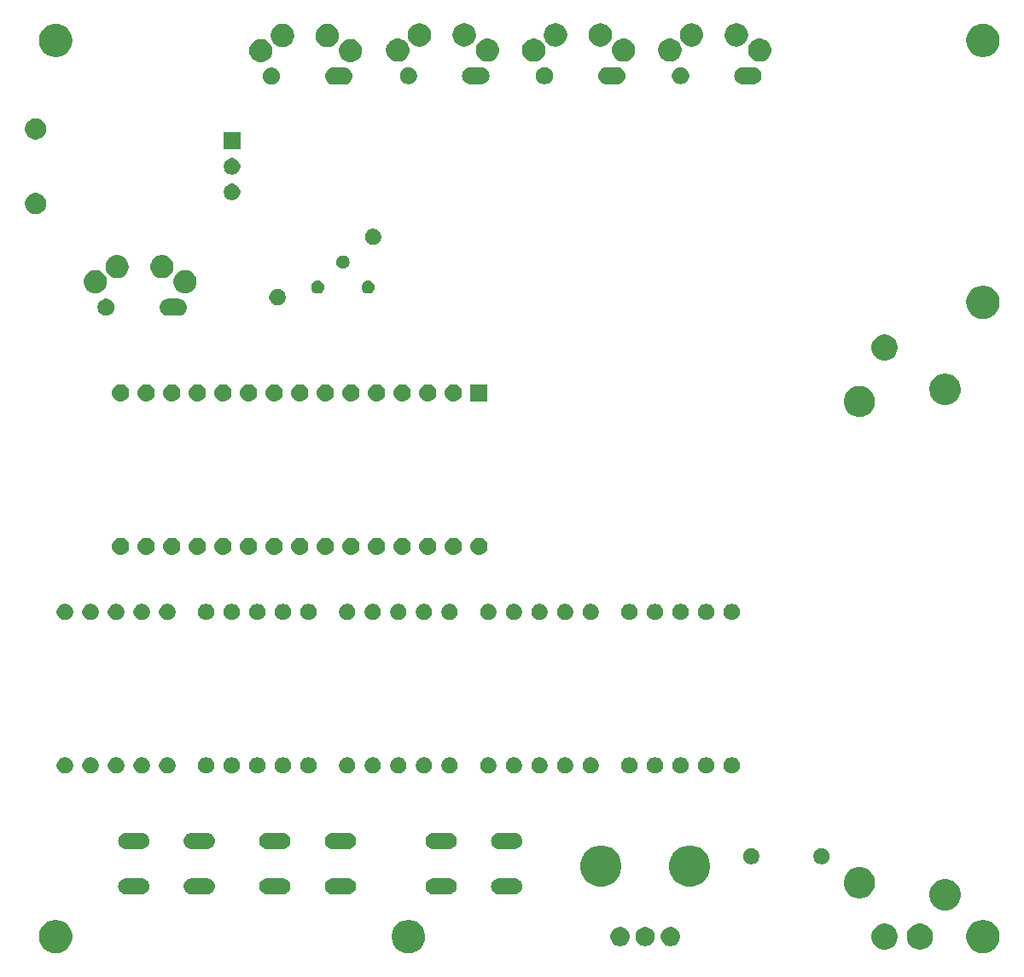
<source format=gbs>
G04 #@! TF.GenerationSoftware,KiCad,Pcbnew,5.1.4*
G04 #@! TF.CreationDate,2019-12-03T14:43:41+09:00*
G04 #@! TF.ProjectId,Sync-chan,53796e63-2d63-4686-916e-2e6b69636164,rev?*
G04 #@! TF.SameCoordinates,Original*
G04 #@! TF.FileFunction,Soldermask,Bot*
G04 #@! TF.FilePolarity,Negative*
%FSLAX46Y46*%
G04 Gerber Fmt 4.6, Leading zero omitted, Abs format (unit mm)*
G04 Created by KiCad (PCBNEW 5.1.4) date 2019-12-03 14:43:41*
%MOMM*%
%LPD*%
G04 APERTURE LIST*
%ADD10C,0.100000*%
G04 APERTURE END LIST*
D10*
G36*
X201375256Y-143391298D02*
G01*
X201481579Y-143412447D01*
X201782042Y-143536903D01*
X202052451Y-143717585D01*
X202282415Y-143947549D01*
X202463097Y-144217958D01*
X202587553Y-144518421D01*
X202593742Y-144549534D01*
X202651000Y-144837389D01*
X202651000Y-145162611D01*
X202608702Y-145375256D01*
X202587553Y-145481579D01*
X202463097Y-145782042D01*
X202282415Y-146052451D01*
X202052451Y-146282415D01*
X201782042Y-146463097D01*
X201481579Y-146587553D01*
X201375256Y-146608702D01*
X201162611Y-146651000D01*
X200837389Y-146651000D01*
X200624744Y-146608702D01*
X200518421Y-146587553D01*
X200217958Y-146463097D01*
X199947549Y-146282415D01*
X199717585Y-146052451D01*
X199536903Y-145782042D01*
X199412447Y-145481579D01*
X199391298Y-145375256D01*
X199349000Y-145162611D01*
X199349000Y-144837389D01*
X199406258Y-144549534D01*
X199412447Y-144518421D01*
X199536903Y-144217958D01*
X199717585Y-143947549D01*
X199947549Y-143717585D01*
X200217958Y-143536903D01*
X200518421Y-143412447D01*
X200624744Y-143391298D01*
X200837389Y-143349000D01*
X201162611Y-143349000D01*
X201375256Y-143391298D01*
X201375256Y-143391298D01*
G37*
G36*
X144375256Y-143391298D02*
G01*
X144481579Y-143412447D01*
X144782042Y-143536903D01*
X145052451Y-143717585D01*
X145282415Y-143947549D01*
X145463097Y-144217958D01*
X145587553Y-144518421D01*
X145593742Y-144549534D01*
X145651000Y-144837389D01*
X145651000Y-145162611D01*
X145608702Y-145375256D01*
X145587553Y-145481579D01*
X145463097Y-145782042D01*
X145282415Y-146052451D01*
X145052451Y-146282415D01*
X144782042Y-146463097D01*
X144481579Y-146587553D01*
X144375256Y-146608702D01*
X144162611Y-146651000D01*
X143837389Y-146651000D01*
X143624744Y-146608702D01*
X143518421Y-146587553D01*
X143217958Y-146463097D01*
X142947549Y-146282415D01*
X142717585Y-146052451D01*
X142536903Y-145782042D01*
X142412447Y-145481579D01*
X142391298Y-145375256D01*
X142349000Y-145162611D01*
X142349000Y-144837389D01*
X142406258Y-144549534D01*
X142412447Y-144518421D01*
X142536903Y-144217958D01*
X142717585Y-143947549D01*
X142947549Y-143717585D01*
X143217958Y-143536903D01*
X143518421Y-143412447D01*
X143624744Y-143391298D01*
X143837389Y-143349000D01*
X144162611Y-143349000D01*
X144375256Y-143391298D01*
X144375256Y-143391298D01*
G37*
G36*
X109375256Y-143391298D02*
G01*
X109481579Y-143412447D01*
X109782042Y-143536903D01*
X110052451Y-143717585D01*
X110282415Y-143947549D01*
X110463097Y-144217958D01*
X110587553Y-144518421D01*
X110593742Y-144549534D01*
X110651000Y-144837389D01*
X110651000Y-145162611D01*
X110608702Y-145375256D01*
X110587553Y-145481579D01*
X110463097Y-145782042D01*
X110282415Y-146052451D01*
X110052451Y-146282415D01*
X109782042Y-146463097D01*
X109481579Y-146587553D01*
X109375256Y-146608702D01*
X109162611Y-146651000D01*
X108837389Y-146651000D01*
X108624744Y-146608702D01*
X108518421Y-146587553D01*
X108217958Y-146463097D01*
X107947549Y-146282415D01*
X107717585Y-146052451D01*
X107536903Y-145782042D01*
X107412447Y-145481579D01*
X107391298Y-145375256D01*
X107349000Y-145162611D01*
X107349000Y-144837389D01*
X107406258Y-144549534D01*
X107412447Y-144518421D01*
X107536903Y-144217958D01*
X107717585Y-143947549D01*
X107947549Y-143717585D01*
X108217958Y-143536903D01*
X108518421Y-143412447D01*
X108624744Y-143391298D01*
X108837389Y-143349000D01*
X109162611Y-143349000D01*
X109375256Y-143391298D01*
X109375256Y-143391298D01*
G37*
G36*
X191629487Y-143748996D02*
G01*
X191866253Y-143847068D01*
X191866255Y-143847069D01*
X192016634Y-143947549D01*
X192079339Y-143989447D01*
X192260553Y-144170661D01*
X192402932Y-144383747D01*
X192501004Y-144620513D01*
X192551000Y-144871861D01*
X192551000Y-145128139D01*
X192501004Y-145379487D01*
X192471603Y-145450466D01*
X192402931Y-145616255D01*
X192260553Y-145829339D01*
X192079339Y-146010553D01*
X191866255Y-146152931D01*
X191866254Y-146152932D01*
X191866253Y-146152932D01*
X191629487Y-146251004D01*
X191378139Y-146301000D01*
X191121861Y-146301000D01*
X190870513Y-146251004D01*
X190633747Y-146152932D01*
X190633746Y-146152932D01*
X190633745Y-146152931D01*
X190420661Y-146010553D01*
X190239447Y-145829339D01*
X190097069Y-145616255D01*
X190028397Y-145450466D01*
X189998996Y-145379487D01*
X189949000Y-145128139D01*
X189949000Y-144871861D01*
X189998996Y-144620513D01*
X190097068Y-144383747D01*
X190239447Y-144170661D01*
X190420661Y-143989447D01*
X190483366Y-143947549D01*
X190633745Y-143847069D01*
X190633747Y-143847068D01*
X190870513Y-143748996D01*
X191121861Y-143699000D01*
X191378139Y-143699000D01*
X191629487Y-143748996D01*
X191629487Y-143748996D01*
G37*
G36*
X195129487Y-143748996D02*
G01*
X195366253Y-143847068D01*
X195366255Y-143847069D01*
X195516634Y-143947549D01*
X195579339Y-143989447D01*
X195760553Y-144170661D01*
X195902932Y-144383747D01*
X196001004Y-144620513D01*
X196051000Y-144871861D01*
X196051000Y-145128139D01*
X196001004Y-145379487D01*
X195971603Y-145450466D01*
X195902931Y-145616255D01*
X195760553Y-145829339D01*
X195579339Y-146010553D01*
X195366255Y-146152931D01*
X195366254Y-146152932D01*
X195366253Y-146152932D01*
X195129487Y-146251004D01*
X194878139Y-146301000D01*
X194621861Y-146301000D01*
X194370513Y-146251004D01*
X194133747Y-146152932D01*
X194133746Y-146152932D01*
X194133745Y-146152931D01*
X193920661Y-146010553D01*
X193739447Y-145829339D01*
X193597069Y-145616255D01*
X193528397Y-145450466D01*
X193498996Y-145379487D01*
X193449000Y-145128139D01*
X193449000Y-144871861D01*
X193498996Y-144620513D01*
X193597068Y-144383747D01*
X193739447Y-144170661D01*
X193920661Y-143989447D01*
X193983366Y-143947549D01*
X194133745Y-143847069D01*
X194133747Y-143847068D01*
X194370513Y-143748996D01*
X194621861Y-143699000D01*
X194878139Y-143699000D01*
X195129487Y-143748996D01*
X195129487Y-143748996D01*
G37*
G36*
X170277395Y-144085546D02*
G01*
X170450466Y-144157234D01*
X170450467Y-144157235D01*
X170606227Y-144261310D01*
X170738690Y-144393773D01*
X170738691Y-144393775D01*
X170842766Y-144549534D01*
X170914454Y-144722605D01*
X170951000Y-144906333D01*
X170951000Y-145093667D01*
X170914454Y-145277395D01*
X170842766Y-145450466D01*
X170821977Y-145481579D01*
X170738690Y-145606227D01*
X170606227Y-145738690D01*
X170541349Y-145782040D01*
X170450466Y-145842766D01*
X170277395Y-145914454D01*
X170093667Y-145951000D01*
X169906333Y-145951000D01*
X169722605Y-145914454D01*
X169549534Y-145842766D01*
X169458651Y-145782040D01*
X169393773Y-145738690D01*
X169261310Y-145606227D01*
X169178023Y-145481579D01*
X169157234Y-145450466D01*
X169085546Y-145277395D01*
X169049000Y-145093667D01*
X169049000Y-144906333D01*
X169085546Y-144722605D01*
X169157234Y-144549534D01*
X169261309Y-144393775D01*
X169261310Y-144393773D01*
X169393773Y-144261310D01*
X169549533Y-144157235D01*
X169549534Y-144157234D01*
X169722605Y-144085546D01*
X169906333Y-144049000D01*
X170093667Y-144049000D01*
X170277395Y-144085546D01*
X170277395Y-144085546D01*
G37*
G36*
X167777395Y-144085546D02*
G01*
X167950466Y-144157234D01*
X167950467Y-144157235D01*
X168106227Y-144261310D01*
X168238690Y-144393773D01*
X168238691Y-144393775D01*
X168342766Y-144549534D01*
X168414454Y-144722605D01*
X168451000Y-144906333D01*
X168451000Y-145093667D01*
X168414454Y-145277395D01*
X168342766Y-145450466D01*
X168321977Y-145481579D01*
X168238690Y-145606227D01*
X168106227Y-145738690D01*
X168041349Y-145782040D01*
X167950466Y-145842766D01*
X167777395Y-145914454D01*
X167593667Y-145951000D01*
X167406333Y-145951000D01*
X167222605Y-145914454D01*
X167049534Y-145842766D01*
X166958651Y-145782040D01*
X166893773Y-145738690D01*
X166761310Y-145606227D01*
X166678023Y-145481579D01*
X166657234Y-145450466D01*
X166585546Y-145277395D01*
X166549000Y-145093667D01*
X166549000Y-144906333D01*
X166585546Y-144722605D01*
X166657234Y-144549534D01*
X166761309Y-144393775D01*
X166761310Y-144393773D01*
X166893773Y-144261310D01*
X167049533Y-144157235D01*
X167049534Y-144157234D01*
X167222605Y-144085546D01*
X167406333Y-144049000D01*
X167593667Y-144049000D01*
X167777395Y-144085546D01*
X167777395Y-144085546D01*
G37*
G36*
X165277395Y-144085546D02*
G01*
X165450466Y-144157234D01*
X165450467Y-144157235D01*
X165606227Y-144261310D01*
X165738690Y-144393773D01*
X165738691Y-144393775D01*
X165842766Y-144549534D01*
X165914454Y-144722605D01*
X165951000Y-144906333D01*
X165951000Y-145093667D01*
X165914454Y-145277395D01*
X165842766Y-145450466D01*
X165821977Y-145481579D01*
X165738690Y-145606227D01*
X165606227Y-145738690D01*
X165541349Y-145782040D01*
X165450466Y-145842766D01*
X165277395Y-145914454D01*
X165093667Y-145951000D01*
X164906333Y-145951000D01*
X164722605Y-145914454D01*
X164549534Y-145842766D01*
X164458651Y-145782040D01*
X164393773Y-145738690D01*
X164261310Y-145606227D01*
X164178023Y-145481579D01*
X164157234Y-145450466D01*
X164085546Y-145277395D01*
X164049000Y-145093667D01*
X164049000Y-144906333D01*
X164085546Y-144722605D01*
X164157234Y-144549534D01*
X164261309Y-144393775D01*
X164261310Y-144393773D01*
X164393773Y-144261310D01*
X164549533Y-144157235D01*
X164549534Y-144157234D01*
X164722605Y-144085546D01*
X164906333Y-144049000D01*
X165093667Y-144049000D01*
X165277395Y-144085546D01*
X165277395Y-144085546D01*
G37*
G36*
X197445171Y-139307436D02*
G01*
X197702410Y-139358604D01*
X197984674Y-139475521D01*
X198238705Y-139645259D01*
X198454741Y-139861295D01*
X198624479Y-140115326D01*
X198704292Y-140308013D01*
X198741396Y-140397591D01*
X198789357Y-140638704D01*
X198801000Y-140697240D01*
X198801000Y-141002760D01*
X198741396Y-141302410D01*
X198624479Y-141584674D01*
X198454741Y-141838705D01*
X198238705Y-142054741D01*
X197984674Y-142224479D01*
X197702410Y-142341396D01*
X197552585Y-142371198D01*
X197402761Y-142401000D01*
X197097239Y-142401000D01*
X196947415Y-142371198D01*
X196797590Y-142341396D01*
X196515326Y-142224479D01*
X196261295Y-142054741D01*
X196045259Y-141838705D01*
X195875521Y-141584674D01*
X195758604Y-141302410D01*
X195699000Y-141002760D01*
X195699000Y-140697240D01*
X195710644Y-140638704D01*
X195758604Y-140397591D01*
X195795708Y-140308013D01*
X195875521Y-140115326D01*
X196045259Y-139861295D01*
X196261295Y-139645259D01*
X196515326Y-139475521D01*
X196797590Y-139358604D01*
X197054829Y-139307436D01*
X197097239Y-139299000D01*
X197402761Y-139299000D01*
X197445171Y-139307436D01*
X197445171Y-139307436D01*
G37*
G36*
X189052585Y-138128802D02*
G01*
X189202410Y-138158604D01*
X189484674Y-138275521D01*
X189738705Y-138445259D01*
X189954741Y-138661295D01*
X190124479Y-138915326D01*
X190147751Y-138971511D01*
X190241396Y-139197591D01*
X190301000Y-139497239D01*
X190301000Y-139802761D01*
X190271198Y-139952585D01*
X190241396Y-140102410D01*
X190124479Y-140384674D01*
X189954741Y-140638705D01*
X189738705Y-140854741D01*
X189484674Y-141024479D01*
X189202410Y-141141396D01*
X189052585Y-141171198D01*
X188902761Y-141201000D01*
X188597239Y-141201000D01*
X188447415Y-141171198D01*
X188297590Y-141141396D01*
X188015326Y-141024479D01*
X187761295Y-140854741D01*
X187545259Y-140638705D01*
X187375521Y-140384674D01*
X187258604Y-140102410D01*
X187228802Y-139952585D01*
X187199000Y-139802761D01*
X187199000Y-139497239D01*
X187258604Y-139197591D01*
X187352249Y-138971511D01*
X187375521Y-138915326D01*
X187545259Y-138661295D01*
X187761295Y-138445259D01*
X188015326Y-138275521D01*
X188297590Y-138158604D01*
X188447415Y-138128802D01*
X188597239Y-138099000D01*
X188902761Y-138099000D01*
X189052585Y-138128802D01*
X189052585Y-138128802D01*
G37*
G36*
X131578571Y-139202863D02*
G01*
X131657023Y-139210590D01*
X131757682Y-139241125D01*
X131808013Y-139256392D01*
X131947165Y-139330771D01*
X132069133Y-139430867D01*
X132169229Y-139552835D01*
X132243608Y-139691987D01*
X132243608Y-139691988D01*
X132289410Y-139842977D01*
X132304875Y-140000000D01*
X132289410Y-140157023D01*
X132258875Y-140257682D01*
X132243608Y-140308013D01*
X132169229Y-140447165D01*
X132069133Y-140569133D01*
X131947165Y-140669229D01*
X131808013Y-140743608D01*
X131757682Y-140758875D01*
X131657023Y-140789410D01*
X131578571Y-140797137D01*
X131539346Y-140801000D01*
X129960654Y-140801000D01*
X129921429Y-140797137D01*
X129842977Y-140789410D01*
X129742318Y-140758875D01*
X129691987Y-140743608D01*
X129552835Y-140669229D01*
X129430867Y-140569133D01*
X129330771Y-140447165D01*
X129256392Y-140308013D01*
X129241125Y-140257682D01*
X129210590Y-140157023D01*
X129195125Y-140000000D01*
X129210590Y-139842977D01*
X129256392Y-139691988D01*
X129256392Y-139691987D01*
X129330771Y-139552835D01*
X129430867Y-139430867D01*
X129552835Y-139330771D01*
X129691987Y-139256392D01*
X129742318Y-139241125D01*
X129842977Y-139210590D01*
X129921429Y-139202863D01*
X129960654Y-139199000D01*
X131539346Y-139199000D01*
X131578571Y-139202863D01*
X131578571Y-139202863D01*
G37*
G36*
X138078571Y-139202863D02*
G01*
X138157023Y-139210590D01*
X138257682Y-139241125D01*
X138308013Y-139256392D01*
X138447165Y-139330771D01*
X138569133Y-139430867D01*
X138669229Y-139552835D01*
X138743608Y-139691987D01*
X138743608Y-139691988D01*
X138789410Y-139842977D01*
X138804875Y-140000000D01*
X138789410Y-140157023D01*
X138758875Y-140257682D01*
X138743608Y-140308013D01*
X138669229Y-140447165D01*
X138569133Y-140569133D01*
X138447165Y-140669229D01*
X138308013Y-140743608D01*
X138257682Y-140758875D01*
X138157023Y-140789410D01*
X138078571Y-140797137D01*
X138039346Y-140801000D01*
X136460654Y-140801000D01*
X136421429Y-140797137D01*
X136342977Y-140789410D01*
X136242318Y-140758875D01*
X136191987Y-140743608D01*
X136052835Y-140669229D01*
X135930867Y-140569133D01*
X135830771Y-140447165D01*
X135756392Y-140308013D01*
X135741125Y-140257682D01*
X135710590Y-140157023D01*
X135695125Y-140000000D01*
X135710590Y-139842977D01*
X135756392Y-139691988D01*
X135756392Y-139691987D01*
X135830771Y-139552835D01*
X135930867Y-139430867D01*
X136052835Y-139330771D01*
X136191987Y-139256392D01*
X136242318Y-139241125D01*
X136342977Y-139210590D01*
X136421429Y-139202863D01*
X136460654Y-139199000D01*
X138039346Y-139199000D01*
X138078571Y-139202863D01*
X138078571Y-139202863D01*
G37*
G36*
X117578571Y-139202863D02*
G01*
X117657023Y-139210590D01*
X117757682Y-139241125D01*
X117808013Y-139256392D01*
X117947165Y-139330771D01*
X118069133Y-139430867D01*
X118169229Y-139552835D01*
X118243608Y-139691987D01*
X118243608Y-139691988D01*
X118289410Y-139842977D01*
X118304875Y-140000000D01*
X118289410Y-140157023D01*
X118258875Y-140257682D01*
X118243608Y-140308013D01*
X118169229Y-140447165D01*
X118069133Y-140569133D01*
X117947165Y-140669229D01*
X117808013Y-140743608D01*
X117757682Y-140758875D01*
X117657023Y-140789410D01*
X117578571Y-140797137D01*
X117539346Y-140801000D01*
X115960654Y-140801000D01*
X115921429Y-140797137D01*
X115842977Y-140789410D01*
X115742318Y-140758875D01*
X115691987Y-140743608D01*
X115552835Y-140669229D01*
X115430867Y-140569133D01*
X115330771Y-140447165D01*
X115256392Y-140308013D01*
X115241125Y-140257682D01*
X115210590Y-140157023D01*
X115195125Y-140000000D01*
X115210590Y-139842977D01*
X115256392Y-139691988D01*
X115256392Y-139691987D01*
X115330771Y-139552835D01*
X115430867Y-139430867D01*
X115552835Y-139330771D01*
X115691987Y-139256392D01*
X115742318Y-139241125D01*
X115842977Y-139210590D01*
X115921429Y-139202863D01*
X115960654Y-139199000D01*
X117539346Y-139199000D01*
X117578571Y-139202863D01*
X117578571Y-139202863D01*
G37*
G36*
X124078571Y-139202863D02*
G01*
X124157023Y-139210590D01*
X124257682Y-139241125D01*
X124308013Y-139256392D01*
X124447165Y-139330771D01*
X124569133Y-139430867D01*
X124669229Y-139552835D01*
X124743608Y-139691987D01*
X124743608Y-139691988D01*
X124789410Y-139842977D01*
X124804875Y-140000000D01*
X124789410Y-140157023D01*
X124758875Y-140257682D01*
X124743608Y-140308013D01*
X124669229Y-140447165D01*
X124569133Y-140569133D01*
X124447165Y-140669229D01*
X124308013Y-140743608D01*
X124257682Y-140758875D01*
X124157023Y-140789410D01*
X124078571Y-140797137D01*
X124039346Y-140801000D01*
X122460654Y-140801000D01*
X122421429Y-140797137D01*
X122342977Y-140789410D01*
X122242318Y-140758875D01*
X122191987Y-140743608D01*
X122052835Y-140669229D01*
X121930867Y-140569133D01*
X121830771Y-140447165D01*
X121756392Y-140308013D01*
X121741125Y-140257682D01*
X121710590Y-140157023D01*
X121695125Y-140000000D01*
X121710590Y-139842977D01*
X121756392Y-139691988D01*
X121756392Y-139691987D01*
X121830771Y-139552835D01*
X121930867Y-139430867D01*
X122052835Y-139330771D01*
X122191987Y-139256392D01*
X122242318Y-139241125D01*
X122342977Y-139210590D01*
X122421429Y-139202863D01*
X122460654Y-139199000D01*
X124039346Y-139199000D01*
X124078571Y-139202863D01*
X124078571Y-139202863D01*
G37*
G36*
X154578571Y-139202863D02*
G01*
X154657023Y-139210590D01*
X154757682Y-139241125D01*
X154808013Y-139256392D01*
X154947165Y-139330771D01*
X155069133Y-139430867D01*
X155169229Y-139552835D01*
X155243608Y-139691987D01*
X155243608Y-139691988D01*
X155289410Y-139842977D01*
X155304875Y-140000000D01*
X155289410Y-140157023D01*
X155258875Y-140257682D01*
X155243608Y-140308013D01*
X155169229Y-140447165D01*
X155069133Y-140569133D01*
X154947165Y-140669229D01*
X154808013Y-140743608D01*
X154757682Y-140758875D01*
X154657023Y-140789410D01*
X154578571Y-140797137D01*
X154539346Y-140801000D01*
X152960654Y-140801000D01*
X152921429Y-140797137D01*
X152842977Y-140789410D01*
X152742318Y-140758875D01*
X152691987Y-140743608D01*
X152552835Y-140669229D01*
X152430867Y-140569133D01*
X152330771Y-140447165D01*
X152256392Y-140308013D01*
X152241125Y-140257682D01*
X152210590Y-140157023D01*
X152195125Y-140000000D01*
X152210590Y-139842977D01*
X152256392Y-139691988D01*
X152256392Y-139691987D01*
X152330771Y-139552835D01*
X152430867Y-139430867D01*
X152552835Y-139330771D01*
X152691987Y-139256392D01*
X152742318Y-139241125D01*
X152842977Y-139210590D01*
X152921429Y-139202863D01*
X152960654Y-139199000D01*
X154539346Y-139199000D01*
X154578571Y-139202863D01*
X154578571Y-139202863D01*
G37*
G36*
X148078571Y-139202863D02*
G01*
X148157023Y-139210590D01*
X148257682Y-139241125D01*
X148308013Y-139256392D01*
X148447165Y-139330771D01*
X148569133Y-139430867D01*
X148669229Y-139552835D01*
X148743608Y-139691987D01*
X148743608Y-139691988D01*
X148789410Y-139842977D01*
X148804875Y-140000000D01*
X148789410Y-140157023D01*
X148758875Y-140257682D01*
X148743608Y-140308013D01*
X148669229Y-140447165D01*
X148569133Y-140569133D01*
X148447165Y-140669229D01*
X148308013Y-140743608D01*
X148257682Y-140758875D01*
X148157023Y-140789410D01*
X148078571Y-140797137D01*
X148039346Y-140801000D01*
X146460654Y-140801000D01*
X146421429Y-140797137D01*
X146342977Y-140789410D01*
X146242318Y-140758875D01*
X146191987Y-140743608D01*
X146052835Y-140669229D01*
X145930867Y-140569133D01*
X145830771Y-140447165D01*
X145756392Y-140308013D01*
X145741125Y-140257682D01*
X145710590Y-140157023D01*
X145695125Y-140000000D01*
X145710590Y-139842977D01*
X145756392Y-139691988D01*
X145756392Y-139691987D01*
X145830771Y-139552835D01*
X145930867Y-139430867D01*
X146052835Y-139330771D01*
X146191987Y-139256392D01*
X146242318Y-139241125D01*
X146342977Y-139210590D01*
X146421429Y-139202863D01*
X146460654Y-139199000D01*
X148039346Y-139199000D01*
X148078571Y-139202863D01*
X148078571Y-139202863D01*
G37*
G36*
X172498254Y-136027818D02*
G01*
X172871511Y-136182426D01*
X172871513Y-136182427D01*
X173207436Y-136406884D01*
X173493116Y-136692564D01*
X173645035Y-136919926D01*
X173717574Y-137028489D01*
X173872182Y-137401746D01*
X173951000Y-137797993D01*
X173951000Y-138202007D01*
X173872182Y-138598254D01*
X173740846Y-138915328D01*
X173717573Y-138971513D01*
X173493116Y-139307436D01*
X173207436Y-139593116D01*
X172871513Y-139817573D01*
X172871512Y-139817574D01*
X172871511Y-139817574D01*
X172498254Y-139972182D01*
X172102007Y-140051000D01*
X171697993Y-140051000D01*
X171301746Y-139972182D01*
X170928489Y-139817574D01*
X170928488Y-139817574D01*
X170928487Y-139817573D01*
X170592564Y-139593116D01*
X170306884Y-139307436D01*
X170082427Y-138971513D01*
X170059154Y-138915328D01*
X169927818Y-138598254D01*
X169849000Y-138202007D01*
X169849000Y-137797993D01*
X169927818Y-137401746D01*
X170082426Y-137028489D01*
X170154966Y-136919926D01*
X170306884Y-136692564D01*
X170592564Y-136406884D01*
X170928487Y-136182427D01*
X170928489Y-136182426D01*
X171301746Y-136027818D01*
X171697993Y-135949000D01*
X172102007Y-135949000D01*
X172498254Y-136027818D01*
X172498254Y-136027818D01*
G37*
G36*
X163698254Y-136027818D02*
G01*
X164071511Y-136182426D01*
X164071513Y-136182427D01*
X164407436Y-136406884D01*
X164693116Y-136692564D01*
X164845035Y-136919926D01*
X164917574Y-137028489D01*
X165072182Y-137401746D01*
X165151000Y-137797993D01*
X165151000Y-138202007D01*
X165072182Y-138598254D01*
X164940846Y-138915328D01*
X164917573Y-138971513D01*
X164693116Y-139307436D01*
X164407436Y-139593116D01*
X164071513Y-139817573D01*
X164071512Y-139817574D01*
X164071511Y-139817574D01*
X163698254Y-139972182D01*
X163302007Y-140051000D01*
X162897993Y-140051000D01*
X162501746Y-139972182D01*
X162128489Y-139817574D01*
X162128488Y-139817574D01*
X162128487Y-139817573D01*
X161792564Y-139593116D01*
X161506884Y-139307436D01*
X161282427Y-138971513D01*
X161259154Y-138915328D01*
X161127818Y-138598254D01*
X161049000Y-138202007D01*
X161049000Y-137797993D01*
X161127818Y-137401746D01*
X161282426Y-137028489D01*
X161354966Y-136919926D01*
X161506884Y-136692564D01*
X161792564Y-136406884D01*
X162128487Y-136182427D01*
X162128489Y-136182426D01*
X162501746Y-136027818D01*
X162897993Y-135949000D01*
X163302007Y-135949000D01*
X163698254Y-136027818D01*
X163698254Y-136027818D01*
G37*
G36*
X178237142Y-136218242D02*
G01*
X178385101Y-136279529D01*
X178518255Y-136368499D01*
X178631501Y-136481745D01*
X178720471Y-136614899D01*
X178781758Y-136762858D01*
X178813000Y-136919925D01*
X178813000Y-137080075D01*
X178781758Y-137237142D01*
X178720471Y-137385101D01*
X178631501Y-137518255D01*
X178518255Y-137631501D01*
X178385101Y-137720471D01*
X178237142Y-137781758D01*
X178080075Y-137813000D01*
X177919925Y-137813000D01*
X177762858Y-137781758D01*
X177614899Y-137720471D01*
X177481745Y-137631501D01*
X177368499Y-137518255D01*
X177279529Y-137385101D01*
X177218242Y-137237142D01*
X177187000Y-137080075D01*
X177187000Y-136919925D01*
X177218242Y-136762858D01*
X177279529Y-136614899D01*
X177368499Y-136481745D01*
X177481745Y-136368499D01*
X177614899Y-136279529D01*
X177762858Y-136218242D01*
X177919925Y-136187000D01*
X178080075Y-136187000D01*
X178237142Y-136218242D01*
X178237142Y-136218242D01*
G37*
G36*
X185237142Y-136218242D02*
G01*
X185385101Y-136279529D01*
X185518255Y-136368499D01*
X185631501Y-136481745D01*
X185720471Y-136614899D01*
X185781758Y-136762858D01*
X185813000Y-136919925D01*
X185813000Y-137080075D01*
X185781758Y-137237142D01*
X185720471Y-137385101D01*
X185631501Y-137518255D01*
X185518255Y-137631501D01*
X185385101Y-137720471D01*
X185237142Y-137781758D01*
X185080075Y-137813000D01*
X184919925Y-137813000D01*
X184762858Y-137781758D01*
X184614899Y-137720471D01*
X184481745Y-137631501D01*
X184368499Y-137518255D01*
X184279529Y-137385101D01*
X184218242Y-137237142D01*
X184187000Y-137080075D01*
X184187000Y-136919925D01*
X184218242Y-136762858D01*
X184279529Y-136614899D01*
X184368499Y-136481745D01*
X184481745Y-136368499D01*
X184614899Y-136279529D01*
X184762858Y-136218242D01*
X184919925Y-136187000D01*
X185080075Y-136187000D01*
X185237142Y-136218242D01*
X185237142Y-136218242D01*
G37*
G36*
X154578571Y-134702863D02*
G01*
X154657023Y-134710590D01*
X154757682Y-134741125D01*
X154808013Y-134756392D01*
X154947165Y-134830771D01*
X155069133Y-134930867D01*
X155169229Y-135052835D01*
X155243608Y-135191987D01*
X155243608Y-135191988D01*
X155289410Y-135342977D01*
X155304875Y-135500000D01*
X155289410Y-135657023D01*
X155258875Y-135757682D01*
X155243608Y-135808013D01*
X155169229Y-135947165D01*
X155069133Y-136069133D01*
X154947165Y-136169229D01*
X154808013Y-136243608D01*
X154757682Y-136258875D01*
X154657023Y-136289410D01*
X154578571Y-136297137D01*
X154539346Y-136301000D01*
X152960654Y-136301000D01*
X152921429Y-136297137D01*
X152842977Y-136289410D01*
X152742318Y-136258875D01*
X152691987Y-136243608D01*
X152552835Y-136169229D01*
X152430867Y-136069133D01*
X152330771Y-135947165D01*
X152256392Y-135808013D01*
X152241125Y-135757682D01*
X152210590Y-135657023D01*
X152195125Y-135500000D01*
X152210590Y-135342977D01*
X152256392Y-135191988D01*
X152256392Y-135191987D01*
X152330771Y-135052835D01*
X152430867Y-134930867D01*
X152552835Y-134830771D01*
X152691987Y-134756392D01*
X152742318Y-134741125D01*
X152842977Y-134710590D01*
X152921429Y-134702863D01*
X152960654Y-134699000D01*
X154539346Y-134699000D01*
X154578571Y-134702863D01*
X154578571Y-134702863D01*
G37*
G36*
X148078571Y-134702863D02*
G01*
X148157023Y-134710590D01*
X148257682Y-134741125D01*
X148308013Y-134756392D01*
X148447165Y-134830771D01*
X148569133Y-134930867D01*
X148669229Y-135052835D01*
X148743608Y-135191987D01*
X148743608Y-135191988D01*
X148789410Y-135342977D01*
X148804875Y-135500000D01*
X148789410Y-135657023D01*
X148758875Y-135757682D01*
X148743608Y-135808013D01*
X148669229Y-135947165D01*
X148569133Y-136069133D01*
X148447165Y-136169229D01*
X148308013Y-136243608D01*
X148257682Y-136258875D01*
X148157023Y-136289410D01*
X148078571Y-136297137D01*
X148039346Y-136301000D01*
X146460654Y-136301000D01*
X146421429Y-136297137D01*
X146342977Y-136289410D01*
X146242318Y-136258875D01*
X146191987Y-136243608D01*
X146052835Y-136169229D01*
X145930867Y-136069133D01*
X145830771Y-135947165D01*
X145756392Y-135808013D01*
X145741125Y-135757682D01*
X145710590Y-135657023D01*
X145695125Y-135500000D01*
X145710590Y-135342977D01*
X145756392Y-135191988D01*
X145756392Y-135191987D01*
X145830771Y-135052835D01*
X145930867Y-134930867D01*
X146052835Y-134830771D01*
X146191987Y-134756392D01*
X146242318Y-134741125D01*
X146342977Y-134710590D01*
X146421429Y-134702863D01*
X146460654Y-134699000D01*
X148039346Y-134699000D01*
X148078571Y-134702863D01*
X148078571Y-134702863D01*
G37*
G36*
X138078571Y-134702863D02*
G01*
X138157023Y-134710590D01*
X138257682Y-134741125D01*
X138308013Y-134756392D01*
X138447165Y-134830771D01*
X138569133Y-134930867D01*
X138669229Y-135052835D01*
X138743608Y-135191987D01*
X138743608Y-135191988D01*
X138789410Y-135342977D01*
X138804875Y-135500000D01*
X138789410Y-135657023D01*
X138758875Y-135757682D01*
X138743608Y-135808013D01*
X138669229Y-135947165D01*
X138569133Y-136069133D01*
X138447165Y-136169229D01*
X138308013Y-136243608D01*
X138257682Y-136258875D01*
X138157023Y-136289410D01*
X138078571Y-136297137D01*
X138039346Y-136301000D01*
X136460654Y-136301000D01*
X136421429Y-136297137D01*
X136342977Y-136289410D01*
X136242318Y-136258875D01*
X136191987Y-136243608D01*
X136052835Y-136169229D01*
X135930867Y-136069133D01*
X135830771Y-135947165D01*
X135756392Y-135808013D01*
X135741125Y-135757682D01*
X135710590Y-135657023D01*
X135695125Y-135500000D01*
X135710590Y-135342977D01*
X135756392Y-135191988D01*
X135756392Y-135191987D01*
X135830771Y-135052835D01*
X135930867Y-134930867D01*
X136052835Y-134830771D01*
X136191987Y-134756392D01*
X136242318Y-134741125D01*
X136342977Y-134710590D01*
X136421429Y-134702863D01*
X136460654Y-134699000D01*
X138039346Y-134699000D01*
X138078571Y-134702863D01*
X138078571Y-134702863D01*
G37*
G36*
X131578571Y-134702863D02*
G01*
X131657023Y-134710590D01*
X131757682Y-134741125D01*
X131808013Y-134756392D01*
X131947165Y-134830771D01*
X132069133Y-134930867D01*
X132169229Y-135052835D01*
X132243608Y-135191987D01*
X132243608Y-135191988D01*
X132289410Y-135342977D01*
X132304875Y-135500000D01*
X132289410Y-135657023D01*
X132258875Y-135757682D01*
X132243608Y-135808013D01*
X132169229Y-135947165D01*
X132069133Y-136069133D01*
X131947165Y-136169229D01*
X131808013Y-136243608D01*
X131757682Y-136258875D01*
X131657023Y-136289410D01*
X131578571Y-136297137D01*
X131539346Y-136301000D01*
X129960654Y-136301000D01*
X129921429Y-136297137D01*
X129842977Y-136289410D01*
X129742318Y-136258875D01*
X129691987Y-136243608D01*
X129552835Y-136169229D01*
X129430867Y-136069133D01*
X129330771Y-135947165D01*
X129256392Y-135808013D01*
X129241125Y-135757682D01*
X129210590Y-135657023D01*
X129195125Y-135500000D01*
X129210590Y-135342977D01*
X129256392Y-135191988D01*
X129256392Y-135191987D01*
X129330771Y-135052835D01*
X129430867Y-134930867D01*
X129552835Y-134830771D01*
X129691987Y-134756392D01*
X129742318Y-134741125D01*
X129842977Y-134710590D01*
X129921429Y-134702863D01*
X129960654Y-134699000D01*
X131539346Y-134699000D01*
X131578571Y-134702863D01*
X131578571Y-134702863D01*
G37*
G36*
X124078571Y-134702863D02*
G01*
X124157023Y-134710590D01*
X124257682Y-134741125D01*
X124308013Y-134756392D01*
X124447165Y-134830771D01*
X124569133Y-134930867D01*
X124669229Y-135052835D01*
X124743608Y-135191987D01*
X124743608Y-135191988D01*
X124789410Y-135342977D01*
X124804875Y-135500000D01*
X124789410Y-135657023D01*
X124758875Y-135757682D01*
X124743608Y-135808013D01*
X124669229Y-135947165D01*
X124569133Y-136069133D01*
X124447165Y-136169229D01*
X124308013Y-136243608D01*
X124257682Y-136258875D01*
X124157023Y-136289410D01*
X124078571Y-136297137D01*
X124039346Y-136301000D01*
X122460654Y-136301000D01*
X122421429Y-136297137D01*
X122342977Y-136289410D01*
X122242318Y-136258875D01*
X122191987Y-136243608D01*
X122052835Y-136169229D01*
X121930867Y-136069133D01*
X121830771Y-135947165D01*
X121756392Y-135808013D01*
X121741125Y-135757682D01*
X121710590Y-135657023D01*
X121695125Y-135500000D01*
X121710590Y-135342977D01*
X121756392Y-135191988D01*
X121756392Y-135191987D01*
X121830771Y-135052835D01*
X121930867Y-134930867D01*
X122052835Y-134830771D01*
X122191987Y-134756392D01*
X122242318Y-134741125D01*
X122342977Y-134710590D01*
X122421429Y-134702863D01*
X122460654Y-134699000D01*
X124039346Y-134699000D01*
X124078571Y-134702863D01*
X124078571Y-134702863D01*
G37*
G36*
X117578571Y-134702863D02*
G01*
X117657023Y-134710590D01*
X117757682Y-134741125D01*
X117808013Y-134756392D01*
X117947165Y-134830771D01*
X118069133Y-134930867D01*
X118169229Y-135052835D01*
X118243608Y-135191987D01*
X118243608Y-135191988D01*
X118289410Y-135342977D01*
X118304875Y-135500000D01*
X118289410Y-135657023D01*
X118258875Y-135757682D01*
X118243608Y-135808013D01*
X118169229Y-135947165D01*
X118069133Y-136069133D01*
X117947165Y-136169229D01*
X117808013Y-136243608D01*
X117757682Y-136258875D01*
X117657023Y-136289410D01*
X117578571Y-136297137D01*
X117539346Y-136301000D01*
X115960654Y-136301000D01*
X115921429Y-136297137D01*
X115842977Y-136289410D01*
X115742318Y-136258875D01*
X115691987Y-136243608D01*
X115552835Y-136169229D01*
X115430867Y-136069133D01*
X115330771Y-135947165D01*
X115256392Y-135808013D01*
X115241125Y-135757682D01*
X115210590Y-135657023D01*
X115195125Y-135500000D01*
X115210590Y-135342977D01*
X115256392Y-135191988D01*
X115256392Y-135191987D01*
X115330771Y-135052835D01*
X115430867Y-134930867D01*
X115552835Y-134830771D01*
X115691987Y-134756392D01*
X115742318Y-134741125D01*
X115842977Y-134710590D01*
X115921429Y-134702863D01*
X115960654Y-134699000D01*
X117539346Y-134699000D01*
X117578571Y-134702863D01*
X117578571Y-134702863D01*
G37*
G36*
X140697142Y-127218242D02*
G01*
X140845101Y-127279529D01*
X140978255Y-127368499D01*
X141091501Y-127481745D01*
X141180471Y-127614899D01*
X141241758Y-127762858D01*
X141273000Y-127919925D01*
X141273000Y-128080075D01*
X141241758Y-128237142D01*
X141180471Y-128385101D01*
X141091501Y-128518255D01*
X140978255Y-128631501D01*
X140845101Y-128720471D01*
X140697142Y-128781758D01*
X140540075Y-128813000D01*
X140379925Y-128813000D01*
X140222858Y-128781758D01*
X140074899Y-128720471D01*
X139941745Y-128631501D01*
X139828499Y-128518255D01*
X139739529Y-128385101D01*
X139678242Y-128237142D01*
X139647000Y-128080075D01*
X139647000Y-127919925D01*
X139678242Y-127762858D01*
X139739529Y-127614899D01*
X139828499Y-127481745D01*
X139941745Y-127368499D01*
X140074899Y-127279529D01*
X140222858Y-127218242D01*
X140379925Y-127187000D01*
X140540075Y-127187000D01*
X140697142Y-127218242D01*
X140697142Y-127218242D01*
G37*
G36*
X134317142Y-127218242D02*
G01*
X134465101Y-127279529D01*
X134598255Y-127368499D01*
X134711501Y-127481745D01*
X134800471Y-127614899D01*
X134861758Y-127762858D01*
X134893000Y-127919925D01*
X134893000Y-128080075D01*
X134861758Y-128237142D01*
X134800471Y-128385101D01*
X134711501Y-128518255D01*
X134598255Y-128631501D01*
X134465101Y-128720471D01*
X134317142Y-128781758D01*
X134160075Y-128813000D01*
X133999925Y-128813000D01*
X133842858Y-128781758D01*
X133694899Y-128720471D01*
X133561745Y-128631501D01*
X133448499Y-128518255D01*
X133359529Y-128385101D01*
X133298242Y-128237142D01*
X133267000Y-128080075D01*
X133267000Y-127919925D01*
X133298242Y-127762858D01*
X133359529Y-127614899D01*
X133448499Y-127481745D01*
X133561745Y-127368499D01*
X133694899Y-127279529D01*
X133842858Y-127218242D01*
X133999925Y-127187000D01*
X134160075Y-127187000D01*
X134317142Y-127218242D01*
X134317142Y-127218242D01*
G37*
G36*
X138157142Y-127218242D02*
G01*
X138305101Y-127279529D01*
X138438255Y-127368499D01*
X138551501Y-127481745D01*
X138640471Y-127614899D01*
X138701758Y-127762858D01*
X138733000Y-127919925D01*
X138733000Y-128080075D01*
X138701758Y-128237142D01*
X138640471Y-128385101D01*
X138551501Y-128518255D01*
X138438255Y-128631501D01*
X138305101Y-128720471D01*
X138157142Y-128781758D01*
X138000075Y-128813000D01*
X137839925Y-128813000D01*
X137682858Y-128781758D01*
X137534899Y-128720471D01*
X137401745Y-128631501D01*
X137288499Y-128518255D01*
X137199529Y-128385101D01*
X137138242Y-128237142D01*
X137107000Y-128080075D01*
X137107000Y-127919925D01*
X137138242Y-127762858D01*
X137199529Y-127614899D01*
X137288499Y-127481745D01*
X137401745Y-127368499D01*
X137534899Y-127279529D01*
X137682858Y-127218242D01*
X137839925Y-127187000D01*
X138000075Y-127187000D01*
X138157142Y-127218242D01*
X138157142Y-127218242D01*
G37*
G36*
X152157142Y-127218242D02*
G01*
X152305101Y-127279529D01*
X152438255Y-127368499D01*
X152551501Y-127481745D01*
X152640471Y-127614899D01*
X152701758Y-127762858D01*
X152733000Y-127919925D01*
X152733000Y-128080075D01*
X152701758Y-128237142D01*
X152640471Y-128385101D01*
X152551501Y-128518255D01*
X152438255Y-128631501D01*
X152305101Y-128720471D01*
X152157142Y-128781758D01*
X152000075Y-128813000D01*
X151839925Y-128813000D01*
X151682858Y-128781758D01*
X151534899Y-128720471D01*
X151401745Y-128631501D01*
X151288499Y-128518255D01*
X151199529Y-128385101D01*
X151138242Y-128237142D01*
X151107000Y-128080075D01*
X151107000Y-127919925D01*
X151138242Y-127762858D01*
X151199529Y-127614899D01*
X151288499Y-127481745D01*
X151401745Y-127368499D01*
X151534899Y-127279529D01*
X151682858Y-127218242D01*
X151839925Y-127187000D01*
X152000075Y-127187000D01*
X152157142Y-127218242D01*
X152157142Y-127218242D01*
G37*
G36*
X168697142Y-127218242D02*
G01*
X168845101Y-127279529D01*
X168978255Y-127368499D01*
X169091501Y-127481745D01*
X169180471Y-127614899D01*
X169241758Y-127762858D01*
X169273000Y-127919925D01*
X169273000Y-128080075D01*
X169241758Y-128237142D01*
X169180471Y-128385101D01*
X169091501Y-128518255D01*
X168978255Y-128631501D01*
X168845101Y-128720471D01*
X168697142Y-128781758D01*
X168540075Y-128813000D01*
X168379925Y-128813000D01*
X168222858Y-128781758D01*
X168074899Y-128720471D01*
X167941745Y-128631501D01*
X167828499Y-128518255D01*
X167739529Y-128385101D01*
X167678242Y-128237142D01*
X167647000Y-128080075D01*
X167647000Y-127919925D01*
X167678242Y-127762858D01*
X167739529Y-127614899D01*
X167828499Y-127481745D01*
X167941745Y-127368499D01*
X168074899Y-127279529D01*
X168222858Y-127218242D01*
X168379925Y-127187000D01*
X168540075Y-127187000D01*
X168697142Y-127218242D01*
X168697142Y-127218242D01*
G37*
G36*
X171237142Y-127218242D02*
G01*
X171385101Y-127279529D01*
X171518255Y-127368499D01*
X171631501Y-127481745D01*
X171720471Y-127614899D01*
X171781758Y-127762858D01*
X171813000Y-127919925D01*
X171813000Y-128080075D01*
X171781758Y-128237142D01*
X171720471Y-128385101D01*
X171631501Y-128518255D01*
X171518255Y-128631501D01*
X171385101Y-128720471D01*
X171237142Y-128781758D01*
X171080075Y-128813000D01*
X170919925Y-128813000D01*
X170762858Y-128781758D01*
X170614899Y-128720471D01*
X170481745Y-128631501D01*
X170368499Y-128518255D01*
X170279529Y-128385101D01*
X170218242Y-128237142D01*
X170187000Y-128080075D01*
X170187000Y-127919925D01*
X170218242Y-127762858D01*
X170279529Y-127614899D01*
X170368499Y-127481745D01*
X170481745Y-127368499D01*
X170614899Y-127279529D01*
X170762858Y-127218242D01*
X170919925Y-127187000D01*
X171080075Y-127187000D01*
X171237142Y-127218242D01*
X171237142Y-127218242D01*
G37*
G36*
X154697142Y-127218242D02*
G01*
X154845101Y-127279529D01*
X154978255Y-127368499D01*
X155091501Y-127481745D01*
X155180471Y-127614899D01*
X155241758Y-127762858D01*
X155273000Y-127919925D01*
X155273000Y-128080075D01*
X155241758Y-128237142D01*
X155180471Y-128385101D01*
X155091501Y-128518255D01*
X154978255Y-128631501D01*
X154845101Y-128720471D01*
X154697142Y-128781758D01*
X154540075Y-128813000D01*
X154379925Y-128813000D01*
X154222858Y-128781758D01*
X154074899Y-128720471D01*
X153941745Y-128631501D01*
X153828499Y-128518255D01*
X153739529Y-128385101D01*
X153678242Y-128237142D01*
X153647000Y-128080075D01*
X153647000Y-127919925D01*
X153678242Y-127762858D01*
X153739529Y-127614899D01*
X153828499Y-127481745D01*
X153941745Y-127368499D01*
X154074899Y-127279529D01*
X154222858Y-127218242D01*
X154379925Y-127187000D01*
X154540075Y-127187000D01*
X154697142Y-127218242D01*
X154697142Y-127218242D01*
G37*
G36*
X176317142Y-127218242D02*
G01*
X176465101Y-127279529D01*
X176598255Y-127368499D01*
X176711501Y-127481745D01*
X176800471Y-127614899D01*
X176861758Y-127762858D01*
X176893000Y-127919925D01*
X176893000Y-128080075D01*
X176861758Y-128237142D01*
X176800471Y-128385101D01*
X176711501Y-128518255D01*
X176598255Y-128631501D01*
X176465101Y-128720471D01*
X176317142Y-128781758D01*
X176160075Y-128813000D01*
X175999925Y-128813000D01*
X175842858Y-128781758D01*
X175694899Y-128720471D01*
X175561745Y-128631501D01*
X175448499Y-128518255D01*
X175359529Y-128385101D01*
X175298242Y-128237142D01*
X175267000Y-128080075D01*
X175267000Y-127919925D01*
X175298242Y-127762858D01*
X175359529Y-127614899D01*
X175448499Y-127481745D01*
X175561745Y-127368499D01*
X175694899Y-127279529D01*
X175842858Y-127218242D01*
X175999925Y-127187000D01*
X176160075Y-127187000D01*
X176317142Y-127218242D01*
X176317142Y-127218242D01*
G37*
G36*
X124157142Y-127218242D02*
G01*
X124305101Y-127279529D01*
X124438255Y-127368499D01*
X124551501Y-127481745D01*
X124640471Y-127614899D01*
X124701758Y-127762858D01*
X124733000Y-127919925D01*
X124733000Y-128080075D01*
X124701758Y-128237142D01*
X124640471Y-128385101D01*
X124551501Y-128518255D01*
X124438255Y-128631501D01*
X124305101Y-128720471D01*
X124157142Y-128781758D01*
X124000075Y-128813000D01*
X123839925Y-128813000D01*
X123682858Y-128781758D01*
X123534899Y-128720471D01*
X123401745Y-128631501D01*
X123288499Y-128518255D01*
X123199529Y-128385101D01*
X123138242Y-128237142D01*
X123107000Y-128080075D01*
X123107000Y-127919925D01*
X123138242Y-127762858D01*
X123199529Y-127614899D01*
X123288499Y-127481745D01*
X123401745Y-127368499D01*
X123534899Y-127279529D01*
X123682858Y-127218242D01*
X123839925Y-127187000D01*
X124000075Y-127187000D01*
X124157142Y-127218242D01*
X124157142Y-127218242D01*
G37*
G36*
X126697142Y-127218242D02*
G01*
X126845101Y-127279529D01*
X126978255Y-127368499D01*
X127091501Y-127481745D01*
X127180471Y-127614899D01*
X127241758Y-127762858D01*
X127273000Y-127919925D01*
X127273000Y-128080075D01*
X127241758Y-128237142D01*
X127180471Y-128385101D01*
X127091501Y-128518255D01*
X126978255Y-128631501D01*
X126845101Y-128720471D01*
X126697142Y-128781758D01*
X126540075Y-128813000D01*
X126379925Y-128813000D01*
X126222858Y-128781758D01*
X126074899Y-128720471D01*
X125941745Y-128631501D01*
X125828499Y-128518255D01*
X125739529Y-128385101D01*
X125678242Y-128237142D01*
X125647000Y-128080075D01*
X125647000Y-127919925D01*
X125678242Y-127762858D01*
X125739529Y-127614899D01*
X125828499Y-127481745D01*
X125941745Y-127368499D01*
X126074899Y-127279529D01*
X126222858Y-127218242D01*
X126379925Y-127187000D01*
X126540075Y-127187000D01*
X126697142Y-127218242D01*
X126697142Y-127218242D01*
G37*
G36*
X129237142Y-127218242D02*
G01*
X129385101Y-127279529D01*
X129518255Y-127368499D01*
X129631501Y-127481745D01*
X129720471Y-127614899D01*
X129781758Y-127762858D01*
X129813000Y-127919925D01*
X129813000Y-128080075D01*
X129781758Y-128237142D01*
X129720471Y-128385101D01*
X129631501Y-128518255D01*
X129518255Y-128631501D01*
X129385101Y-128720471D01*
X129237142Y-128781758D01*
X129080075Y-128813000D01*
X128919925Y-128813000D01*
X128762858Y-128781758D01*
X128614899Y-128720471D01*
X128481745Y-128631501D01*
X128368499Y-128518255D01*
X128279529Y-128385101D01*
X128218242Y-128237142D01*
X128187000Y-128080075D01*
X128187000Y-127919925D01*
X128218242Y-127762858D01*
X128279529Y-127614899D01*
X128368499Y-127481745D01*
X128481745Y-127368499D01*
X128614899Y-127279529D01*
X128762858Y-127218242D01*
X128919925Y-127187000D01*
X129080075Y-127187000D01*
X129237142Y-127218242D01*
X129237142Y-127218242D01*
G37*
G36*
X131777142Y-127218242D02*
G01*
X131925101Y-127279529D01*
X132058255Y-127368499D01*
X132171501Y-127481745D01*
X132260471Y-127614899D01*
X132321758Y-127762858D01*
X132353000Y-127919925D01*
X132353000Y-128080075D01*
X132321758Y-128237142D01*
X132260471Y-128385101D01*
X132171501Y-128518255D01*
X132058255Y-128631501D01*
X131925101Y-128720471D01*
X131777142Y-128781758D01*
X131620075Y-128813000D01*
X131459925Y-128813000D01*
X131302858Y-128781758D01*
X131154899Y-128720471D01*
X131021745Y-128631501D01*
X130908499Y-128518255D01*
X130819529Y-128385101D01*
X130758242Y-128237142D01*
X130727000Y-128080075D01*
X130727000Y-127919925D01*
X130758242Y-127762858D01*
X130819529Y-127614899D01*
X130908499Y-127481745D01*
X131021745Y-127368499D01*
X131154899Y-127279529D01*
X131302858Y-127218242D01*
X131459925Y-127187000D01*
X131620075Y-127187000D01*
X131777142Y-127218242D01*
X131777142Y-127218242D01*
G37*
G36*
X145777142Y-127218242D02*
G01*
X145925101Y-127279529D01*
X146058255Y-127368499D01*
X146171501Y-127481745D01*
X146260471Y-127614899D01*
X146321758Y-127762858D01*
X146353000Y-127919925D01*
X146353000Y-128080075D01*
X146321758Y-128237142D01*
X146260471Y-128385101D01*
X146171501Y-128518255D01*
X146058255Y-128631501D01*
X145925101Y-128720471D01*
X145777142Y-128781758D01*
X145620075Y-128813000D01*
X145459925Y-128813000D01*
X145302858Y-128781758D01*
X145154899Y-128720471D01*
X145021745Y-128631501D01*
X144908499Y-128518255D01*
X144819529Y-128385101D01*
X144758242Y-128237142D01*
X144727000Y-128080075D01*
X144727000Y-127919925D01*
X144758242Y-127762858D01*
X144819529Y-127614899D01*
X144908499Y-127481745D01*
X145021745Y-127368499D01*
X145154899Y-127279529D01*
X145302858Y-127218242D01*
X145459925Y-127187000D01*
X145620075Y-127187000D01*
X145777142Y-127218242D01*
X145777142Y-127218242D01*
G37*
G36*
X143237142Y-127218242D02*
G01*
X143385101Y-127279529D01*
X143518255Y-127368499D01*
X143631501Y-127481745D01*
X143720471Y-127614899D01*
X143781758Y-127762858D01*
X143813000Y-127919925D01*
X143813000Y-128080075D01*
X143781758Y-128237142D01*
X143720471Y-128385101D01*
X143631501Y-128518255D01*
X143518255Y-128631501D01*
X143385101Y-128720471D01*
X143237142Y-128781758D01*
X143080075Y-128813000D01*
X142919925Y-128813000D01*
X142762858Y-128781758D01*
X142614899Y-128720471D01*
X142481745Y-128631501D01*
X142368499Y-128518255D01*
X142279529Y-128385101D01*
X142218242Y-128237142D01*
X142187000Y-128080075D01*
X142187000Y-127919925D01*
X142218242Y-127762858D01*
X142279529Y-127614899D01*
X142368499Y-127481745D01*
X142481745Y-127368499D01*
X142614899Y-127279529D01*
X142762858Y-127218242D01*
X142919925Y-127187000D01*
X143080075Y-127187000D01*
X143237142Y-127218242D01*
X143237142Y-127218242D01*
G37*
G36*
X112697142Y-127218242D02*
G01*
X112845101Y-127279529D01*
X112978255Y-127368499D01*
X113091501Y-127481745D01*
X113180471Y-127614899D01*
X113241758Y-127762858D01*
X113273000Y-127919925D01*
X113273000Y-128080075D01*
X113241758Y-128237142D01*
X113180471Y-128385101D01*
X113091501Y-128518255D01*
X112978255Y-128631501D01*
X112845101Y-128720471D01*
X112697142Y-128781758D01*
X112540075Y-128813000D01*
X112379925Y-128813000D01*
X112222858Y-128781758D01*
X112074899Y-128720471D01*
X111941745Y-128631501D01*
X111828499Y-128518255D01*
X111739529Y-128385101D01*
X111678242Y-128237142D01*
X111647000Y-128080075D01*
X111647000Y-127919925D01*
X111678242Y-127762858D01*
X111739529Y-127614899D01*
X111828499Y-127481745D01*
X111941745Y-127368499D01*
X112074899Y-127279529D01*
X112222858Y-127218242D01*
X112379925Y-127187000D01*
X112540075Y-127187000D01*
X112697142Y-127218242D01*
X112697142Y-127218242D01*
G37*
G36*
X115237142Y-127218242D02*
G01*
X115385101Y-127279529D01*
X115518255Y-127368499D01*
X115631501Y-127481745D01*
X115720471Y-127614899D01*
X115781758Y-127762858D01*
X115813000Y-127919925D01*
X115813000Y-128080075D01*
X115781758Y-128237142D01*
X115720471Y-128385101D01*
X115631501Y-128518255D01*
X115518255Y-128631501D01*
X115385101Y-128720471D01*
X115237142Y-128781758D01*
X115080075Y-128813000D01*
X114919925Y-128813000D01*
X114762858Y-128781758D01*
X114614899Y-128720471D01*
X114481745Y-128631501D01*
X114368499Y-128518255D01*
X114279529Y-128385101D01*
X114218242Y-128237142D01*
X114187000Y-128080075D01*
X114187000Y-127919925D01*
X114218242Y-127762858D01*
X114279529Y-127614899D01*
X114368499Y-127481745D01*
X114481745Y-127368499D01*
X114614899Y-127279529D01*
X114762858Y-127218242D01*
X114919925Y-127187000D01*
X115080075Y-127187000D01*
X115237142Y-127218242D01*
X115237142Y-127218242D01*
G37*
G36*
X117777142Y-127218242D02*
G01*
X117925101Y-127279529D01*
X118058255Y-127368499D01*
X118171501Y-127481745D01*
X118260471Y-127614899D01*
X118321758Y-127762858D01*
X118353000Y-127919925D01*
X118353000Y-128080075D01*
X118321758Y-128237142D01*
X118260471Y-128385101D01*
X118171501Y-128518255D01*
X118058255Y-128631501D01*
X117925101Y-128720471D01*
X117777142Y-128781758D01*
X117620075Y-128813000D01*
X117459925Y-128813000D01*
X117302858Y-128781758D01*
X117154899Y-128720471D01*
X117021745Y-128631501D01*
X116908499Y-128518255D01*
X116819529Y-128385101D01*
X116758242Y-128237142D01*
X116727000Y-128080075D01*
X116727000Y-127919925D01*
X116758242Y-127762858D01*
X116819529Y-127614899D01*
X116908499Y-127481745D01*
X117021745Y-127368499D01*
X117154899Y-127279529D01*
X117302858Y-127218242D01*
X117459925Y-127187000D01*
X117620075Y-127187000D01*
X117777142Y-127218242D01*
X117777142Y-127218242D01*
G37*
G36*
X120317142Y-127218242D02*
G01*
X120465101Y-127279529D01*
X120598255Y-127368499D01*
X120711501Y-127481745D01*
X120800471Y-127614899D01*
X120861758Y-127762858D01*
X120893000Y-127919925D01*
X120893000Y-128080075D01*
X120861758Y-128237142D01*
X120800471Y-128385101D01*
X120711501Y-128518255D01*
X120598255Y-128631501D01*
X120465101Y-128720471D01*
X120317142Y-128781758D01*
X120160075Y-128813000D01*
X119999925Y-128813000D01*
X119842858Y-128781758D01*
X119694899Y-128720471D01*
X119561745Y-128631501D01*
X119448499Y-128518255D01*
X119359529Y-128385101D01*
X119298242Y-128237142D01*
X119267000Y-128080075D01*
X119267000Y-127919925D01*
X119298242Y-127762858D01*
X119359529Y-127614899D01*
X119448499Y-127481745D01*
X119561745Y-127368499D01*
X119694899Y-127279529D01*
X119842858Y-127218242D01*
X119999925Y-127187000D01*
X120160075Y-127187000D01*
X120317142Y-127218242D01*
X120317142Y-127218242D01*
G37*
G36*
X173777142Y-127218242D02*
G01*
X173925101Y-127279529D01*
X174058255Y-127368499D01*
X174171501Y-127481745D01*
X174260471Y-127614899D01*
X174321758Y-127762858D01*
X174353000Y-127919925D01*
X174353000Y-128080075D01*
X174321758Y-128237142D01*
X174260471Y-128385101D01*
X174171501Y-128518255D01*
X174058255Y-128631501D01*
X173925101Y-128720471D01*
X173777142Y-128781758D01*
X173620075Y-128813000D01*
X173459925Y-128813000D01*
X173302858Y-128781758D01*
X173154899Y-128720471D01*
X173021745Y-128631501D01*
X172908499Y-128518255D01*
X172819529Y-128385101D01*
X172758242Y-128237142D01*
X172727000Y-128080075D01*
X172727000Y-127919925D01*
X172758242Y-127762858D01*
X172819529Y-127614899D01*
X172908499Y-127481745D01*
X173021745Y-127368499D01*
X173154899Y-127279529D01*
X173302858Y-127218242D01*
X173459925Y-127187000D01*
X173620075Y-127187000D01*
X173777142Y-127218242D01*
X173777142Y-127218242D01*
G37*
G36*
X166157142Y-127218242D02*
G01*
X166305101Y-127279529D01*
X166438255Y-127368499D01*
X166551501Y-127481745D01*
X166640471Y-127614899D01*
X166701758Y-127762858D01*
X166733000Y-127919925D01*
X166733000Y-128080075D01*
X166701758Y-128237142D01*
X166640471Y-128385101D01*
X166551501Y-128518255D01*
X166438255Y-128631501D01*
X166305101Y-128720471D01*
X166157142Y-128781758D01*
X166000075Y-128813000D01*
X165839925Y-128813000D01*
X165682858Y-128781758D01*
X165534899Y-128720471D01*
X165401745Y-128631501D01*
X165288499Y-128518255D01*
X165199529Y-128385101D01*
X165138242Y-128237142D01*
X165107000Y-128080075D01*
X165107000Y-127919925D01*
X165138242Y-127762858D01*
X165199529Y-127614899D01*
X165288499Y-127481745D01*
X165401745Y-127368499D01*
X165534899Y-127279529D01*
X165682858Y-127218242D01*
X165839925Y-127187000D01*
X166000075Y-127187000D01*
X166157142Y-127218242D01*
X166157142Y-127218242D01*
G37*
G36*
X157237142Y-127218242D02*
G01*
X157385101Y-127279529D01*
X157518255Y-127368499D01*
X157631501Y-127481745D01*
X157720471Y-127614899D01*
X157781758Y-127762858D01*
X157813000Y-127919925D01*
X157813000Y-128080075D01*
X157781758Y-128237142D01*
X157720471Y-128385101D01*
X157631501Y-128518255D01*
X157518255Y-128631501D01*
X157385101Y-128720471D01*
X157237142Y-128781758D01*
X157080075Y-128813000D01*
X156919925Y-128813000D01*
X156762858Y-128781758D01*
X156614899Y-128720471D01*
X156481745Y-128631501D01*
X156368499Y-128518255D01*
X156279529Y-128385101D01*
X156218242Y-128237142D01*
X156187000Y-128080075D01*
X156187000Y-127919925D01*
X156218242Y-127762858D01*
X156279529Y-127614899D01*
X156368499Y-127481745D01*
X156481745Y-127368499D01*
X156614899Y-127279529D01*
X156762858Y-127218242D01*
X156919925Y-127187000D01*
X157080075Y-127187000D01*
X157237142Y-127218242D01*
X157237142Y-127218242D01*
G37*
G36*
X159777142Y-127218242D02*
G01*
X159925101Y-127279529D01*
X160058255Y-127368499D01*
X160171501Y-127481745D01*
X160260471Y-127614899D01*
X160321758Y-127762858D01*
X160353000Y-127919925D01*
X160353000Y-128080075D01*
X160321758Y-128237142D01*
X160260471Y-128385101D01*
X160171501Y-128518255D01*
X160058255Y-128631501D01*
X159925101Y-128720471D01*
X159777142Y-128781758D01*
X159620075Y-128813000D01*
X159459925Y-128813000D01*
X159302858Y-128781758D01*
X159154899Y-128720471D01*
X159021745Y-128631501D01*
X158908499Y-128518255D01*
X158819529Y-128385101D01*
X158758242Y-128237142D01*
X158727000Y-128080075D01*
X158727000Y-127919925D01*
X158758242Y-127762858D01*
X158819529Y-127614899D01*
X158908499Y-127481745D01*
X159021745Y-127368499D01*
X159154899Y-127279529D01*
X159302858Y-127218242D01*
X159459925Y-127187000D01*
X159620075Y-127187000D01*
X159777142Y-127218242D01*
X159777142Y-127218242D01*
G37*
G36*
X110157142Y-127218242D02*
G01*
X110305101Y-127279529D01*
X110438255Y-127368499D01*
X110551501Y-127481745D01*
X110640471Y-127614899D01*
X110701758Y-127762858D01*
X110733000Y-127919925D01*
X110733000Y-128080075D01*
X110701758Y-128237142D01*
X110640471Y-128385101D01*
X110551501Y-128518255D01*
X110438255Y-128631501D01*
X110305101Y-128720471D01*
X110157142Y-128781758D01*
X110000075Y-128813000D01*
X109839925Y-128813000D01*
X109682858Y-128781758D01*
X109534899Y-128720471D01*
X109401745Y-128631501D01*
X109288499Y-128518255D01*
X109199529Y-128385101D01*
X109138242Y-128237142D01*
X109107000Y-128080075D01*
X109107000Y-127919925D01*
X109138242Y-127762858D01*
X109199529Y-127614899D01*
X109288499Y-127481745D01*
X109401745Y-127368499D01*
X109534899Y-127279529D01*
X109682858Y-127218242D01*
X109839925Y-127187000D01*
X110000075Y-127187000D01*
X110157142Y-127218242D01*
X110157142Y-127218242D01*
G37*
G36*
X162317142Y-127218242D02*
G01*
X162465101Y-127279529D01*
X162598255Y-127368499D01*
X162711501Y-127481745D01*
X162800471Y-127614899D01*
X162861758Y-127762858D01*
X162893000Y-127919925D01*
X162893000Y-128080075D01*
X162861758Y-128237142D01*
X162800471Y-128385101D01*
X162711501Y-128518255D01*
X162598255Y-128631501D01*
X162465101Y-128720471D01*
X162317142Y-128781758D01*
X162160075Y-128813000D01*
X161999925Y-128813000D01*
X161842858Y-128781758D01*
X161694899Y-128720471D01*
X161561745Y-128631501D01*
X161448499Y-128518255D01*
X161359529Y-128385101D01*
X161298242Y-128237142D01*
X161267000Y-128080075D01*
X161267000Y-127919925D01*
X161298242Y-127762858D01*
X161359529Y-127614899D01*
X161448499Y-127481745D01*
X161561745Y-127368499D01*
X161694899Y-127279529D01*
X161842858Y-127218242D01*
X161999925Y-127187000D01*
X162160075Y-127187000D01*
X162317142Y-127218242D01*
X162317142Y-127218242D01*
G37*
G36*
X148317142Y-127218242D02*
G01*
X148465101Y-127279529D01*
X148598255Y-127368499D01*
X148711501Y-127481745D01*
X148800471Y-127614899D01*
X148861758Y-127762858D01*
X148893000Y-127919925D01*
X148893000Y-128080075D01*
X148861758Y-128237142D01*
X148800471Y-128385101D01*
X148711501Y-128518255D01*
X148598255Y-128631501D01*
X148465101Y-128720471D01*
X148317142Y-128781758D01*
X148160075Y-128813000D01*
X147999925Y-128813000D01*
X147842858Y-128781758D01*
X147694899Y-128720471D01*
X147561745Y-128631501D01*
X147448499Y-128518255D01*
X147359529Y-128385101D01*
X147298242Y-128237142D01*
X147267000Y-128080075D01*
X147267000Y-127919925D01*
X147298242Y-127762858D01*
X147359529Y-127614899D01*
X147448499Y-127481745D01*
X147561745Y-127368499D01*
X147694899Y-127279529D01*
X147842858Y-127218242D01*
X147999925Y-127187000D01*
X148160075Y-127187000D01*
X148317142Y-127218242D01*
X148317142Y-127218242D01*
G37*
G36*
X148317142Y-111978242D02*
G01*
X148465101Y-112039529D01*
X148598255Y-112128499D01*
X148711501Y-112241745D01*
X148800471Y-112374899D01*
X148861758Y-112522858D01*
X148893000Y-112679925D01*
X148893000Y-112840075D01*
X148861758Y-112997142D01*
X148800471Y-113145101D01*
X148711501Y-113278255D01*
X148598255Y-113391501D01*
X148465101Y-113480471D01*
X148317142Y-113541758D01*
X148160075Y-113573000D01*
X147999925Y-113573000D01*
X147842858Y-113541758D01*
X147694899Y-113480471D01*
X147561745Y-113391501D01*
X147448499Y-113278255D01*
X147359529Y-113145101D01*
X147298242Y-112997142D01*
X147267000Y-112840075D01*
X147267000Y-112679925D01*
X147298242Y-112522858D01*
X147359529Y-112374899D01*
X147448499Y-112241745D01*
X147561745Y-112128499D01*
X147694899Y-112039529D01*
X147842858Y-111978242D01*
X147999925Y-111947000D01*
X148160075Y-111947000D01*
X148317142Y-111978242D01*
X148317142Y-111978242D01*
G37*
G36*
X129237142Y-111978242D02*
G01*
X129385101Y-112039529D01*
X129518255Y-112128499D01*
X129631501Y-112241745D01*
X129720471Y-112374899D01*
X129781758Y-112522858D01*
X129813000Y-112679925D01*
X129813000Y-112840075D01*
X129781758Y-112997142D01*
X129720471Y-113145101D01*
X129631501Y-113278255D01*
X129518255Y-113391501D01*
X129385101Y-113480471D01*
X129237142Y-113541758D01*
X129080075Y-113573000D01*
X128919925Y-113573000D01*
X128762858Y-113541758D01*
X128614899Y-113480471D01*
X128481745Y-113391501D01*
X128368499Y-113278255D01*
X128279529Y-113145101D01*
X128218242Y-112997142D01*
X128187000Y-112840075D01*
X128187000Y-112679925D01*
X128218242Y-112522858D01*
X128279529Y-112374899D01*
X128368499Y-112241745D01*
X128481745Y-112128499D01*
X128614899Y-112039529D01*
X128762858Y-111978242D01*
X128919925Y-111947000D01*
X129080075Y-111947000D01*
X129237142Y-111978242D01*
X129237142Y-111978242D01*
G37*
G36*
X131777142Y-111978242D02*
G01*
X131925101Y-112039529D01*
X132058255Y-112128499D01*
X132171501Y-112241745D01*
X132260471Y-112374899D01*
X132321758Y-112522858D01*
X132353000Y-112679925D01*
X132353000Y-112840075D01*
X132321758Y-112997142D01*
X132260471Y-113145101D01*
X132171501Y-113278255D01*
X132058255Y-113391501D01*
X131925101Y-113480471D01*
X131777142Y-113541758D01*
X131620075Y-113573000D01*
X131459925Y-113573000D01*
X131302858Y-113541758D01*
X131154899Y-113480471D01*
X131021745Y-113391501D01*
X130908499Y-113278255D01*
X130819529Y-113145101D01*
X130758242Y-112997142D01*
X130727000Y-112840075D01*
X130727000Y-112679925D01*
X130758242Y-112522858D01*
X130819529Y-112374899D01*
X130908499Y-112241745D01*
X131021745Y-112128499D01*
X131154899Y-112039529D01*
X131302858Y-111978242D01*
X131459925Y-111947000D01*
X131620075Y-111947000D01*
X131777142Y-111978242D01*
X131777142Y-111978242D01*
G37*
G36*
X138157142Y-111978242D02*
G01*
X138305101Y-112039529D01*
X138438255Y-112128499D01*
X138551501Y-112241745D01*
X138640471Y-112374899D01*
X138701758Y-112522858D01*
X138733000Y-112679925D01*
X138733000Y-112840075D01*
X138701758Y-112997142D01*
X138640471Y-113145101D01*
X138551501Y-113278255D01*
X138438255Y-113391501D01*
X138305101Y-113480471D01*
X138157142Y-113541758D01*
X138000075Y-113573000D01*
X137839925Y-113573000D01*
X137682858Y-113541758D01*
X137534899Y-113480471D01*
X137401745Y-113391501D01*
X137288499Y-113278255D01*
X137199529Y-113145101D01*
X137138242Y-112997142D01*
X137107000Y-112840075D01*
X137107000Y-112679925D01*
X137138242Y-112522858D01*
X137199529Y-112374899D01*
X137288499Y-112241745D01*
X137401745Y-112128499D01*
X137534899Y-112039529D01*
X137682858Y-111978242D01*
X137839925Y-111947000D01*
X138000075Y-111947000D01*
X138157142Y-111978242D01*
X138157142Y-111978242D01*
G37*
G36*
X140697142Y-111978242D02*
G01*
X140845101Y-112039529D01*
X140978255Y-112128499D01*
X141091501Y-112241745D01*
X141180471Y-112374899D01*
X141241758Y-112522858D01*
X141273000Y-112679925D01*
X141273000Y-112840075D01*
X141241758Y-112997142D01*
X141180471Y-113145101D01*
X141091501Y-113278255D01*
X140978255Y-113391501D01*
X140845101Y-113480471D01*
X140697142Y-113541758D01*
X140540075Y-113573000D01*
X140379925Y-113573000D01*
X140222858Y-113541758D01*
X140074899Y-113480471D01*
X139941745Y-113391501D01*
X139828499Y-113278255D01*
X139739529Y-113145101D01*
X139678242Y-112997142D01*
X139647000Y-112840075D01*
X139647000Y-112679925D01*
X139678242Y-112522858D01*
X139739529Y-112374899D01*
X139828499Y-112241745D01*
X139941745Y-112128499D01*
X140074899Y-112039529D01*
X140222858Y-111978242D01*
X140379925Y-111947000D01*
X140540075Y-111947000D01*
X140697142Y-111978242D01*
X140697142Y-111978242D01*
G37*
G36*
X143237142Y-111978242D02*
G01*
X143385101Y-112039529D01*
X143518255Y-112128499D01*
X143631501Y-112241745D01*
X143720471Y-112374899D01*
X143781758Y-112522858D01*
X143813000Y-112679925D01*
X143813000Y-112840075D01*
X143781758Y-112997142D01*
X143720471Y-113145101D01*
X143631501Y-113278255D01*
X143518255Y-113391501D01*
X143385101Y-113480471D01*
X143237142Y-113541758D01*
X143080075Y-113573000D01*
X142919925Y-113573000D01*
X142762858Y-113541758D01*
X142614899Y-113480471D01*
X142481745Y-113391501D01*
X142368499Y-113278255D01*
X142279529Y-113145101D01*
X142218242Y-112997142D01*
X142187000Y-112840075D01*
X142187000Y-112679925D01*
X142218242Y-112522858D01*
X142279529Y-112374899D01*
X142368499Y-112241745D01*
X142481745Y-112128499D01*
X142614899Y-112039529D01*
X142762858Y-111978242D01*
X142919925Y-111947000D01*
X143080075Y-111947000D01*
X143237142Y-111978242D01*
X143237142Y-111978242D01*
G37*
G36*
X162317142Y-111978242D02*
G01*
X162465101Y-112039529D01*
X162598255Y-112128499D01*
X162711501Y-112241745D01*
X162800471Y-112374899D01*
X162861758Y-112522858D01*
X162893000Y-112679925D01*
X162893000Y-112840075D01*
X162861758Y-112997142D01*
X162800471Y-113145101D01*
X162711501Y-113278255D01*
X162598255Y-113391501D01*
X162465101Y-113480471D01*
X162317142Y-113541758D01*
X162160075Y-113573000D01*
X161999925Y-113573000D01*
X161842858Y-113541758D01*
X161694899Y-113480471D01*
X161561745Y-113391501D01*
X161448499Y-113278255D01*
X161359529Y-113145101D01*
X161298242Y-112997142D01*
X161267000Y-112840075D01*
X161267000Y-112679925D01*
X161298242Y-112522858D01*
X161359529Y-112374899D01*
X161448499Y-112241745D01*
X161561745Y-112128499D01*
X161694899Y-112039529D01*
X161842858Y-111978242D01*
X161999925Y-111947000D01*
X162160075Y-111947000D01*
X162317142Y-111978242D01*
X162317142Y-111978242D01*
G37*
G36*
X159777142Y-111978242D02*
G01*
X159925101Y-112039529D01*
X160058255Y-112128499D01*
X160171501Y-112241745D01*
X160260471Y-112374899D01*
X160321758Y-112522858D01*
X160353000Y-112679925D01*
X160353000Y-112840075D01*
X160321758Y-112997142D01*
X160260471Y-113145101D01*
X160171501Y-113278255D01*
X160058255Y-113391501D01*
X159925101Y-113480471D01*
X159777142Y-113541758D01*
X159620075Y-113573000D01*
X159459925Y-113573000D01*
X159302858Y-113541758D01*
X159154899Y-113480471D01*
X159021745Y-113391501D01*
X158908499Y-113278255D01*
X158819529Y-113145101D01*
X158758242Y-112997142D01*
X158727000Y-112840075D01*
X158727000Y-112679925D01*
X158758242Y-112522858D01*
X158819529Y-112374899D01*
X158908499Y-112241745D01*
X159021745Y-112128499D01*
X159154899Y-112039529D01*
X159302858Y-111978242D01*
X159459925Y-111947000D01*
X159620075Y-111947000D01*
X159777142Y-111978242D01*
X159777142Y-111978242D01*
G37*
G36*
X176317142Y-111978242D02*
G01*
X176465101Y-112039529D01*
X176598255Y-112128499D01*
X176711501Y-112241745D01*
X176800471Y-112374899D01*
X176861758Y-112522858D01*
X176893000Y-112679925D01*
X176893000Y-112840075D01*
X176861758Y-112997142D01*
X176800471Y-113145101D01*
X176711501Y-113278255D01*
X176598255Y-113391501D01*
X176465101Y-113480471D01*
X176317142Y-113541758D01*
X176160075Y-113573000D01*
X175999925Y-113573000D01*
X175842858Y-113541758D01*
X175694899Y-113480471D01*
X175561745Y-113391501D01*
X175448499Y-113278255D01*
X175359529Y-113145101D01*
X175298242Y-112997142D01*
X175267000Y-112840075D01*
X175267000Y-112679925D01*
X175298242Y-112522858D01*
X175359529Y-112374899D01*
X175448499Y-112241745D01*
X175561745Y-112128499D01*
X175694899Y-112039529D01*
X175842858Y-111978242D01*
X175999925Y-111947000D01*
X176160075Y-111947000D01*
X176317142Y-111978242D01*
X176317142Y-111978242D01*
G37*
G36*
X173777142Y-111978242D02*
G01*
X173925101Y-112039529D01*
X174058255Y-112128499D01*
X174171501Y-112241745D01*
X174260471Y-112374899D01*
X174321758Y-112522858D01*
X174353000Y-112679925D01*
X174353000Y-112840075D01*
X174321758Y-112997142D01*
X174260471Y-113145101D01*
X174171501Y-113278255D01*
X174058255Y-113391501D01*
X173925101Y-113480471D01*
X173777142Y-113541758D01*
X173620075Y-113573000D01*
X173459925Y-113573000D01*
X173302858Y-113541758D01*
X173154899Y-113480471D01*
X173021745Y-113391501D01*
X172908499Y-113278255D01*
X172819529Y-113145101D01*
X172758242Y-112997142D01*
X172727000Y-112840075D01*
X172727000Y-112679925D01*
X172758242Y-112522858D01*
X172819529Y-112374899D01*
X172908499Y-112241745D01*
X173021745Y-112128499D01*
X173154899Y-112039529D01*
X173302858Y-111978242D01*
X173459925Y-111947000D01*
X173620075Y-111947000D01*
X173777142Y-111978242D01*
X173777142Y-111978242D01*
G37*
G36*
X171237142Y-111978242D02*
G01*
X171385101Y-112039529D01*
X171518255Y-112128499D01*
X171631501Y-112241745D01*
X171720471Y-112374899D01*
X171781758Y-112522858D01*
X171813000Y-112679925D01*
X171813000Y-112840075D01*
X171781758Y-112997142D01*
X171720471Y-113145101D01*
X171631501Y-113278255D01*
X171518255Y-113391501D01*
X171385101Y-113480471D01*
X171237142Y-113541758D01*
X171080075Y-113573000D01*
X170919925Y-113573000D01*
X170762858Y-113541758D01*
X170614899Y-113480471D01*
X170481745Y-113391501D01*
X170368499Y-113278255D01*
X170279529Y-113145101D01*
X170218242Y-112997142D01*
X170187000Y-112840075D01*
X170187000Y-112679925D01*
X170218242Y-112522858D01*
X170279529Y-112374899D01*
X170368499Y-112241745D01*
X170481745Y-112128499D01*
X170614899Y-112039529D01*
X170762858Y-111978242D01*
X170919925Y-111947000D01*
X171080075Y-111947000D01*
X171237142Y-111978242D01*
X171237142Y-111978242D01*
G37*
G36*
X168697142Y-111978242D02*
G01*
X168845101Y-112039529D01*
X168978255Y-112128499D01*
X169091501Y-112241745D01*
X169180471Y-112374899D01*
X169241758Y-112522858D01*
X169273000Y-112679925D01*
X169273000Y-112840075D01*
X169241758Y-112997142D01*
X169180471Y-113145101D01*
X169091501Y-113278255D01*
X168978255Y-113391501D01*
X168845101Y-113480471D01*
X168697142Y-113541758D01*
X168540075Y-113573000D01*
X168379925Y-113573000D01*
X168222858Y-113541758D01*
X168074899Y-113480471D01*
X167941745Y-113391501D01*
X167828499Y-113278255D01*
X167739529Y-113145101D01*
X167678242Y-112997142D01*
X167647000Y-112840075D01*
X167647000Y-112679925D01*
X167678242Y-112522858D01*
X167739529Y-112374899D01*
X167828499Y-112241745D01*
X167941745Y-112128499D01*
X168074899Y-112039529D01*
X168222858Y-111978242D01*
X168379925Y-111947000D01*
X168540075Y-111947000D01*
X168697142Y-111978242D01*
X168697142Y-111978242D01*
G37*
G36*
X166157142Y-111978242D02*
G01*
X166305101Y-112039529D01*
X166438255Y-112128499D01*
X166551501Y-112241745D01*
X166640471Y-112374899D01*
X166701758Y-112522858D01*
X166733000Y-112679925D01*
X166733000Y-112840075D01*
X166701758Y-112997142D01*
X166640471Y-113145101D01*
X166551501Y-113278255D01*
X166438255Y-113391501D01*
X166305101Y-113480471D01*
X166157142Y-113541758D01*
X166000075Y-113573000D01*
X165839925Y-113573000D01*
X165682858Y-113541758D01*
X165534899Y-113480471D01*
X165401745Y-113391501D01*
X165288499Y-113278255D01*
X165199529Y-113145101D01*
X165138242Y-112997142D01*
X165107000Y-112840075D01*
X165107000Y-112679925D01*
X165138242Y-112522858D01*
X165199529Y-112374899D01*
X165288499Y-112241745D01*
X165401745Y-112128499D01*
X165534899Y-112039529D01*
X165682858Y-111978242D01*
X165839925Y-111947000D01*
X166000075Y-111947000D01*
X166157142Y-111978242D01*
X166157142Y-111978242D01*
G37*
G36*
X145777142Y-111978242D02*
G01*
X145925101Y-112039529D01*
X146058255Y-112128499D01*
X146171501Y-112241745D01*
X146260471Y-112374899D01*
X146321758Y-112522858D01*
X146353000Y-112679925D01*
X146353000Y-112840075D01*
X146321758Y-112997142D01*
X146260471Y-113145101D01*
X146171501Y-113278255D01*
X146058255Y-113391501D01*
X145925101Y-113480471D01*
X145777142Y-113541758D01*
X145620075Y-113573000D01*
X145459925Y-113573000D01*
X145302858Y-113541758D01*
X145154899Y-113480471D01*
X145021745Y-113391501D01*
X144908499Y-113278255D01*
X144819529Y-113145101D01*
X144758242Y-112997142D01*
X144727000Y-112840075D01*
X144727000Y-112679925D01*
X144758242Y-112522858D01*
X144819529Y-112374899D01*
X144908499Y-112241745D01*
X145021745Y-112128499D01*
X145154899Y-112039529D01*
X145302858Y-111978242D01*
X145459925Y-111947000D01*
X145620075Y-111947000D01*
X145777142Y-111978242D01*
X145777142Y-111978242D01*
G37*
G36*
X112697142Y-111978242D02*
G01*
X112845101Y-112039529D01*
X112978255Y-112128499D01*
X113091501Y-112241745D01*
X113180471Y-112374899D01*
X113241758Y-112522858D01*
X113273000Y-112679925D01*
X113273000Y-112840075D01*
X113241758Y-112997142D01*
X113180471Y-113145101D01*
X113091501Y-113278255D01*
X112978255Y-113391501D01*
X112845101Y-113480471D01*
X112697142Y-113541758D01*
X112540075Y-113573000D01*
X112379925Y-113573000D01*
X112222858Y-113541758D01*
X112074899Y-113480471D01*
X111941745Y-113391501D01*
X111828499Y-113278255D01*
X111739529Y-113145101D01*
X111678242Y-112997142D01*
X111647000Y-112840075D01*
X111647000Y-112679925D01*
X111678242Y-112522858D01*
X111739529Y-112374899D01*
X111828499Y-112241745D01*
X111941745Y-112128499D01*
X112074899Y-112039529D01*
X112222858Y-111978242D01*
X112379925Y-111947000D01*
X112540075Y-111947000D01*
X112697142Y-111978242D01*
X112697142Y-111978242D01*
G37*
G36*
X126697142Y-111978242D02*
G01*
X126845101Y-112039529D01*
X126978255Y-112128499D01*
X127091501Y-112241745D01*
X127180471Y-112374899D01*
X127241758Y-112522858D01*
X127273000Y-112679925D01*
X127273000Y-112840075D01*
X127241758Y-112997142D01*
X127180471Y-113145101D01*
X127091501Y-113278255D01*
X126978255Y-113391501D01*
X126845101Y-113480471D01*
X126697142Y-113541758D01*
X126540075Y-113573000D01*
X126379925Y-113573000D01*
X126222858Y-113541758D01*
X126074899Y-113480471D01*
X125941745Y-113391501D01*
X125828499Y-113278255D01*
X125739529Y-113145101D01*
X125678242Y-112997142D01*
X125647000Y-112840075D01*
X125647000Y-112679925D01*
X125678242Y-112522858D01*
X125739529Y-112374899D01*
X125828499Y-112241745D01*
X125941745Y-112128499D01*
X126074899Y-112039529D01*
X126222858Y-111978242D01*
X126379925Y-111947000D01*
X126540075Y-111947000D01*
X126697142Y-111978242D01*
X126697142Y-111978242D01*
G37*
G36*
X124157142Y-111978242D02*
G01*
X124305101Y-112039529D01*
X124438255Y-112128499D01*
X124551501Y-112241745D01*
X124640471Y-112374899D01*
X124701758Y-112522858D01*
X124733000Y-112679925D01*
X124733000Y-112840075D01*
X124701758Y-112997142D01*
X124640471Y-113145101D01*
X124551501Y-113278255D01*
X124438255Y-113391501D01*
X124305101Y-113480471D01*
X124157142Y-113541758D01*
X124000075Y-113573000D01*
X123839925Y-113573000D01*
X123682858Y-113541758D01*
X123534899Y-113480471D01*
X123401745Y-113391501D01*
X123288499Y-113278255D01*
X123199529Y-113145101D01*
X123138242Y-112997142D01*
X123107000Y-112840075D01*
X123107000Y-112679925D01*
X123138242Y-112522858D01*
X123199529Y-112374899D01*
X123288499Y-112241745D01*
X123401745Y-112128499D01*
X123534899Y-112039529D01*
X123682858Y-111978242D01*
X123839925Y-111947000D01*
X124000075Y-111947000D01*
X124157142Y-111978242D01*
X124157142Y-111978242D01*
G37*
G36*
X157237142Y-111978242D02*
G01*
X157385101Y-112039529D01*
X157518255Y-112128499D01*
X157631501Y-112241745D01*
X157720471Y-112374899D01*
X157781758Y-112522858D01*
X157813000Y-112679925D01*
X157813000Y-112840075D01*
X157781758Y-112997142D01*
X157720471Y-113145101D01*
X157631501Y-113278255D01*
X157518255Y-113391501D01*
X157385101Y-113480471D01*
X157237142Y-113541758D01*
X157080075Y-113573000D01*
X156919925Y-113573000D01*
X156762858Y-113541758D01*
X156614899Y-113480471D01*
X156481745Y-113391501D01*
X156368499Y-113278255D01*
X156279529Y-113145101D01*
X156218242Y-112997142D01*
X156187000Y-112840075D01*
X156187000Y-112679925D01*
X156218242Y-112522858D01*
X156279529Y-112374899D01*
X156368499Y-112241745D01*
X156481745Y-112128499D01*
X156614899Y-112039529D01*
X156762858Y-111978242D01*
X156919925Y-111947000D01*
X157080075Y-111947000D01*
X157237142Y-111978242D01*
X157237142Y-111978242D01*
G37*
G36*
X154697142Y-111978242D02*
G01*
X154845101Y-112039529D01*
X154978255Y-112128499D01*
X155091501Y-112241745D01*
X155180471Y-112374899D01*
X155241758Y-112522858D01*
X155273000Y-112679925D01*
X155273000Y-112840075D01*
X155241758Y-112997142D01*
X155180471Y-113145101D01*
X155091501Y-113278255D01*
X154978255Y-113391501D01*
X154845101Y-113480471D01*
X154697142Y-113541758D01*
X154540075Y-113573000D01*
X154379925Y-113573000D01*
X154222858Y-113541758D01*
X154074899Y-113480471D01*
X153941745Y-113391501D01*
X153828499Y-113278255D01*
X153739529Y-113145101D01*
X153678242Y-112997142D01*
X153647000Y-112840075D01*
X153647000Y-112679925D01*
X153678242Y-112522858D01*
X153739529Y-112374899D01*
X153828499Y-112241745D01*
X153941745Y-112128499D01*
X154074899Y-112039529D01*
X154222858Y-111978242D01*
X154379925Y-111947000D01*
X154540075Y-111947000D01*
X154697142Y-111978242D01*
X154697142Y-111978242D01*
G37*
G36*
X110157142Y-111978242D02*
G01*
X110305101Y-112039529D01*
X110438255Y-112128499D01*
X110551501Y-112241745D01*
X110640471Y-112374899D01*
X110701758Y-112522858D01*
X110733000Y-112679925D01*
X110733000Y-112840075D01*
X110701758Y-112997142D01*
X110640471Y-113145101D01*
X110551501Y-113278255D01*
X110438255Y-113391501D01*
X110305101Y-113480471D01*
X110157142Y-113541758D01*
X110000075Y-113573000D01*
X109839925Y-113573000D01*
X109682858Y-113541758D01*
X109534899Y-113480471D01*
X109401745Y-113391501D01*
X109288499Y-113278255D01*
X109199529Y-113145101D01*
X109138242Y-112997142D01*
X109107000Y-112840075D01*
X109107000Y-112679925D01*
X109138242Y-112522858D01*
X109199529Y-112374899D01*
X109288499Y-112241745D01*
X109401745Y-112128499D01*
X109534899Y-112039529D01*
X109682858Y-111978242D01*
X109839925Y-111947000D01*
X110000075Y-111947000D01*
X110157142Y-111978242D01*
X110157142Y-111978242D01*
G37*
G36*
X115237142Y-111978242D02*
G01*
X115385101Y-112039529D01*
X115518255Y-112128499D01*
X115631501Y-112241745D01*
X115720471Y-112374899D01*
X115781758Y-112522858D01*
X115813000Y-112679925D01*
X115813000Y-112840075D01*
X115781758Y-112997142D01*
X115720471Y-113145101D01*
X115631501Y-113278255D01*
X115518255Y-113391501D01*
X115385101Y-113480471D01*
X115237142Y-113541758D01*
X115080075Y-113573000D01*
X114919925Y-113573000D01*
X114762858Y-113541758D01*
X114614899Y-113480471D01*
X114481745Y-113391501D01*
X114368499Y-113278255D01*
X114279529Y-113145101D01*
X114218242Y-112997142D01*
X114187000Y-112840075D01*
X114187000Y-112679925D01*
X114218242Y-112522858D01*
X114279529Y-112374899D01*
X114368499Y-112241745D01*
X114481745Y-112128499D01*
X114614899Y-112039529D01*
X114762858Y-111978242D01*
X114919925Y-111947000D01*
X115080075Y-111947000D01*
X115237142Y-111978242D01*
X115237142Y-111978242D01*
G37*
G36*
X117777142Y-111978242D02*
G01*
X117925101Y-112039529D01*
X118058255Y-112128499D01*
X118171501Y-112241745D01*
X118260471Y-112374899D01*
X118321758Y-112522858D01*
X118353000Y-112679925D01*
X118353000Y-112840075D01*
X118321758Y-112997142D01*
X118260471Y-113145101D01*
X118171501Y-113278255D01*
X118058255Y-113391501D01*
X117925101Y-113480471D01*
X117777142Y-113541758D01*
X117620075Y-113573000D01*
X117459925Y-113573000D01*
X117302858Y-113541758D01*
X117154899Y-113480471D01*
X117021745Y-113391501D01*
X116908499Y-113278255D01*
X116819529Y-113145101D01*
X116758242Y-112997142D01*
X116727000Y-112840075D01*
X116727000Y-112679925D01*
X116758242Y-112522858D01*
X116819529Y-112374899D01*
X116908499Y-112241745D01*
X117021745Y-112128499D01*
X117154899Y-112039529D01*
X117302858Y-111978242D01*
X117459925Y-111947000D01*
X117620075Y-111947000D01*
X117777142Y-111978242D01*
X117777142Y-111978242D01*
G37*
G36*
X120317142Y-111978242D02*
G01*
X120465101Y-112039529D01*
X120598255Y-112128499D01*
X120711501Y-112241745D01*
X120800471Y-112374899D01*
X120861758Y-112522858D01*
X120893000Y-112679925D01*
X120893000Y-112840075D01*
X120861758Y-112997142D01*
X120800471Y-113145101D01*
X120711501Y-113278255D01*
X120598255Y-113391501D01*
X120465101Y-113480471D01*
X120317142Y-113541758D01*
X120160075Y-113573000D01*
X119999925Y-113573000D01*
X119842858Y-113541758D01*
X119694899Y-113480471D01*
X119561745Y-113391501D01*
X119448499Y-113278255D01*
X119359529Y-113145101D01*
X119298242Y-112997142D01*
X119267000Y-112840075D01*
X119267000Y-112679925D01*
X119298242Y-112522858D01*
X119359529Y-112374899D01*
X119448499Y-112241745D01*
X119561745Y-112128499D01*
X119694899Y-112039529D01*
X119842858Y-111978242D01*
X119999925Y-111947000D01*
X120160075Y-111947000D01*
X120317142Y-111978242D01*
X120317142Y-111978242D01*
G37*
G36*
X152157142Y-111978242D02*
G01*
X152305101Y-112039529D01*
X152438255Y-112128499D01*
X152551501Y-112241745D01*
X152640471Y-112374899D01*
X152701758Y-112522858D01*
X152733000Y-112679925D01*
X152733000Y-112840075D01*
X152701758Y-112997142D01*
X152640471Y-113145101D01*
X152551501Y-113278255D01*
X152438255Y-113391501D01*
X152305101Y-113480471D01*
X152157142Y-113541758D01*
X152000075Y-113573000D01*
X151839925Y-113573000D01*
X151682858Y-113541758D01*
X151534899Y-113480471D01*
X151401745Y-113391501D01*
X151288499Y-113278255D01*
X151199529Y-113145101D01*
X151138242Y-112997142D01*
X151107000Y-112840075D01*
X151107000Y-112679925D01*
X151138242Y-112522858D01*
X151199529Y-112374899D01*
X151288499Y-112241745D01*
X151401745Y-112128499D01*
X151534899Y-112039529D01*
X151682858Y-111978242D01*
X151839925Y-111947000D01*
X152000075Y-111947000D01*
X152157142Y-111978242D01*
X152157142Y-111978242D01*
G37*
G36*
X134317142Y-111978242D02*
G01*
X134465101Y-112039529D01*
X134598255Y-112128499D01*
X134711501Y-112241745D01*
X134800471Y-112374899D01*
X134861758Y-112522858D01*
X134893000Y-112679925D01*
X134893000Y-112840075D01*
X134861758Y-112997142D01*
X134800471Y-113145101D01*
X134711501Y-113278255D01*
X134598255Y-113391501D01*
X134465101Y-113480471D01*
X134317142Y-113541758D01*
X134160075Y-113573000D01*
X133999925Y-113573000D01*
X133842858Y-113541758D01*
X133694899Y-113480471D01*
X133561745Y-113391501D01*
X133448499Y-113278255D01*
X133359529Y-113145101D01*
X133298242Y-112997142D01*
X133267000Y-112840075D01*
X133267000Y-112679925D01*
X133298242Y-112522858D01*
X133359529Y-112374899D01*
X133448499Y-112241745D01*
X133561745Y-112128499D01*
X133694899Y-112039529D01*
X133842858Y-111978242D01*
X133999925Y-111947000D01*
X134160075Y-111947000D01*
X134317142Y-111978242D01*
X134317142Y-111978242D01*
G37*
G36*
X146086823Y-105401313D02*
G01*
X146247242Y-105449976D01*
X146379906Y-105520886D01*
X146395078Y-105528996D01*
X146524659Y-105635341D01*
X146631004Y-105764922D01*
X146631005Y-105764924D01*
X146710024Y-105912758D01*
X146758687Y-106073177D01*
X146775117Y-106240000D01*
X146758687Y-106406823D01*
X146710024Y-106567242D01*
X146639114Y-106699906D01*
X146631004Y-106715078D01*
X146524659Y-106844659D01*
X146395078Y-106951004D01*
X146395076Y-106951005D01*
X146247242Y-107030024D01*
X146086823Y-107078687D01*
X145961804Y-107091000D01*
X145878196Y-107091000D01*
X145753177Y-107078687D01*
X145592758Y-107030024D01*
X145444924Y-106951005D01*
X145444922Y-106951004D01*
X145315341Y-106844659D01*
X145208996Y-106715078D01*
X145200886Y-106699906D01*
X145129976Y-106567242D01*
X145081313Y-106406823D01*
X145064883Y-106240000D01*
X145081313Y-106073177D01*
X145129976Y-105912758D01*
X145208995Y-105764924D01*
X145208996Y-105764922D01*
X145315341Y-105635341D01*
X145444922Y-105528996D01*
X145460094Y-105520886D01*
X145592758Y-105449976D01*
X145753177Y-105401313D01*
X145878196Y-105389000D01*
X145961804Y-105389000D01*
X146086823Y-105401313D01*
X146086823Y-105401313D01*
G37*
G36*
X151166823Y-105401313D02*
G01*
X151327242Y-105449976D01*
X151459906Y-105520886D01*
X151475078Y-105528996D01*
X151604659Y-105635341D01*
X151711004Y-105764922D01*
X151711005Y-105764924D01*
X151790024Y-105912758D01*
X151838687Y-106073177D01*
X151855117Y-106240000D01*
X151838687Y-106406823D01*
X151790024Y-106567242D01*
X151719114Y-106699906D01*
X151711004Y-106715078D01*
X151604659Y-106844659D01*
X151475078Y-106951004D01*
X151475076Y-106951005D01*
X151327242Y-107030024D01*
X151166823Y-107078687D01*
X151041804Y-107091000D01*
X150958196Y-107091000D01*
X150833177Y-107078687D01*
X150672758Y-107030024D01*
X150524924Y-106951005D01*
X150524922Y-106951004D01*
X150395341Y-106844659D01*
X150288996Y-106715078D01*
X150280886Y-106699906D01*
X150209976Y-106567242D01*
X150161313Y-106406823D01*
X150144883Y-106240000D01*
X150161313Y-106073177D01*
X150209976Y-105912758D01*
X150288995Y-105764924D01*
X150288996Y-105764922D01*
X150395341Y-105635341D01*
X150524922Y-105528996D01*
X150540094Y-105520886D01*
X150672758Y-105449976D01*
X150833177Y-105401313D01*
X150958196Y-105389000D01*
X151041804Y-105389000D01*
X151166823Y-105401313D01*
X151166823Y-105401313D01*
G37*
G36*
X148626823Y-105401313D02*
G01*
X148787242Y-105449976D01*
X148919906Y-105520886D01*
X148935078Y-105528996D01*
X149064659Y-105635341D01*
X149171004Y-105764922D01*
X149171005Y-105764924D01*
X149250024Y-105912758D01*
X149298687Y-106073177D01*
X149315117Y-106240000D01*
X149298687Y-106406823D01*
X149250024Y-106567242D01*
X149179114Y-106699906D01*
X149171004Y-106715078D01*
X149064659Y-106844659D01*
X148935078Y-106951004D01*
X148935076Y-106951005D01*
X148787242Y-107030024D01*
X148626823Y-107078687D01*
X148501804Y-107091000D01*
X148418196Y-107091000D01*
X148293177Y-107078687D01*
X148132758Y-107030024D01*
X147984924Y-106951005D01*
X147984922Y-106951004D01*
X147855341Y-106844659D01*
X147748996Y-106715078D01*
X147740886Y-106699906D01*
X147669976Y-106567242D01*
X147621313Y-106406823D01*
X147604883Y-106240000D01*
X147621313Y-106073177D01*
X147669976Y-105912758D01*
X147748995Y-105764924D01*
X147748996Y-105764922D01*
X147855341Y-105635341D01*
X147984922Y-105528996D01*
X148000094Y-105520886D01*
X148132758Y-105449976D01*
X148293177Y-105401313D01*
X148418196Y-105389000D01*
X148501804Y-105389000D01*
X148626823Y-105401313D01*
X148626823Y-105401313D01*
G37*
G36*
X143546823Y-105401313D02*
G01*
X143707242Y-105449976D01*
X143839906Y-105520886D01*
X143855078Y-105528996D01*
X143984659Y-105635341D01*
X144091004Y-105764922D01*
X144091005Y-105764924D01*
X144170024Y-105912758D01*
X144218687Y-106073177D01*
X144235117Y-106240000D01*
X144218687Y-106406823D01*
X144170024Y-106567242D01*
X144099114Y-106699906D01*
X144091004Y-106715078D01*
X143984659Y-106844659D01*
X143855078Y-106951004D01*
X143855076Y-106951005D01*
X143707242Y-107030024D01*
X143546823Y-107078687D01*
X143421804Y-107091000D01*
X143338196Y-107091000D01*
X143213177Y-107078687D01*
X143052758Y-107030024D01*
X142904924Y-106951005D01*
X142904922Y-106951004D01*
X142775341Y-106844659D01*
X142668996Y-106715078D01*
X142660886Y-106699906D01*
X142589976Y-106567242D01*
X142541313Y-106406823D01*
X142524883Y-106240000D01*
X142541313Y-106073177D01*
X142589976Y-105912758D01*
X142668995Y-105764924D01*
X142668996Y-105764922D01*
X142775341Y-105635341D01*
X142904922Y-105528996D01*
X142920094Y-105520886D01*
X143052758Y-105449976D01*
X143213177Y-105401313D01*
X143338196Y-105389000D01*
X143421804Y-105389000D01*
X143546823Y-105401313D01*
X143546823Y-105401313D01*
G37*
G36*
X141006823Y-105401313D02*
G01*
X141167242Y-105449976D01*
X141299906Y-105520886D01*
X141315078Y-105528996D01*
X141444659Y-105635341D01*
X141551004Y-105764922D01*
X141551005Y-105764924D01*
X141630024Y-105912758D01*
X141678687Y-106073177D01*
X141695117Y-106240000D01*
X141678687Y-106406823D01*
X141630024Y-106567242D01*
X141559114Y-106699906D01*
X141551004Y-106715078D01*
X141444659Y-106844659D01*
X141315078Y-106951004D01*
X141315076Y-106951005D01*
X141167242Y-107030024D01*
X141006823Y-107078687D01*
X140881804Y-107091000D01*
X140798196Y-107091000D01*
X140673177Y-107078687D01*
X140512758Y-107030024D01*
X140364924Y-106951005D01*
X140364922Y-106951004D01*
X140235341Y-106844659D01*
X140128996Y-106715078D01*
X140120886Y-106699906D01*
X140049976Y-106567242D01*
X140001313Y-106406823D01*
X139984883Y-106240000D01*
X140001313Y-106073177D01*
X140049976Y-105912758D01*
X140128995Y-105764924D01*
X140128996Y-105764922D01*
X140235341Y-105635341D01*
X140364922Y-105528996D01*
X140380094Y-105520886D01*
X140512758Y-105449976D01*
X140673177Y-105401313D01*
X140798196Y-105389000D01*
X140881804Y-105389000D01*
X141006823Y-105401313D01*
X141006823Y-105401313D01*
G37*
G36*
X138466823Y-105401313D02*
G01*
X138627242Y-105449976D01*
X138759906Y-105520886D01*
X138775078Y-105528996D01*
X138904659Y-105635341D01*
X139011004Y-105764922D01*
X139011005Y-105764924D01*
X139090024Y-105912758D01*
X139138687Y-106073177D01*
X139155117Y-106240000D01*
X139138687Y-106406823D01*
X139090024Y-106567242D01*
X139019114Y-106699906D01*
X139011004Y-106715078D01*
X138904659Y-106844659D01*
X138775078Y-106951004D01*
X138775076Y-106951005D01*
X138627242Y-107030024D01*
X138466823Y-107078687D01*
X138341804Y-107091000D01*
X138258196Y-107091000D01*
X138133177Y-107078687D01*
X137972758Y-107030024D01*
X137824924Y-106951005D01*
X137824922Y-106951004D01*
X137695341Y-106844659D01*
X137588996Y-106715078D01*
X137580886Y-106699906D01*
X137509976Y-106567242D01*
X137461313Y-106406823D01*
X137444883Y-106240000D01*
X137461313Y-106073177D01*
X137509976Y-105912758D01*
X137588995Y-105764924D01*
X137588996Y-105764922D01*
X137695341Y-105635341D01*
X137824922Y-105528996D01*
X137840094Y-105520886D01*
X137972758Y-105449976D01*
X138133177Y-105401313D01*
X138258196Y-105389000D01*
X138341804Y-105389000D01*
X138466823Y-105401313D01*
X138466823Y-105401313D01*
G37*
G36*
X135926823Y-105401313D02*
G01*
X136087242Y-105449976D01*
X136219906Y-105520886D01*
X136235078Y-105528996D01*
X136364659Y-105635341D01*
X136471004Y-105764922D01*
X136471005Y-105764924D01*
X136550024Y-105912758D01*
X136598687Y-106073177D01*
X136615117Y-106240000D01*
X136598687Y-106406823D01*
X136550024Y-106567242D01*
X136479114Y-106699906D01*
X136471004Y-106715078D01*
X136364659Y-106844659D01*
X136235078Y-106951004D01*
X136235076Y-106951005D01*
X136087242Y-107030024D01*
X135926823Y-107078687D01*
X135801804Y-107091000D01*
X135718196Y-107091000D01*
X135593177Y-107078687D01*
X135432758Y-107030024D01*
X135284924Y-106951005D01*
X135284922Y-106951004D01*
X135155341Y-106844659D01*
X135048996Y-106715078D01*
X135040886Y-106699906D01*
X134969976Y-106567242D01*
X134921313Y-106406823D01*
X134904883Y-106240000D01*
X134921313Y-106073177D01*
X134969976Y-105912758D01*
X135048995Y-105764924D01*
X135048996Y-105764922D01*
X135155341Y-105635341D01*
X135284922Y-105528996D01*
X135300094Y-105520886D01*
X135432758Y-105449976D01*
X135593177Y-105401313D01*
X135718196Y-105389000D01*
X135801804Y-105389000D01*
X135926823Y-105401313D01*
X135926823Y-105401313D01*
G37*
G36*
X130846823Y-105401313D02*
G01*
X131007242Y-105449976D01*
X131139906Y-105520886D01*
X131155078Y-105528996D01*
X131284659Y-105635341D01*
X131391004Y-105764922D01*
X131391005Y-105764924D01*
X131470024Y-105912758D01*
X131518687Y-106073177D01*
X131535117Y-106240000D01*
X131518687Y-106406823D01*
X131470024Y-106567242D01*
X131399114Y-106699906D01*
X131391004Y-106715078D01*
X131284659Y-106844659D01*
X131155078Y-106951004D01*
X131155076Y-106951005D01*
X131007242Y-107030024D01*
X130846823Y-107078687D01*
X130721804Y-107091000D01*
X130638196Y-107091000D01*
X130513177Y-107078687D01*
X130352758Y-107030024D01*
X130204924Y-106951005D01*
X130204922Y-106951004D01*
X130075341Y-106844659D01*
X129968996Y-106715078D01*
X129960886Y-106699906D01*
X129889976Y-106567242D01*
X129841313Y-106406823D01*
X129824883Y-106240000D01*
X129841313Y-106073177D01*
X129889976Y-105912758D01*
X129968995Y-105764924D01*
X129968996Y-105764922D01*
X130075341Y-105635341D01*
X130204922Y-105528996D01*
X130220094Y-105520886D01*
X130352758Y-105449976D01*
X130513177Y-105401313D01*
X130638196Y-105389000D01*
X130721804Y-105389000D01*
X130846823Y-105401313D01*
X130846823Y-105401313D01*
G37*
G36*
X125766823Y-105401313D02*
G01*
X125927242Y-105449976D01*
X126059906Y-105520886D01*
X126075078Y-105528996D01*
X126204659Y-105635341D01*
X126311004Y-105764922D01*
X126311005Y-105764924D01*
X126390024Y-105912758D01*
X126438687Y-106073177D01*
X126455117Y-106240000D01*
X126438687Y-106406823D01*
X126390024Y-106567242D01*
X126319114Y-106699906D01*
X126311004Y-106715078D01*
X126204659Y-106844659D01*
X126075078Y-106951004D01*
X126075076Y-106951005D01*
X125927242Y-107030024D01*
X125766823Y-107078687D01*
X125641804Y-107091000D01*
X125558196Y-107091000D01*
X125433177Y-107078687D01*
X125272758Y-107030024D01*
X125124924Y-106951005D01*
X125124922Y-106951004D01*
X124995341Y-106844659D01*
X124888996Y-106715078D01*
X124880886Y-106699906D01*
X124809976Y-106567242D01*
X124761313Y-106406823D01*
X124744883Y-106240000D01*
X124761313Y-106073177D01*
X124809976Y-105912758D01*
X124888995Y-105764924D01*
X124888996Y-105764922D01*
X124995341Y-105635341D01*
X125124922Y-105528996D01*
X125140094Y-105520886D01*
X125272758Y-105449976D01*
X125433177Y-105401313D01*
X125558196Y-105389000D01*
X125641804Y-105389000D01*
X125766823Y-105401313D01*
X125766823Y-105401313D01*
G37*
G36*
X128306823Y-105401313D02*
G01*
X128467242Y-105449976D01*
X128599906Y-105520886D01*
X128615078Y-105528996D01*
X128744659Y-105635341D01*
X128851004Y-105764922D01*
X128851005Y-105764924D01*
X128930024Y-105912758D01*
X128978687Y-106073177D01*
X128995117Y-106240000D01*
X128978687Y-106406823D01*
X128930024Y-106567242D01*
X128859114Y-106699906D01*
X128851004Y-106715078D01*
X128744659Y-106844659D01*
X128615078Y-106951004D01*
X128615076Y-106951005D01*
X128467242Y-107030024D01*
X128306823Y-107078687D01*
X128181804Y-107091000D01*
X128098196Y-107091000D01*
X127973177Y-107078687D01*
X127812758Y-107030024D01*
X127664924Y-106951005D01*
X127664922Y-106951004D01*
X127535341Y-106844659D01*
X127428996Y-106715078D01*
X127420886Y-106699906D01*
X127349976Y-106567242D01*
X127301313Y-106406823D01*
X127284883Y-106240000D01*
X127301313Y-106073177D01*
X127349976Y-105912758D01*
X127428995Y-105764924D01*
X127428996Y-105764922D01*
X127535341Y-105635341D01*
X127664922Y-105528996D01*
X127680094Y-105520886D01*
X127812758Y-105449976D01*
X127973177Y-105401313D01*
X128098196Y-105389000D01*
X128181804Y-105389000D01*
X128306823Y-105401313D01*
X128306823Y-105401313D01*
G37*
G36*
X133386823Y-105401313D02*
G01*
X133547242Y-105449976D01*
X133679906Y-105520886D01*
X133695078Y-105528996D01*
X133824659Y-105635341D01*
X133931004Y-105764922D01*
X133931005Y-105764924D01*
X134010024Y-105912758D01*
X134058687Y-106073177D01*
X134075117Y-106240000D01*
X134058687Y-106406823D01*
X134010024Y-106567242D01*
X133939114Y-106699906D01*
X133931004Y-106715078D01*
X133824659Y-106844659D01*
X133695078Y-106951004D01*
X133695076Y-106951005D01*
X133547242Y-107030024D01*
X133386823Y-107078687D01*
X133261804Y-107091000D01*
X133178196Y-107091000D01*
X133053177Y-107078687D01*
X132892758Y-107030024D01*
X132744924Y-106951005D01*
X132744922Y-106951004D01*
X132615341Y-106844659D01*
X132508996Y-106715078D01*
X132500886Y-106699906D01*
X132429976Y-106567242D01*
X132381313Y-106406823D01*
X132364883Y-106240000D01*
X132381313Y-106073177D01*
X132429976Y-105912758D01*
X132508995Y-105764924D01*
X132508996Y-105764922D01*
X132615341Y-105635341D01*
X132744922Y-105528996D01*
X132760094Y-105520886D01*
X132892758Y-105449976D01*
X133053177Y-105401313D01*
X133178196Y-105389000D01*
X133261804Y-105389000D01*
X133386823Y-105401313D01*
X133386823Y-105401313D01*
G37*
G36*
X120686823Y-105401313D02*
G01*
X120847242Y-105449976D01*
X120979906Y-105520886D01*
X120995078Y-105528996D01*
X121124659Y-105635341D01*
X121231004Y-105764922D01*
X121231005Y-105764924D01*
X121310024Y-105912758D01*
X121358687Y-106073177D01*
X121375117Y-106240000D01*
X121358687Y-106406823D01*
X121310024Y-106567242D01*
X121239114Y-106699906D01*
X121231004Y-106715078D01*
X121124659Y-106844659D01*
X120995078Y-106951004D01*
X120995076Y-106951005D01*
X120847242Y-107030024D01*
X120686823Y-107078687D01*
X120561804Y-107091000D01*
X120478196Y-107091000D01*
X120353177Y-107078687D01*
X120192758Y-107030024D01*
X120044924Y-106951005D01*
X120044922Y-106951004D01*
X119915341Y-106844659D01*
X119808996Y-106715078D01*
X119800886Y-106699906D01*
X119729976Y-106567242D01*
X119681313Y-106406823D01*
X119664883Y-106240000D01*
X119681313Y-106073177D01*
X119729976Y-105912758D01*
X119808995Y-105764924D01*
X119808996Y-105764922D01*
X119915341Y-105635341D01*
X120044922Y-105528996D01*
X120060094Y-105520886D01*
X120192758Y-105449976D01*
X120353177Y-105401313D01*
X120478196Y-105389000D01*
X120561804Y-105389000D01*
X120686823Y-105401313D01*
X120686823Y-105401313D01*
G37*
G36*
X123226823Y-105401313D02*
G01*
X123387242Y-105449976D01*
X123519906Y-105520886D01*
X123535078Y-105528996D01*
X123664659Y-105635341D01*
X123771004Y-105764922D01*
X123771005Y-105764924D01*
X123850024Y-105912758D01*
X123898687Y-106073177D01*
X123915117Y-106240000D01*
X123898687Y-106406823D01*
X123850024Y-106567242D01*
X123779114Y-106699906D01*
X123771004Y-106715078D01*
X123664659Y-106844659D01*
X123535078Y-106951004D01*
X123535076Y-106951005D01*
X123387242Y-107030024D01*
X123226823Y-107078687D01*
X123101804Y-107091000D01*
X123018196Y-107091000D01*
X122893177Y-107078687D01*
X122732758Y-107030024D01*
X122584924Y-106951005D01*
X122584922Y-106951004D01*
X122455341Y-106844659D01*
X122348996Y-106715078D01*
X122340886Y-106699906D01*
X122269976Y-106567242D01*
X122221313Y-106406823D01*
X122204883Y-106240000D01*
X122221313Y-106073177D01*
X122269976Y-105912758D01*
X122348995Y-105764924D01*
X122348996Y-105764922D01*
X122455341Y-105635341D01*
X122584922Y-105528996D01*
X122600094Y-105520886D01*
X122732758Y-105449976D01*
X122893177Y-105401313D01*
X123018196Y-105389000D01*
X123101804Y-105389000D01*
X123226823Y-105401313D01*
X123226823Y-105401313D01*
G37*
G36*
X118146823Y-105401313D02*
G01*
X118307242Y-105449976D01*
X118439906Y-105520886D01*
X118455078Y-105528996D01*
X118584659Y-105635341D01*
X118691004Y-105764922D01*
X118691005Y-105764924D01*
X118770024Y-105912758D01*
X118818687Y-106073177D01*
X118835117Y-106240000D01*
X118818687Y-106406823D01*
X118770024Y-106567242D01*
X118699114Y-106699906D01*
X118691004Y-106715078D01*
X118584659Y-106844659D01*
X118455078Y-106951004D01*
X118455076Y-106951005D01*
X118307242Y-107030024D01*
X118146823Y-107078687D01*
X118021804Y-107091000D01*
X117938196Y-107091000D01*
X117813177Y-107078687D01*
X117652758Y-107030024D01*
X117504924Y-106951005D01*
X117504922Y-106951004D01*
X117375341Y-106844659D01*
X117268996Y-106715078D01*
X117260886Y-106699906D01*
X117189976Y-106567242D01*
X117141313Y-106406823D01*
X117124883Y-106240000D01*
X117141313Y-106073177D01*
X117189976Y-105912758D01*
X117268995Y-105764924D01*
X117268996Y-105764922D01*
X117375341Y-105635341D01*
X117504922Y-105528996D01*
X117520094Y-105520886D01*
X117652758Y-105449976D01*
X117813177Y-105401313D01*
X117938196Y-105389000D01*
X118021804Y-105389000D01*
X118146823Y-105401313D01*
X118146823Y-105401313D01*
G37*
G36*
X115606823Y-105401313D02*
G01*
X115767242Y-105449976D01*
X115899906Y-105520886D01*
X115915078Y-105528996D01*
X116044659Y-105635341D01*
X116151004Y-105764922D01*
X116151005Y-105764924D01*
X116230024Y-105912758D01*
X116278687Y-106073177D01*
X116295117Y-106240000D01*
X116278687Y-106406823D01*
X116230024Y-106567242D01*
X116159114Y-106699906D01*
X116151004Y-106715078D01*
X116044659Y-106844659D01*
X115915078Y-106951004D01*
X115915076Y-106951005D01*
X115767242Y-107030024D01*
X115606823Y-107078687D01*
X115481804Y-107091000D01*
X115398196Y-107091000D01*
X115273177Y-107078687D01*
X115112758Y-107030024D01*
X114964924Y-106951005D01*
X114964922Y-106951004D01*
X114835341Y-106844659D01*
X114728996Y-106715078D01*
X114720886Y-106699906D01*
X114649976Y-106567242D01*
X114601313Y-106406823D01*
X114584883Y-106240000D01*
X114601313Y-106073177D01*
X114649976Y-105912758D01*
X114728995Y-105764924D01*
X114728996Y-105764922D01*
X114835341Y-105635341D01*
X114964922Y-105528996D01*
X114980094Y-105520886D01*
X115112758Y-105449976D01*
X115273177Y-105401313D01*
X115398196Y-105389000D01*
X115481804Y-105389000D01*
X115606823Y-105401313D01*
X115606823Y-105401313D01*
G37*
G36*
X189052585Y-90328802D02*
G01*
X189202410Y-90358604D01*
X189484674Y-90475521D01*
X189738705Y-90645259D01*
X189954741Y-90861295D01*
X190124479Y-91115326D01*
X190212257Y-91327242D01*
X190241396Y-91397591D01*
X190289357Y-91638704D01*
X190301000Y-91697240D01*
X190301000Y-92002760D01*
X190241396Y-92302410D01*
X190124479Y-92584674D01*
X189954741Y-92838705D01*
X189738705Y-93054741D01*
X189484674Y-93224479D01*
X189202410Y-93341396D01*
X189052585Y-93371198D01*
X188902761Y-93401000D01*
X188597239Y-93401000D01*
X188447415Y-93371198D01*
X188297590Y-93341396D01*
X188015326Y-93224479D01*
X187761295Y-93054741D01*
X187545259Y-92838705D01*
X187375521Y-92584674D01*
X187258604Y-92302410D01*
X187199000Y-92002760D01*
X187199000Y-91697240D01*
X187210644Y-91638704D01*
X187258604Y-91397591D01*
X187287743Y-91327242D01*
X187375521Y-91115326D01*
X187545259Y-90861295D01*
X187761295Y-90645259D01*
X188015326Y-90475521D01*
X188297590Y-90358604D01*
X188447415Y-90328802D01*
X188597239Y-90299000D01*
X188902761Y-90299000D01*
X189052585Y-90328802D01*
X189052585Y-90328802D01*
G37*
G36*
X197552585Y-89128802D02*
G01*
X197702410Y-89158604D01*
X197984674Y-89275521D01*
X198238705Y-89445259D01*
X198454741Y-89661295D01*
X198624479Y-89915326D01*
X198741396Y-90197590D01*
X198759578Y-90288996D01*
X198801000Y-90497239D01*
X198801000Y-90802761D01*
X198771198Y-90952585D01*
X198741396Y-91102410D01*
X198624479Y-91384674D01*
X198454741Y-91638705D01*
X198238705Y-91854741D01*
X197984674Y-92024479D01*
X197702410Y-92141396D01*
X197552585Y-92171198D01*
X197402761Y-92201000D01*
X197097239Y-92201000D01*
X196947415Y-92171198D01*
X196797590Y-92141396D01*
X196515326Y-92024479D01*
X196261295Y-91854741D01*
X196045259Y-91638705D01*
X195875521Y-91384674D01*
X195758604Y-91102410D01*
X195728802Y-90952585D01*
X195699000Y-90802761D01*
X195699000Y-90497239D01*
X195740422Y-90288996D01*
X195758604Y-90197590D01*
X195875521Y-89915326D01*
X196045259Y-89661295D01*
X196261295Y-89445259D01*
X196515326Y-89275521D01*
X196797590Y-89158604D01*
X196947415Y-89128802D01*
X197097239Y-89099000D01*
X197402761Y-89099000D01*
X197552585Y-89128802D01*
X197552585Y-89128802D01*
G37*
G36*
X118146823Y-90161313D02*
G01*
X118307242Y-90209976D01*
X118439906Y-90280886D01*
X118455078Y-90288996D01*
X118584659Y-90395341D01*
X118691004Y-90524922D01*
X118691005Y-90524924D01*
X118770024Y-90672758D01*
X118818687Y-90833177D01*
X118835117Y-91000000D01*
X118818687Y-91166823D01*
X118770024Y-91327242D01*
X118699114Y-91459906D01*
X118691004Y-91475078D01*
X118584659Y-91604659D01*
X118455078Y-91711004D01*
X118455076Y-91711005D01*
X118307242Y-91790024D01*
X118146823Y-91838687D01*
X118021804Y-91851000D01*
X117938196Y-91851000D01*
X117813177Y-91838687D01*
X117652758Y-91790024D01*
X117504924Y-91711005D01*
X117504922Y-91711004D01*
X117375341Y-91604659D01*
X117268996Y-91475078D01*
X117260886Y-91459906D01*
X117189976Y-91327242D01*
X117141313Y-91166823D01*
X117124883Y-91000000D01*
X117141313Y-90833177D01*
X117189976Y-90672758D01*
X117268995Y-90524924D01*
X117268996Y-90524922D01*
X117375341Y-90395341D01*
X117504922Y-90288996D01*
X117520094Y-90280886D01*
X117652758Y-90209976D01*
X117813177Y-90161313D01*
X117938196Y-90149000D01*
X118021804Y-90149000D01*
X118146823Y-90161313D01*
X118146823Y-90161313D01*
G37*
G36*
X130846823Y-90161313D02*
G01*
X131007242Y-90209976D01*
X131139906Y-90280886D01*
X131155078Y-90288996D01*
X131284659Y-90395341D01*
X131391004Y-90524922D01*
X131391005Y-90524924D01*
X131470024Y-90672758D01*
X131518687Y-90833177D01*
X131535117Y-91000000D01*
X131518687Y-91166823D01*
X131470024Y-91327242D01*
X131399114Y-91459906D01*
X131391004Y-91475078D01*
X131284659Y-91604659D01*
X131155078Y-91711004D01*
X131155076Y-91711005D01*
X131007242Y-91790024D01*
X130846823Y-91838687D01*
X130721804Y-91851000D01*
X130638196Y-91851000D01*
X130513177Y-91838687D01*
X130352758Y-91790024D01*
X130204924Y-91711005D01*
X130204922Y-91711004D01*
X130075341Y-91604659D01*
X129968996Y-91475078D01*
X129960886Y-91459906D01*
X129889976Y-91327242D01*
X129841313Y-91166823D01*
X129824883Y-91000000D01*
X129841313Y-90833177D01*
X129889976Y-90672758D01*
X129968995Y-90524924D01*
X129968996Y-90524922D01*
X130075341Y-90395341D01*
X130204922Y-90288996D01*
X130220094Y-90280886D01*
X130352758Y-90209976D01*
X130513177Y-90161313D01*
X130638196Y-90149000D01*
X130721804Y-90149000D01*
X130846823Y-90161313D01*
X130846823Y-90161313D01*
G37*
G36*
X125766823Y-90161313D02*
G01*
X125927242Y-90209976D01*
X126059906Y-90280886D01*
X126075078Y-90288996D01*
X126204659Y-90395341D01*
X126311004Y-90524922D01*
X126311005Y-90524924D01*
X126390024Y-90672758D01*
X126438687Y-90833177D01*
X126455117Y-91000000D01*
X126438687Y-91166823D01*
X126390024Y-91327242D01*
X126319114Y-91459906D01*
X126311004Y-91475078D01*
X126204659Y-91604659D01*
X126075078Y-91711004D01*
X126075076Y-91711005D01*
X125927242Y-91790024D01*
X125766823Y-91838687D01*
X125641804Y-91851000D01*
X125558196Y-91851000D01*
X125433177Y-91838687D01*
X125272758Y-91790024D01*
X125124924Y-91711005D01*
X125124922Y-91711004D01*
X124995341Y-91604659D01*
X124888996Y-91475078D01*
X124880886Y-91459906D01*
X124809976Y-91327242D01*
X124761313Y-91166823D01*
X124744883Y-91000000D01*
X124761313Y-90833177D01*
X124809976Y-90672758D01*
X124888995Y-90524924D01*
X124888996Y-90524922D01*
X124995341Y-90395341D01*
X125124922Y-90288996D01*
X125140094Y-90280886D01*
X125272758Y-90209976D01*
X125433177Y-90161313D01*
X125558196Y-90149000D01*
X125641804Y-90149000D01*
X125766823Y-90161313D01*
X125766823Y-90161313D01*
G37*
G36*
X123226823Y-90161313D02*
G01*
X123387242Y-90209976D01*
X123519906Y-90280886D01*
X123535078Y-90288996D01*
X123664659Y-90395341D01*
X123771004Y-90524922D01*
X123771005Y-90524924D01*
X123850024Y-90672758D01*
X123898687Y-90833177D01*
X123915117Y-91000000D01*
X123898687Y-91166823D01*
X123850024Y-91327242D01*
X123779114Y-91459906D01*
X123771004Y-91475078D01*
X123664659Y-91604659D01*
X123535078Y-91711004D01*
X123535076Y-91711005D01*
X123387242Y-91790024D01*
X123226823Y-91838687D01*
X123101804Y-91851000D01*
X123018196Y-91851000D01*
X122893177Y-91838687D01*
X122732758Y-91790024D01*
X122584924Y-91711005D01*
X122584922Y-91711004D01*
X122455341Y-91604659D01*
X122348996Y-91475078D01*
X122340886Y-91459906D01*
X122269976Y-91327242D01*
X122221313Y-91166823D01*
X122204883Y-91000000D01*
X122221313Y-90833177D01*
X122269976Y-90672758D01*
X122348995Y-90524924D01*
X122348996Y-90524922D01*
X122455341Y-90395341D01*
X122584922Y-90288996D01*
X122600094Y-90280886D01*
X122732758Y-90209976D01*
X122893177Y-90161313D01*
X123018196Y-90149000D01*
X123101804Y-90149000D01*
X123226823Y-90161313D01*
X123226823Y-90161313D01*
G37*
G36*
X120686823Y-90161313D02*
G01*
X120847242Y-90209976D01*
X120979906Y-90280886D01*
X120995078Y-90288996D01*
X121124659Y-90395341D01*
X121231004Y-90524922D01*
X121231005Y-90524924D01*
X121310024Y-90672758D01*
X121358687Y-90833177D01*
X121375117Y-91000000D01*
X121358687Y-91166823D01*
X121310024Y-91327242D01*
X121239114Y-91459906D01*
X121231004Y-91475078D01*
X121124659Y-91604659D01*
X120995078Y-91711004D01*
X120995076Y-91711005D01*
X120847242Y-91790024D01*
X120686823Y-91838687D01*
X120561804Y-91851000D01*
X120478196Y-91851000D01*
X120353177Y-91838687D01*
X120192758Y-91790024D01*
X120044924Y-91711005D01*
X120044922Y-91711004D01*
X119915341Y-91604659D01*
X119808996Y-91475078D01*
X119800886Y-91459906D01*
X119729976Y-91327242D01*
X119681313Y-91166823D01*
X119664883Y-91000000D01*
X119681313Y-90833177D01*
X119729976Y-90672758D01*
X119808995Y-90524924D01*
X119808996Y-90524922D01*
X119915341Y-90395341D01*
X120044922Y-90288996D01*
X120060094Y-90280886D01*
X120192758Y-90209976D01*
X120353177Y-90161313D01*
X120478196Y-90149000D01*
X120561804Y-90149000D01*
X120686823Y-90161313D01*
X120686823Y-90161313D01*
G37*
G36*
X115606823Y-90161313D02*
G01*
X115767242Y-90209976D01*
X115899906Y-90280886D01*
X115915078Y-90288996D01*
X116044659Y-90395341D01*
X116151004Y-90524922D01*
X116151005Y-90524924D01*
X116230024Y-90672758D01*
X116278687Y-90833177D01*
X116295117Y-91000000D01*
X116278687Y-91166823D01*
X116230024Y-91327242D01*
X116159114Y-91459906D01*
X116151004Y-91475078D01*
X116044659Y-91604659D01*
X115915078Y-91711004D01*
X115915076Y-91711005D01*
X115767242Y-91790024D01*
X115606823Y-91838687D01*
X115481804Y-91851000D01*
X115398196Y-91851000D01*
X115273177Y-91838687D01*
X115112758Y-91790024D01*
X114964924Y-91711005D01*
X114964922Y-91711004D01*
X114835341Y-91604659D01*
X114728996Y-91475078D01*
X114720886Y-91459906D01*
X114649976Y-91327242D01*
X114601313Y-91166823D01*
X114584883Y-91000000D01*
X114601313Y-90833177D01*
X114649976Y-90672758D01*
X114728995Y-90524924D01*
X114728996Y-90524922D01*
X114835341Y-90395341D01*
X114964922Y-90288996D01*
X114980094Y-90280886D01*
X115112758Y-90209976D01*
X115273177Y-90161313D01*
X115398196Y-90149000D01*
X115481804Y-90149000D01*
X115606823Y-90161313D01*
X115606823Y-90161313D01*
G37*
G36*
X128306823Y-90161313D02*
G01*
X128467242Y-90209976D01*
X128599906Y-90280886D01*
X128615078Y-90288996D01*
X128744659Y-90395341D01*
X128851004Y-90524922D01*
X128851005Y-90524924D01*
X128930024Y-90672758D01*
X128978687Y-90833177D01*
X128995117Y-91000000D01*
X128978687Y-91166823D01*
X128930024Y-91327242D01*
X128859114Y-91459906D01*
X128851004Y-91475078D01*
X128744659Y-91604659D01*
X128615078Y-91711004D01*
X128615076Y-91711005D01*
X128467242Y-91790024D01*
X128306823Y-91838687D01*
X128181804Y-91851000D01*
X128098196Y-91851000D01*
X127973177Y-91838687D01*
X127812758Y-91790024D01*
X127664924Y-91711005D01*
X127664922Y-91711004D01*
X127535341Y-91604659D01*
X127428996Y-91475078D01*
X127420886Y-91459906D01*
X127349976Y-91327242D01*
X127301313Y-91166823D01*
X127284883Y-91000000D01*
X127301313Y-90833177D01*
X127349976Y-90672758D01*
X127428995Y-90524924D01*
X127428996Y-90524922D01*
X127535341Y-90395341D01*
X127664922Y-90288996D01*
X127680094Y-90280886D01*
X127812758Y-90209976D01*
X127973177Y-90161313D01*
X128098196Y-90149000D01*
X128181804Y-90149000D01*
X128306823Y-90161313D01*
X128306823Y-90161313D01*
G37*
G36*
X135926823Y-90161313D02*
G01*
X136087242Y-90209976D01*
X136219906Y-90280886D01*
X136235078Y-90288996D01*
X136364659Y-90395341D01*
X136471004Y-90524922D01*
X136471005Y-90524924D01*
X136550024Y-90672758D01*
X136598687Y-90833177D01*
X136615117Y-91000000D01*
X136598687Y-91166823D01*
X136550024Y-91327242D01*
X136479114Y-91459906D01*
X136471004Y-91475078D01*
X136364659Y-91604659D01*
X136235078Y-91711004D01*
X136235076Y-91711005D01*
X136087242Y-91790024D01*
X135926823Y-91838687D01*
X135801804Y-91851000D01*
X135718196Y-91851000D01*
X135593177Y-91838687D01*
X135432758Y-91790024D01*
X135284924Y-91711005D01*
X135284922Y-91711004D01*
X135155341Y-91604659D01*
X135048996Y-91475078D01*
X135040886Y-91459906D01*
X134969976Y-91327242D01*
X134921313Y-91166823D01*
X134904883Y-91000000D01*
X134921313Y-90833177D01*
X134969976Y-90672758D01*
X135048995Y-90524924D01*
X135048996Y-90524922D01*
X135155341Y-90395341D01*
X135284922Y-90288996D01*
X135300094Y-90280886D01*
X135432758Y-90209976D01*
X135593177Y-90161313D01*
X135718196Y-90149000D01*
X135801804Y-90149000D01*
X135926823Y-90161313D01*
X135926823Y-90161313D01*
G37*
G36*
X138466823Y-90161313D02*
G01*
X138627242Y-90209976D01*
X138759906Y-90280886D01*
X138775078Y-90288996D01*
X138904659Y-90395341D01*
X139011004Y-90524922D01*
X139011005Y-90524924D01*
X139090024Y-90672758D01*
X139138687Y-90833177D01*
X139155117Y-91000000D01*
X139138687Y-91166823D01*
X139090024Y-91327242D01*
X139019114Y-91459906D01*
X139011004Y-91475078D01*
X138904659Y-91604659D01*
X138775078Y-91711004D01*
X138775076Y-91711005D01*
X138627242Y-91790024D01*
X138466823Y-91838687D01*
X138341804Y-91851000D01*
X138258196Y-91851000D01*
X138133177Y-91838687D01*
X137972758Y-91790024D01*
X137824924Y-91711005D01*
X137824922Y-91711004D01*
X137695341Y-91604659D01*
X137588996Y-91475078D01*
X137580886Y-91459906D01*
X137509976Y-91327242D01*
X137461313Y-91166823D01*
X137444883Y-91000000D01*
X137461313Y-90833177D01*
X137509976Y-90672758D01*
X137588995Y-90524924D01*
X137588996Y-90524922D01*
X137695341Y-90395341D01*
X137824922Y-90288996D01*
X137840094Y-90280886D01*
X137972758Y-90209976D01*
X138133177Y-90161313D01*
X138258196Y-90149000D01*
X138341804Y-90149000D01*
X138466823Y-90161313D01*
X138466823Y-90161313D01*
G37*
G36*
X141006823Y-90161313D02*
G01*
X141167242Y-90209976D01*
X141299906Y-90280886D01*
X141315078Y-90288996D01*
X141444659Y-90395341D01*
X141551004Y-90524922D01*
X141551005Y-90524924D01*
X141630024Y-90672758D01*
X141678687Y-90833177D01*
X141695117Y-91000000D01*
X141678687Y-91166823D01*
X141630024Y-91327242D01*
X141559114Y-91459906D01*
X141551004Y-91475078D01*
X141444659Y-91604659D01*
X141315078Y-91711004D01*
X141315076Y-91711005D01*
X141167242Y-91790024D01*
X141006823Y-91838687D01*
X140881804Y-91851000D01*
X140798196Y-91851000D01*
X140673177Y-91838687D01*
X140512758Y-91790024D01*
X140364924Y-91711005D01*
X140364922Y-91711004D01*
X140235341Y-91604659D01*
X140128996Y-91475078D01*
X140120886Y-91459906D01*
X140049976Y-91327242D01*
X140001313Y-91166823D01*
X139984883Y-91000000D01*
X140001313Y-90833177D01*
X140049976Y-90672758D01*
X140128995Y-90524924D01*
X140128996Y-90524922D01*
X140235341Y-90395341D01*
X140364922Y-90288996D01*
X140380094Y-90280886D01*
X140512758Y-90209976D01*
X140673177Y-90161313D01*
X140798196Y-90149000D01*
X140881804Y-90149000D01*
X141006823Y-90161313D01*
X141006823Y-90161313D01*
G37*
G36*
X143546823Y-90161313D02*
G01*
X143707242Y-90209976D01*
X143839906Y-90280886D01*
X143855078Y-90288996D01*
X143984659Y-90395341D01*
X144091004Y-90524922D01*
X144091005Y-90524924D01*
X144170024Y-90672758D01*
X144218687Y-90833177D01*
X144235117Y-91000000D01*
X144218687Y-91166823D01*
X144170024Y-91327242D01*
X144099114Y-91459906D01*
X144091004Y-91475078D01*
X143984659Y-91604659D01*
X143855078Y-91711004D01*
X143855076Y-91711005D01*
X143707242Y-91790024D01*
X143546823Y-91838687D01*
X143421804Y-91851000D01*
X143338196Y-91851000D01*
X143213177Y-91838687D01*
X143052758Y-91790024D01*
X142904924Y-91711005D01*
X142904922Y-91711004D01*
X142775341Y-91604659D01*
X142668996Y-91475078D01*
X142660886Y-91459906D01*
X142589976Y-91327242D01*
X142541313Y-91166823D01*
X142524883Y-91000000D01*
X142541313Y-90833177D01*
X142589976Y-90672758D01*
X142668995Y-90524924D01*
X142668996Y-90524922D01*
X142775341Y-90395341D01*
X142904922Y-90288996D01*
X142920094Y-90280886D01*
X143052758Y-90209976D01*
X143213177Y-90161313D01*
X143338196Y-90149000D01*
X143421804Y-90149000D01*
X143546823Y-90161313D01*
X143546823Y-90161313D01*
G37*
G36*
X146086823Y-90161313D02*
G01*
X146247242Y-90209976D01*
X146379906Y-90280886D01*
X146395078Y-90288996D01*
X146524659Y-90395341D01*
X146631004Y-90524922D01*
X146631005Y-90524924D01*
X146710024Y-90672758D01*
X146758687Y-90833177D01*
X146775117Y-91000000D01*
X146758687Y-91166823D01*
X146710024Y-91327242D01*
X146639114Y-91459906D01*
X146631004Y-91475078D01*
X146524659Y-91604659D01*
X146395078Y-91711004D01*
X146395076Y-91711005D01*
X146247242Y-91790024D01*
X146086823Y-91838687D01*
X145961804Y-91851000D01*
X145878196Y-91851000D01*
X145753177Y-91838687D01*
X145592758Y-91790024D01*
X145444924Y-91711005D01*
X145444922Y-91711004D01*
X145315341Y-91604659D01*
X145208996Y-91475078D01*
X145200886Y-91459906D01*
X145129976Y-91327242D01*
X145081313Y-91166823D01*
X145064883Y-91000000D01*
X145081313Y-90833177D01*
X145129976Y-90672758D01*
X145208995Y-90524924D01*
X145208996Y-90524922D01*
X145315341Y-90395341D01*
X145444922Y-90288996D01*
X145460094Y-90280886D01*
X145592758Y-90209976D01*
X145753177Y-90161313D01*
X145878196Y-90149000D01*
X145961804Y-90149000D01*
X146086823Y-90161313D01*
X146086823Y-90161313D01*
G37*
G36*
X148626823Y-90161313D02*
G01*
X148787242Y-90209976D01*
X148919906Y-90280886D01*
X148935078Y-90288996D01*
X149064659Y-90395341D01*
X149171004Y-90524922D01*
X149171005Y-90524924D01*
X149250024Y-90672758D01*
X149298687Y-90833177D01*
X149315117Y-91000000D01*
X149298687Y-91166823D01*
X149250024Y-91327242D01*
X149179114Y-91459906D01*
X149171004Y-91475078D01*
X149064659Y-91604659D01*
X148935078Y-91711004D01*
X148935076Y-91711005D01*
X148787242Y-91790024D01*
X148626823Y-91838687D01*
X148501804Y-91851000D01*
X148418196Y-91851000D01*
X148293177Y-91838687D01*
X148132758Y-91790024D01*
X147984924Y-91711005D01*
X147984922Y-91711004D01*
X147855341Y-91604659D01*
X147748996Y-91475078D01*
X147740886Y-91459906D01*
X147669976Y-91327242D01*
X147621313Y-91166823D01*
X147604883Y-91000000D01*
X147621313Y-90833177D01*
X147669976Y-90672758D01*
X147748995Y-90524924D01*
X147748996Y-90524922D01*
X147855341Y-90395341D01*
X147984922Y-90288996D01*
X148000094Y-90280886D01*
X148132758Y-90209976D01*
X148293177Y-90161313D01*
X148418196Y-90149000D01*
X148501804Y-90149000D01*
X148626823Y-90161313D01*
X148626823Y-90161313D01*
G37*
G36*
X151851000Y-91851000D02*
G01*
X150149000Y-91851000D01*
X150149000Y-90149000D01*
X151851000Y-90149000D01*
X151851000Y-91851000D01*
X151851000Y-91851000D01*
G37*
G36*
X133386823Y-90161313D02*
G01*
X133547242Y-90209976D01*
X133679906Y-90280886D01*
X133695078Y-90288996D01*
X133824659Y-90395341D01*
X133931004Y-90524922D01*
X133931005Y-90524924D01*
X134010024Y-90672758D01*
X134058687Y-90833177D01*
X134075117Y-91000000D01*
X134058687Y-91166823D01*
X134010024Y-91327242D01*
X133939114Y-91459906D01*
X133931004Y-91475078D01*
X133824659Y-91604659D01*
X133695078Y-91711004D01*
X133695076Y-91711005D01*
X133547242Y-91790024D01*
X133386823Y-91838687D01*
X133261804Y-91851000D01*
X133178196Y-91851000D01*
X133053177Y-91838687D01*
X132892758Y-91790024D01*
X132744924Y-91711005D01*
X132744922Y-91711004D01*
X132615341Y-91604659D01*
X132508996Y-91475078D01*
X132500886Y-91459906D01*
X132429976Y-91327242D01*
X132381313Y-91166823D01*
X132364883Y-91000000D01*
X132381313Y-90833177D01*
X132429976Y-90672758D01*
X132508995Y-90524924D01*
X132508996Y-90524922D01*
X132615341Y-90395341D01*
X132744922Y-90288996D01*
X132760094Y-90280886D01*
X132892758Y-90209976D01*
X133053177Y-90161313D01*
X133178196Y-90149000D01*
X133261804Y-90149000D01*
X133386823Y-90161313D01*
X133386823Y-90161313D01*
G37*
G36*
X191629487Y-85248996D02*
G01*
X191866253Y-85347068D01*
X191866255Y-85347069D01*
X192079339Y-85489447D01*
X192260553Y-85670661D01*
X192402932Y-85883747D01*
X192501004Y-86120513D01*
X192551000Y-86371861D01*
X192551000Y-86628139D01*
X192501004Y-86879487D01*
X192402932Y-87116253D01*
X192402931Y-87116255D01*
X192260553Y-87329339D01*
X192079339Y-87510553D01*
X191866255Y-87652931D01*
X191866254Y-87652932D01*
X191866253Y-87652932D01*
X191629487Y-87751004D01*
X191378139Y-87801000D01*
X191121861Y-87801000D01*
X190870513Y-87751004D01*
X190633747Y-87652932D01*
X190633746Y-87652932D01*
X190633745Y-87652931D01*
X190420661Y-87510553D01*
X190239447Y-87329339D01*
X190097069Y-87116255D01*
X190097068Y-87116253D01*
X189998996Y-86879487D01*
X189949000Y-86628139D01*
X189949000Y-86371861D01*
X189998996Y-86120513D01*
X190097068Y-85883747D01*
X190239447Y-85670661D01*
X190420661Y-85489447D01*
X190633745Y-85347069D01*
X190633747Y-85347068D01*
X190870513Y-85248996D01*
X191121861Y-85199000D01*
X191378139Y-85199000D01*
X191629487Y-85248996D01*
X191629487Y-85248996D01*
G37*
G36*
X201375256Y-80391298D02*
G01*
X201481579Y-80412447D01*
X201782042Y-80536903D01*
X202052451Y-80717585D01*
X202282415Y-80947549D01*
X202463097Y-81217958D01*
X202587553Y-81518421D01*
X202599817Y-81580075D01*
X202651000Y-81837389D01*
X202651000Y-82162611D01*
X202617072Y-82333175D01*
X202587553Y-82481579D01*
X202463097Y-82782042D01*
X202282415Y-83052451D01*
X202052451Y-83282415D01*
X201782042Y-83463097D01*
X201481579Y-83587553D01*
X201375256Y-83608702D01*
X201162611Y-83651000D01*
X200837389Y-83651000D01*
X200624744Y-83608702D01*
X200518421Y-83587553D01*
X200217958Y-83463097D01*
X199947549Y-83282415D01*
X199717585Y-83052451D01*
X199536903Y-82782042D01*
X199412447Y-82481579D01*
X199382928Y-82333175D01*
X199349000Y-82162611D01*
X199349000Y-81837389D01*
X199400183Y-81580075D01*
X199412447Y-81518421D01*
X199536903Y-81217958D01*
X199717585Y-80947549D01*
X199947549Y-80717585D01*
X200217958Y-80536903D01*
X200518421Y-80412447D01*
X200624744Y-80391298D01*
X200837389Y-80349000D01*
X201162611Y-80349000D01*
X201375256Y-80391298D01*
X201375256Y-80391298D01*
G37*
G36*
X114248228Y-81681703D02*
G01*
X114403100Y-81745853D01*
X114542481Y-81838985D01*
X114661015Y-81957519D01*
X114754147Y-82096900D01*
X114818297Y-82251772D01*
X114851000Y-82416184D01*
X114851000Y-82583816D01*
X114818297Y-82748228D01*
X114754147Y-82903100D01*
X114661015Y-83042481D01*
X114542481Y-83161015D01*
X114403100Y-83254147D01*
X114248228Y-83318297D01*
X114083816Y-83351000D01*
X113916184Y-83351000D01*
X113751772Y-83318297D01*
X113596900Y-83254147D01*
X113457519Y-83161015D01*
X113338985Y-83042481D01*
X113245853Y-82903100D01*
X113181703Y-82748228D01*
X113149000Y-82583816D01*
X113149000Y-82416184D01*
X113181703Y-82251772D01*
X113245853Y-82096900D01*
X113338985Y-81957519D01*
X113457519Y-81838985D01*
X113596900Y-81745853D01*
X113751772Y-81681703D01*
X113916184Y-81649000D01*
X114083816Y-81649000D01*
X114248228Y-81681703D01*
X114248228Y-81681703D01*
G37*
G36*
X121346823Y-81661313D02*
G01*
X121507242Y-81709976D01*
X121574361Y-81745852D01*
X121655078Y-81788996D01*
X121784659Y-81895341D01*
X121891004Y-82024922D01*
X121891005Y-82024924D01*
X121970024Y-82172758D01*
X122018687Y-82333177D01*
X122035117Y-82500000D01*
X122018687Y-82666823D01*
X121970024Y-82827242D01*
X121929477Y-82903100D01*
X121891004Y-82975078D01*
X121784659Y-83104659D01*
X121655078Y-83211004D01*
X121655076Y-83211005D01*
X121507242Y-83290024D01*
X121346823Y-83338687D01*
X121221804Y-83351000D01*
X120138196Y-83351000D01*
X120013177Y-83338687D01*
X119852758Y-83290024D01*
X119704924Y-83211005D01*
X119704922Y-83211004D01*
X119575341Y-83104659D01*
X119468996Y-82975078D01*
X119430523Y-82903100D01*
X119389976Y-82827242D01*
X119341313Y-82666823D01*
X119324883Y-82500000D01*
X119341313Y-82333177D01*
X119389976Y-82172758D01*
X119468995Y-82024924D01*
X119468996Y-82024922D01*
X119575341Y-81895341D01*
X119704922Y-81788996D01*
X119785639Y-81745852D01*
X119852758Y-81709976D01*
X120013177Y-81661313D01*
X120138196Y-81649000D01*
X121221804Y-81649000D01*
X121346823Y-81661313D01*
X121346823Y-81661313D01*
G37*
G36*
X131237142Y-80718242D02*
G01*
X131385101Y-80779529D01*
X131518255Y-80868499D01*
X131631501Y-80981745D01*
X131720471Y-81114899D01*
X131781758Y-81262858D01*
X131813000Y-81419925D01*
X131813000Y-81580075D01*
X131781758Y-81737142D01*
X131720471Y-81885101D01*
X131631501Y-82018255D01*
X131518255Y-82131501D01*
X131385101Y-82220471D01*
X131237142Y-82281758D01*
X131080075Y-82313000D01*
X130919925Y-82313000D01*
X130762858Y-82281758D01*
X130614899Y-82220471D01*
X130481745Y-82131501D01*
X130368499Y-82018255D01*
X130279529Y-81885101D01*
X130218242Y-81737142D01*
X130187000Y-81580075D01*
X130187000Y-81419925D01*
X130218242Y-81262858D01*
X130279529Y-81114899D01*
X130368499Y-80981745D01*
X130481745Y-80868499D01*
X130614899Y-80779529D01*
X130762858Y-80718242D01*
X130919925Y-80687000D01*
X131080075Y-80687000D01*
X131237142Y-80718242D01*
X131237142Y-80718242D01*
G37*
G36*
X140189890Y-79874017D02*
G01*
X140308364Y-79923091D01*
X140414988Y-79994335D01*
X140505665Y-80085012D01*
X140576909Y-80191636D01*
X140625983Y-80310110D01*
X140651000Y-80435882D01*
X140651000Y-80564118D01*
X140625983Y-80689890D01*
X140576909Y-80808364D01*
X140505665Y-80914988D01*
X140414988Y-81005665D01*
X140308364Y-81076909D01*
X140308363Y-81076910D01*
X140308362Y-81076910D01*
X140189890Y-81125983D01*
X140064119Y-81151000D01*
X139935881Y-81151000D01*
X139810110Y-81125983D01*
X139691638Y-81076910D01*
X139691637Y-81076910D01*
X139691636Y-81076909D01*
X139585012Y-81005665D01*
X139494335Y-80914988D01*
X139423091Y-80808364D01*
X139374017Y-80689890D01*
X139349000Y-80564118D01*
X139349000Y-80435882D01*
X139374017Y-80310110D01*
X139423091Y-80191636D01*
X139494335Y-80085012D01*
X139585012Y-79994335D01*
X139691636Y-79923091D01*
X139810110Y-79874017D01*
X139935881Y-79849000D01*
X140064119Y-79849000D01*
X140189890Y-79874017D01*
X140189890Y-79874017D01*
G37*
G36*
X135189890Y-79874017D02*
G01*
X135308364Y-79923091D01*
X135414988Y-79994335D01*
X135505665Y-80085012D01*
X135576909Y-80191636D01*
X135625983Y-80310110D01*
X135651000Y-80435882D01*
X135651000Y-80564118D01*
X135625983Y-80689890D01*
X135576909Y-80808364D01*
X135505665Y-80914988D01*
X135414988Y-81005665D01*
X135308364Y-81076909D01*
X135308363Y-81076910D01*
X135308362Y-81076910D01*
X135189890Y-81125983D01*
X135064119Y-81151000D01*
X134935881Y-81151000D01*
X134810110Y-81125983D01*
X134691638Y-81076910D01*
X134691637Y-81076910D01*
X134691636Y-81076909D01*
X134585012Y-81005665D01*
X134494335Y-80914988D01*
X134423091Y-80808364D01*
X134374017Y-80689890D01*
X134349000Y-80564118D01*
X134349000Y-80435882D01*
X134374017Y-80310110D01*
X134423091Y-80191636D01*
X134494335Y-80085012D01*
X134585012Y-79994335D01*
X134691636Y-79923091D01*
X134810110Y-79874017D01*
X134935881Y-79849000D01*
X135064119Y-79849000D01*
X135189890Y-79874017D01*
X135189890Y-79874017D01*
G37*
G36*
X113164549Y-78821116D02*
G01*
X113275734Y-78843232D01*
X113485203Y-78929997D01*
X113673720Y-79055960D01*
X113834040Y-79216280D01*
X113960003Y-79404797D01*
X114046768Y-79614266D01*
X114091000Y-79836636D01*
X114091000Y-80063364D01*
X114046768Y-80285734D01*
X113960003Y-80495203D01*
X113834040Y-80683720D01*
X113673720Y-80844040D01*
X113485203Y-80970003D01*
X113485202Y-80970004D01*
X113485201Y-80970004D01*
X113423850Y-80995416D01*
X113275734Y-81056768D01*
X113174478Y-81076909D01*
X113053365Y-81101000D01*
X112826635Y-81101000D01*
X112705522Y-81076909D01*
X112604266Y-81056768D01*
X112456150Y-80995416D01*
X112394799Y-80970004D01*
X112394798Y-80970004D01*
X112394797Y-80970003D01*
X112206280Y-80844040D01*
X112045960Y-80683720D01*
X111919997Y-80495203D01*
X111833232Y-80285734D01*
X111789000Y-80063364D01*
X111789000Y-79836636D01*
X111833232Y-79614266D01*
X111919997Y-79404797D01*
X112045960Y-79216280D01*
X112206280Y-79055960D01*
X112394797Y-78929997D01*
X112604266Y-78843232D01*
X112715451Y-78821116D01*
X112826635Y-78799000D01*
X113053365Y-78799000D01*
X113164549Y-78821116D01*
X113164549Y-78821116D01*
G37*
G36*
X122064549Y-78821116D02*
G01*
X122175734Y-78843232D01*
X122385203Y-78929997D01*
X122573720Y-79055960D01*
X122734040Y-79216280D01*
X122860003Y-79404797D01*
X122946768Y-79614266D01*
X122991000Y-79836636D01*
X122991000Y-80063364D01*
X122946768Y-80285734D01*
X122860003Y-80495203D01*
X122734040Y-80683720D01*
X122573720Y-80844040D01*
X122385203Y-80970003D01*
X122385202Y-80970004D01*
X122385201Y-80970004D01*
X122323850Y-80995416D01*
X122175734Y-81056768D01*
X122074478Y-81076909D01*
X121953365Y-81101000D01*
X121726635Y-81101000D01*
X121605522Y-81076909D01*
X121504266Y-81056768D01*
X121356150Y-80995416D01*
X121294799Y-80970004D01*
X121294798Y-80970004D01*
X121294797Y-80970003D01*
X121106280Y-80844040D01*
X120945960Y-80683720D01*
X120819997Y-80495203D01*
X120733232Y-80285734D01*
X120689000Y-80063364D01*
X120689000Y-79836636D01*
X120733232Y-79614266D01*
X120819997Y-79404797D01*
X120945960Y-79216280D01*
X121106280Y-79055960D01*
X121294797Y-78929997D01*
X121504266Y-78843232D01*
X121615451Y-78821116D01*
X121726635Y-78799000D01*
X121953365Y-78799000D01*
X122064549Y-78821116D01*
X122064549Y-78821116D01*
G37*
G36*
X119764549Y-77321116D02*
G01*
X119875734Y-77343232D01*
X119950055Y-77374017D01*
X120068531Y-77423091D01*
X120085203Y-77429997D01*
X120273720Y-77555960D01*
X120434040Y-77716280D01*
X120496735Y-77810110D01*
X120560004Y-77904799D01*
X120572879Y-77935882D01*
X120646768Y-78114266D01*
X120668884Y-78225451D01*
X120685377Y-78308364D01*
X120691000Y-78336636D01*
X120691000Y-78563364D01*
X120646768Y-78785734D01*
X120560003Y-78995203D01*
X120434040Y-79183720D01*
X120273720Y-79344040D01*
X120085203Y-79470003D01*
X119875734Y-79556768D01*
X119764549Y-79578884D01*
X119653365Y-79601000D01*
X119426635Y-79601000D01*
X119315451Y-79578884D01*
X119204266Y-79556768D01*
X118994797Y-79470003D01*
X118806280Y-79344040D01*
X118645960Y-79183720D01*
X118519997Y-78995203D01*
X118433232Y-78785734D01*
X118389000Y-78563364D01*
X118389000Y-78336636D01*
X118394624Y-78308364D01*
X118411116Y-78225451D01*
X118433232Y-78114266D01*
X118507121Y-77935882D01*
X118519996Y-77904799D01*
X118583265Y-77810110D01*
X118645960Y-77716280D01*
X118806280Y-77555960D01*
X118994797Y-77429997D01*
X119011470Y-77423091D01*
X119129945Y-77374017D01*
X119204266Y-77343232D01*
X119315451Y-77321116D01*
X119426635Y-77299000D01*
X119653365Y-77299000D01*
X119764549Y-77321116D01*
X119764549Y-77321116D01*
G37*
G36*
X115314549Y-77321116D02*
G01*
X115425734Y-77343232D01*
X115500055Y-77374017D01*
X115618531Y-77423091D01*
X115635203Y-77429997D01*
X115823720Y-77555960D01*
X115984040Y-77716280D01*
X116046735Y-77810110D01*
X116110004Y-77904799D01*
X116122879Y-77935882D01*
X116196768Y-78114266D01*
X116218884Y-78225451D01*
X116235377Y-78308364D01*
X116241000Y-78336636D01*
X116241000Y-78563364D01*
X116196768Y-78785734D01*
X116110003Y-78995203D01*
X115984040Y-79183720D01*
X115823720Y-79344040D01*
X115635203Y-79470003D01*
X115425734Y-79556768D01*
X115314549Y-79578884D01*
X115203365Y-79601000D01*
X114976635Y-79601000D01*
X114865451Y-79578884D01*
X114754266Y-79556768D01*
X114544797Y-79470003D01*
X114356280Y-79344040D01*
X114195960Y-79183720D01*
X114069997Y-78995203D01*
X113983232Y-78785734D01*
X113939000Y-78563364D01*
X113939000Y-78336636D01*
X113944624Y-78308364D01*
X113961116Y-78225451D01*
X113983232Y-78114266D01*
X114057121Y-77935882D01*
X114069996Y-77904799D01*
X114133265Y-77810110D01*
X114195960Y-77716280D01*
X114356280Y-77555960D01*
X114544797Y-77429997D01*
X114561470Y-77423091D01*
X114679945Y-77374017D01*
X114754266Y-77343232D01*
X114865451Y-77321116D01*
X114976635Y-77299000D01*
X115203365Y-77299000D01*
X115314549Y-77321116D01*
X115314549Y-77321116D01*
G37*
G36*
X137689890Y-77374017D02*
G01*
X137808364Y-77423091D01*
X137914988Y-77494335D01*
X138005665Y-77585012D01*
X138076910Y-77691638D01*
X138125983Y-77810110D01*
X138144818Y-77904799D01*
X138151000Y-77935882D01*
X138151000Y-78064118D01*
X138125983Y-78189890D01*
X138076909Y-78308364D01*
X138005665Y-78414988D01*
X137914988Y-78505665D01*
X137808364Y-78576909D01*
X137808363Y-78576910D01*
X137808362Y-78576910D01*
X137689890Y-78625983D01*
X137564119Y-78651000D01*
X137435881Y-78651000D01*
X137310110Y-78625983D01*
X137191638Y-78576910D01*
X137191637Y-78576910D01*
X137191636Y-78576909D01*
X137085012Y-78505665D01*
X136994335Y-78414988D01*
X136923091Y-78308364D01*
X136874017Y-78189890D01*
X136849000Y-78064118D01*
X136849000Y-77935882D01*
X136855183Y-77904799D01*
X136874017Y-77810110D01*
X136923090Y-77691638D01*
X136994335Y-77585012D01*
X137085012Y-77494335D01*
X137191636Y-77423091D01*
X137310110Y-77374017D01*
X137435881Y-77349000D01*
X137564119Y-77349000D01*
X137689890Y-77374017D01*
X137689890Y-77374017D01*
G37*
G36*
X140737142Y-74718242D02*
G01*
X140885101Y-74779529D01*
X141018255Y-74868499D01*
X141131501Y-74981745D01*
X141220471Y-75114899D01*
X141281758Y-75262858D01*
X141313000Y-75419925D01*
X141313000Y-75580075D01*
X141281758Y-75737142D01*
X141220471Y-75885101D01*
X141131501Y-76018255D01*
X141018255Y-76131501D01*
X140885101Y-76220471D01*
X140737142Y-76281758D01*
X140580075Y-76313000D01*
X140419925Y-76313000D01*
X140262858Y-76281758D01*
X140114899Y-76220471D01*
X139981745Y-76131501D01*
X139868499Y-76018255D01*
X139779529Y-75885101D01*
X139718242Y-75737142D01*
X139687000Y-75580075D01*
X139687000Y-75419925D01*
X139718242Y-75262858D01*
X139779529Y-75114899D01*
X139868499Y-74981745D01*
X139981745Y-74868499D01*
X140114899Y-74779529D01*
X140262858Y-74718242D01*
X140419925Y-74687000D01*
X140580075Y-74687000D01*
X140737142Y-74718242D01*
X140737142Y-74718242D01*
G37*
G36*
X107306564Y-71189389D02*
G01*
X107497833Y-71268615D01*
X107497835Y-71268616D01*
X107669973Y-71383635D01*
X107816365Y-71530027D01*
X107910894Y-71671499D01*
X107931385Y-71702167D01*
X108010611Y-71893436D01*
X108051000Y-72096484D01*
X108051000Y-72303516D01*
X108010611Y-72506564D01*
X107931385Y-72697833D01*
X107931384Y-72697835D01*
X107816365Y-72869973D01*
X107669973Y-73016365D01*
X107497835Y-73131384D01*
X107497834Y-73131385D01*
X107497833Y-73131385D01*
X107306564Y-73210611D01*
X107103516Y-73251000D01*
X106896484Y-73251000D01*
X106693436Y-73210611D01*
X106502167Y-73131385D01*
X106502166Y-73131385D01*
X106502165Y-73131384D01*
X106330027Y-73016365D01*
X106183635Y-72869973D01*
X106068616Y-72697835D01*
X106068615Y-72697833D01*
X105989389Y-72506564D01*
X105949000Y-72303516D01*
X105949000Y-72096484D01*
X105989389Y-71893436D01*
X106068615Y-71702167D01*
X106089107Y-71671499D01*
X106183635Y-71530027D01*
X106330027Y-71383635D01*
X106502165Y-71268616D01*
X106502167Y-71268615D01*
X106693436Y-71189389D01*
X106896484Y-71149000D01*
X107103516Y-71149000D01*
X107306564Y-71189389D01*
X107306564Y-71189389D01*
G37*
G36*
X126737142Y-70258242D02*
G01*
X126885101Y-70319529D01*
X127018255Y-70408499D01*
X127131501Y-70521745D01*
X127220471Y-70654899D01*
X127281758Y-70802858D01*
X127313000Y-70959925D01*
X127313000Y-71120075D01*
X127281758Y-71277142D01*
X127220471Y-71425101D01*
X127131501Y-71558255D01*
X127018255Y-71671501D01*
X126885101Y-71760471D01*
X126737142Y-71821758D01*
X126580075Y-71853000D01*
X126419925Y-71853000D01*
X126262858Y-71821758D01*
X126114899Y-71760471D01*
X125981745Y-71671501D01*
X125868499Y-71558255D01*
X125779529Y-71425101D01*
X125718242Y-71277142D01*
X125687000Y-71120075D01*
X125687000Y-70959925D01*
X125718242Y-70802858D01*
X125779529Y-70654899D01*
X125868499Y-70521745D01*
X125981745Y-70408499D01*
X126114899Y-70319529D01*
X126262858Y-70258242D01*
X126419925Y-70227000D01*
X126580075Y-70227000D01*
X126737142Y-70258242D01*
X126737142Y-70258242D01*
G37*
G36*
X126737142Y-67718242D02*
G01*
X126885101Y-67779529D01*
X127018255Y-67868499D01*
X127131501Y-67981745D01*
X127220471Y-68114899D01*
X127281758Y-68262858D01*
X127313000Y-68419925D01*
X127313000Y-68580075D01*
X127281758Y-68737142D01*
X127220471Y-68885101D01*
X127131501Y-69018255D01*
X127018255Y-69131501D01*
X126885101Y-69220471D01*
X126737142Y-69281758D01*
X126580075Y-69313000D01*
X126419925Y-69313000D01*
X126262858Y-69281758D01*
X126114899Y-69220471D01*
X125981745Y-69131501D01*
X125868499Y-69018255D01*
X125779529Y-68885101D01*
X125718242Y-68737142D01*
X125687000Y-68580075D01*
X125687000Y-68419925D01*
X125718242Y-68262858D01*
X125779529Y-68114899D01*
X125868499Y-67981745D01*
X125981745Y-67868499D01*
X126114899Y-67779529D01*
X126262858Y-67718242D01*
X126419925Y-67687000D01*
X126580075Y-67687000D01*
X126737142Y-67718242D01*
X126737142Y-67718242D01*
G37*
G36*
X127313000Y-66773000D02*
G01*
X125687000Y-66773000D01*
X125687000Y-65147000D01*
X127313000Y-65147000D01*
X127313000Y-66773000D01*
X127313000Y-66773000D01*
G37*
G36*
X107306564Y-63789389D02*
G01*
X107497833Y-63868615D01*
X107497835Y-63868616D01*
X107669973Y-63983635D01*
X107816365Y-64130027D01*
X107931385Y-64302167D01*
X108010611Y-64493436D01*
X108051000Y-64696484D01*
X108051000Y-64903516D01*
X108010611Y-65106564D01*
X107931385Y-65297833D01*
X107931384Y-65297835D01*
X107816365Y-65469973D01*
X107669973Y-65616365D01*
X107497835Y-65731384D01*
X107497834Y-65731385D01*
X107497833Y-65731385D01*
X107306564Y-65810611D01*
X107103516Y-65851000D01*
X106896484Y-65851000D01*
X106693436Y-65810611D01*
X106502167Y-65731385D01*
X106502166Y-65731385D01*
X106502165Y-65731384D01*
X106330027Y-65616365D01*
X106183635Y-65469973D01*
X106068616Y-65297835D01*
X106068615Y-65297833D01*
X105989389Y-65106564D01*
X105949000Y-64903516D01*
X105949000Y-64696484D01*
X105989389Y-64493436D01*
X106068615Y-64302167D01*
X106183635Y-64130027D01*
X106330027Y-63983635D01*
X106502165Y-63868616D01*
X106502167Y-63868615D01*
X106693436Y-63789389D01*
X106896484Y-63749000D01*
X107103516Y-63749000D01*
X107306564Y-63789389D01*
X107306564Y-63789389D01*
G37*
G36*
X137756823Y-58711313D02*
G01*
X137917242Y-58759976D01*
X137984361Y-58795852D01*
X138065078Y-58838996D01*
X138194659Y-58945341D01*
X138301004Y-59074922D01*
X138301005Y-59074924D01*
X138380024Y-59222758D01*
X138428687Y-59383177D01*
X138445117Y-59550000D01*
X138428687Y-59716823D01*
X138380024Y-59877242D01*
X138309114Y-60009906D01*
X138301004Y-60025078D01*
X138194659Y-60154659D01*
X138065078Y-60261004D01*
X138065076Y-60261005D01*
X137917242Y-60340024D01*
X137756823Y-60388687D01*
X137631804Y-60401000D01*
X136548196Y-60401000D01*
X136423177Y-60388687D01*
X136262758Y-60340024D01*
X136114924Y-60261005D01*
X136114922Y-60261004D01*
X135985341Y-60154659D01*
X135878996Y-60025078D01*
X135870886Y-60009906D01*
X135799976Y-59877242D01*
X135751313Y-59716823D01*
X135734883Y-59550000D01*
X135751313Y-59383177D01*
X135799976Y-59222758D01*
X135878995Y-59074924D01*
X135878996Y-59074922D01*
X135985341Y-58945341D01*
X136114922Y-58838996D01*
X136195639Y-58795852D01*
X136262758Y-58759976D01*
X136423177Y-58711313D01*
X136548196Y-58699000D01*
X137631804Y-58699000D01*
X137756823Y-58711313D01*
X137756823Y-58711313D01*
G37*
G36*
X130658228Y-58731703D02*
G01*
X130813100Y-58795853D01*
X130952481Y-58888985D01*
X131071015Y-59007519D01*
X131164147Y-59146900D01*
X131228297Y-59301772D01*
X131261000Y-59466184D01*
X131261000Y-59633816D01*
X131228297Y-59798228D01*
X131164147Y-59953100D01*
X131071015Y-60092481D01*
X130952481Y-60211015D01*
X130813100Y-60304147D01*
X130658228Y-60368297D01*
X130493816Y-60401000D01*
X130326184Y-60401000D01*
X130161772Y-60368297D01*
X130006900Y-60304147D01*
X129867519Y-60211015D01*
X129748985Y-60092481D01*
X129655853Y-59953100D01*
X129591703Y-59798228D01*
X129559000Y-59633816D01*
X129559000Y-59466184D01*
X129591703Y-59301772D01*
X129655853Y-59146900D01*
X129748985Y-59007519D01*
X129867519Y-58888985D01*
X130006900Y-58795853D01*
X130161772Y-58731703D01*
X130326184Y-58699000D01*
X130493816Y-58699000D01*
X130658228Y-58731703D01*
X130658228Y-58731703D01*
G37*
G36*
X178346823Y-58661313D02*
G01*
X178507242Y-58709976D01*
X178574361Y-58745852D01*
X178655078Y-58788996D01*
X178784659Y-58895341D01*
X178891004Y-59024922D01*
X178891005Y-59024924D01*
X178970024Y-59172758D01*
X179018687Y-59333177D01*
X179035117Y-59500000D01*
X179018687Y-59666823D01*
X178970024Y-59827242D01*
X178929477Y-59903100D01*
X178891004Y-59975078D01*
X178784659Y-60104659D01*
X178655078Y-60211004D01*
X178655076Y-60211005D01*
X178507242Y-60290024D01*
X178346823Y-60338687D01*
X178221804Y-60351000D01*
X177138196Y-60351000D01*
X177013177Y-60338687D01*
X176852758Y-60290024D01*
X176704924Y-60211005D01*
X176704922Y-60211004D01*
X176575341Y-60104659D01*
X176468996Y-59975078D01*
X176430523Y-59903100D01*
X176389976Y-59827242D01*
X176341313Y-59666823D01*
X176324883Y-59500000D01*
X176341313Y-59333177D01*
X176389976Y-59172758D01*
X176468995Y-59024924D01*
X176468996Y-59024922D01*
X176575341Y-58895341D01*
X176704922Y-58788996D01*
X176785639Y-58745852D01*
X176852758Y-58709976D01*
X177013177Y-58661313D01*
X177138196Y-58649000D01*
X178221804Y-58649000D01*
X178346823Y-58661313D01*
X178346823Y-58661313D01*
G37*
G36*
X171248228Y-58681703D02*
G01*
X171403100Y-58745853D01*
X171542481Y-58838985D01*
X171661015Y-58957519D01*
X171754147Y-59096900D01*
X171818297Y-59251772D01*
X171851000Y-59416184D01*
X171851000Y-59583816D01*
X171818297Y-59748228D01*
X171754147Y-59903100D01*
X171661015Y-60042481D01*
X171542481Y-60161015D01*
X171403100Y-60254147D01*
X171248228Y-60318297D01*
X171083816Y-60351000D01*
X170916184Y-60351000D01*
X170751772Y-60318297D01*
X170596900Y-60254147D01*
X170457519Y-60161015D01*
X170338985Y-60042481D01*
X170245853Y-59903100D01*
X170181703Y-59748228D01*
X170149000Y-59583816D01*
X170149000Y-59416184D01*
X170181703Y-59251772D01*
X170245853Y-59096900D01*
X170338985Y-58957519D01*
X170457519Y-58838985D01*
X170596900Y-58745853D01*
X170751772Y-58681703D01*
X170916184Y-58649000D01*
X171083816Y-58649000D01*
X171248228Y-58681703D01*
X171248228Y-58681703D01*
G37*
G36*
X164846823Y-58661313D02*
G01*
X165007242Y-58709976D01*
X165074361Y-58745852D01*
X165155078Y-58788996D01*
X165284659Y-58895341D01*
X165391004Y-59024922D01*
X165391005Y-59024924D01*
X165470024Y-59172758D01*
X165518687Y-59333177D01*
X165535117Y-59500000D01*
X165518687Y-59666823D01*
X165470024Y-59827242D01*
X165429477Y-59903100D01*
X165391004Y-59975078D01*
X165284659Y-60104659D01*
X165155078Y-60211004D01*
X165155076Y-60211005D01*
X165007242Y-60290024D01*
X164846823Y-60338687D01*
X164721804Y-60351000D01*
X163638196Y-60351000D01*
X163513177Y-60338687D01*
X163352758Y-60290024D01*
X163204924Y-60211005D01*
X163204922Y-60211004D01*
X163075341Y-60104659D01*
X162968996Y-59975078D01*
X162930523Y-59903100D01*
X162889976Y-59827242D01*
X162841313Y-59666823D01*
X162824883Y-59500000D01*
X162841313Y-59333177D01*
X162889976Y-59172758D01*
X162968995Y-59024924D01*
X162968996Y-59024922D01*
X163075341Y-58895341D01*
X163204922Y-58788996D01*
X163285639Y-58745852D01*
X163352758Y-58709976D01*
X163513177Y-58661313D01*
X163638196Y-58649000D01*
X164721804Y-58649000D01*
X164846823Y-58661313D01*
X164846823Y-58661313D01*
G37*
G36*
X157748228Y-58681703D02*
G01*
X157903100Y-58745853D01*
X158042481Y-58838985D01*
X158161015Y-58957519D01*
X158254147Y-59096900D01*
X158318297Y-59251772D01*
X158351000Y-59416184D01*
X158351000Y-59583816D01*
X158318297Y-59748228D01*
X158254147Y-59903100D01*
X158161015Y-60042481D01*
X158042481Y-60161015D01*
X157903100Y-60254147D01*
X157748228Y-60318297D01*
X157583816Y-60351000D01*
X157416184Y-60351000D01*
X157251772Y-60318297D01*
X157096900Y-60254147D01*
X156957519Y-60161015D01*
X156838985Y-60042481D01*
X156745853Y-59903100D01*
X156681703Y-59748228D01*
X156649000Y-59583816D01*
X156649000Y-59416184D01*
X156681703Y-59251772D01*
X156745853Y-59096900D01*
X156838985Y-58957519D01*
X156957519Y-58838985D01*
X157096900Y-58745853D01*
X157251772Y-58681703D01*
X157416184Y-58649000D01*
X157583816Y-58649000D01*
X157748228Y-58681703D01*
X157748228Y-58681703D01*
G37*
G36*
X151346823Y-58661313D02*
G01*
X151507242Y-58709976D01*
X151574361Y-58745852D01*
X151655078Y-58788996D01*
X151784659Y-58895341D01*
X151891004Y-59024922D01*
X151891005Y-59024924D01*
X151970024Y-59172758D01*
X152018687Y-59333177D01*
X152035117Y-59500000D01*
X152018687Y-59666823D01*
X151970024Y-59827242D01*
X151929477Y-59903100D01*
X151891004Y-59975078D01*
X151784659Y-60104659D01*
X151655078Y-60211004D01*
X151655076Y-60211005D01*
X151507242Y-60290024D01*
X151346823Y-60338687D01*
X151221804Y-60351000D01*
X150138196Y-60351000D01*
X150013177Y-60338687D01*
X149852758Y-60290024D01*
X149704924Y-60211005D01*
X149704922Y-60211004D01*
X149575341Y-60104659D01*
X149468996Y-59975078D01*
X149430523Y-59903100D01*
X149389976Y-59827242D01*
X149341313Y-59666823D01*
X149324883Y-59500000D01*
X149341313Y-59333177D01*
X149389976Y-59172758D01*
X149468995Y-59024924D01*
X149468996Y-59024922D01*
X149575341Y-58895341D01*
X149704922Y-58788996D01*
X149785639Y-58745852D01*
X149852758Y-58709976D01*
X150013177Y-58661313D01*
X150138196Y-58649000D01*
X151221804Y-58649000D01*
X151346823Y-58661313D01*
X151346823Y-58661313D01*
G37*
G36*
X144248228Y-58681703D02*
G01*
X144403100Y-58745853D01*
X144542481Y-58838985D01*
X144661015Y-58957519D01*
X144754147Y-59096900D01*
X144818297Y-59251772D01*
X144851000Y-59416184D01*
X144851000Y-59583816D01*
X144818297Y-59748228D01*
X144754147Y-59903100D01*
X144661015Y-60042481D01*
X144542481Y-60161015D01*
X144403100Y-60254147D01*
X144248228Y-60318297D01*
X144083816Y-60351000D01*
X143916184Y-60351000D01*
X143751772Y-60318297D01*
X143596900Y-60254147D01*
X143457519Y-60161015D01*
X143338985Y-60042481D01*
X143245853Y-59903100D01*
X143181703Y-59748228D01*
X143149000Y-59583816D01*
X143149000Y-59416184D01*
X143181703Y-59251772D01*
X143245853Y-59096900D01*
X143338985Y-58957519D01*
X143457519Y-58838985D01*
X143596900Y-58745853D01*
X143751772Y-58681703D01*
X143916184Y-58649000D01*
X144083816Y-58649000D01*
X144248228Y-58681703D01*
X144248228Y-58681703D01*
G37*
G36*
X138474549Y-55871116D02*
G01*
X138585734Y-55893232D01*
X138795203Y-55979997D01*
X138983720Y-56105960D01*
X139144040Y-56266280D01*
X139229406Y-56394040D01*
X139270004Y-56454799D01*
X139295416Y-56516150D01*
X139336058Y-56614267D01*
X139356768Y-56664267D01*
X139391055Y-56836636D01*
X139401000Y-56886636D01*
X139401000Y-57113364D01*
X139356768Y-57335734D01*
X139270003Y-57545203D01*
X139144040Y-57733720D01*
X138983720Y-57894040D01*
X138795203Y-58020003D01*
X138585734Y-58106768D01*
X138474549Y-58128884D01*
X138363365Y-58151000D01*
X138136635Y-58151000D01*
X138025451Y-58128884D01*
X137914266Y-58106768D01*
X137704797Y-58020003D01*
X137516280Y-57894040D01*
X137355960Y-57733720D01*
X137229997Y-57545203D01*
X137143232Y-57335734D01*
X137099000Y-57113364D01*
X137099000Y-56886636D01*
X137108946Y-56836636D01*
X137143232Y-56664267D01*
X137163943Y-56614267D01*
X137204584Y-56516150D01*
X137229996Y-56454799D01*
X137270594Y-56394040D01*
X137355960Y-56266280D01*
X137516280Y-56105960D01*
X137704797Y-55979997D01*
X137914266Y-55893232D01*
X138025451Y-55871116D01*
X138136635Y-55849000D01*
X138363365Y-55849000D01*
X138474549Y-55871116D01*
X138474549Y-55871116D01*
G37*
G36*
X129574549Y-55871116D02*
G01*
X129685734Y-55893232D01*
X129895203Y-55979997D01*
X130083720Y-56105960D01*
X130244040Y-56266280D01*
X130329406Y-56394040D01*
X130370004Y-56454799D01*
X130395416Y-56516150D01*
X130436058Y-56614267D01*
X130456768Y-56664267D01*
X130491055Y-56836636D01*
X130501000Y-56886636D01*
X130501000Y-57113364D01*
X130456768Y-57335734D01*
X130370003Y-57545203D01*
X130244040Y-57733720D01*
X130083720Y-57894040D01*
X129895203Y-58020003D01*
X129685734Y-58106768D01*
X129574549Y-58128884D01*
X129463365Y-58151000D01*
X129236635Y-58151000D01*
X129125451Y-58128884D01*
X129014266Y-58106768D01*
X128804797Y-58020003D01*
X128616280Y-57894040D01*
X128455960Y-57733720D01*
X128329997Y-57545203D01*
X128243232Y-57335734D01*
X128199000Y-57113364D01*
X128199000Y-56886636D01*
X128208946Y-56836636D01*
X128243232Y-56664267D01*
X128263943Y-56614267D01*
X128304584Y-56516150D01*
X128329996Y-56454799D01*
X128370594Y-56394040D01*
X128455960Y-56266280D01*
X128616280Y-56105960D01*
X128804797Y-55979997D01*
X129014266Y-55893232D01*
X129125451Y-55871116D01*
X129236635Y-55849000D01*
X129463365Y-55849000D01*
X129574549Y-55871116D01*
X129574549Y-55871116D01*
G37*
G36*
X152064549Y-55821116D02*
G01*
X152175734Y-55843232D01*
X152385203Y-55929997D01*
X152573720Y-56055960D01*
X152734040Y-56216280D01*
X152860003Y-56404797D01*
X152946768Y-56614266D01*
X152956714Y-56664267D01*
X152991000Y-56836635D01*
X152991000Y-57063365D01*
X152981054Y-57113365D01*
X152946768Y-57285734D01*
X152860003Y-57495203D01*
X152734040Y-57683720D01*
X152573720Y-57844040D01*
X152385203Y-57970003D01*
X152175734Y-58056768D01*
X152064549Y-58078884D01*
X151953365Y-58101000D01*
X151726635Y-58101000D01*
X151615451Y-58078884D01*
X151504266Y-58056768D01*
X151294797Y-57970003D01*
X151106280Y-57844040D01*
X150945960Y-57683720D01*
X150819997Y-57495203D01*
X150733232Y-57285734D01*
X150698946Y-57113365D01*
X150689000Y-57063365D01*
X150689000Y-56836635D01*
X150723286Y-56664267D01*
X150733232Y-56614266D01*
X150819997Y-56404797D01*
X150945960Y-56216280D01*
X151106280Y-56055960D01*
X151294797Y-55929997D01*
X151504266Y-55843232D01*
X151615451Y-55821116D01*
X151726635Y-55799000D01*
X151953365Y-55799000D01*
X152064549Y-55821116D01*
X152064549Y-55821116D01*
G37*
G36*
X170164549Y-55821116D02*
G01*
X170275734Y-55843232D01*
X170485203Y-55929997D01*
X170673720Y-56055960D01*
X170834040Y-56216280D01*
X170960003Y-56404797D01*
X171046768Y-56614266D01*
X171056714Y-56664267D01*
X171091000Y-56836635D01*
X171091000Y-57063365D01*
X171081054Y-57113365D01*
X171046768Y-57285734D01*
X170960003Y-57495203D01*
X170834040Y-57683720D01*
X170673720Y-57844040D01*
X170485203Y-57970003D01*
X170275734Y-58056768D01*
X170164549Y-58078884D01*
X170053365Y-58101000D01*
X169826635Y-58101000D01*
X169715451Y-58078884D01*
X169604266Y-58056768D01*
X169394797Y-57970003D01*
X169206280Y-57844040D01*
X169045960Y-57683720D01*
X168919997Y-57495203D01*
X168833232Y-57285734D01*
X168798946Y-57113365D01*
X168789000Y-57063365D01*
X168789000Y-56836635D01*
X168823286Y-56664267D01*
X168833232Y-56614266D01*
X168919997Y-56404797D01*
X169045960Y-56216280D01*
X169206280Y-56055960D01*
X169394797Y-55929997D01*
X169604266Y-55843232D01*
X169715451Y-55821116D01*
X169826635Y-55799000D01*
X170053365Y-55799000D01*
X170164549Y-55821116D01*
X170164549Y-55821116D01*
G37*
G36*
X179064549Y-55821116D02*
G01*
X179175734Y-55843232D01*
X179385203Y-55929997D01*
X179573720Y-56055960D01*
X179734040Y-56216280D01*
X179860003Y-56404797D01*
X179946768Y-56614266D01*
X179956714Y-56664267D01*
X179991000Y-56836635D01*
X179991000Y-57063365D01*
X179981054Y-57113365D01*
X179946768Y-57285734D01*
X179860003Y-57495203D01*
X179734040Y-57683720D01*
X179573720Y-57844040D01*
X179385203Y-57970003D01*
X179175734Y-58056768D01*
X179064549Y-58078884D01*
X178953365Y-58101000D01*
X178726635Y-58101000D01*
X178615451Y-58078884D01*
X178504266Y-58056768D01*
X178294797Y-57970003D01*
X178106280Y-57844040D01*
X177945960Y-57683720D01*
X177819997Y-57495203D01*
X177733232Y-57285734D01*
X177698946Y-57113365D01*
X177689000Y-57063365D01*
X177689000Y-56836635D01*
X177723286Y-56664267D01*
X177733232Y-56614266D01*
X177819997Y-56404797D01*
X177945960Y-56216280D01*
X178106280Y-56055960D01*
X178294797Y-55929997D01*
X178504266Y-55843232D01*
X178615451Y-55821116D01*
X178726635Y-55799000D01*
X178953365Y-55799000D01*
X179064549Y-55821116D01*
X179064549Y-55821116D01*
G37*
G36*
X156664549Y-55821116D02*
G01*
X156775734Y-55843232D01*
X156985203Y-55929997D01*
X157173720Y-56055960D01*
X157334040Y-56216280D01*
X157460003Y-56404797D01*
X157546768Y-56614266D01*
X157556714Y-56664267D01*
X157591000Y-56836635D01*
X157591000Y-57063365D01*
X157581054Y-57113365D01*
X157546768Y-57285734D01*
X157460003Y-57495203D01*
X157334040Y-57683720D01*
X157173720Y-57844040D01*
X156985203Y-57970003D01*
X156775734Y-58056768D01*
X156664549Y-58078884D01*
X156553365Y-58101000D01*
X156326635Y-58101000D01*
X156215451Y-58078884D01*
X156104266Y-58056768D01*
X155894797Y-57970003D01*
X155706280Y-57844040D01*
X155545960Y-57683720D01*
X155419997Y-57495203D01*
X155333232Y-57285734D01*
X155298946Y-57113365D01*
X155289000Y-57063365D01*
X155289000Y-56836635D01*
X155323286Y-56664267D01*
X155333232Y-56614266D01*
X155419997Y-56404797D01*
X155545960Y-56216280D01*
X155706280Y-56055960D01*
X155894797Y-55929997D01*
X156104266Y-55843232D01*
X156215451Y-55821116D01*
X156326635Y-55799000D01*
X156553365Y-55799000D01*
X156664549Y-55821116D01*
X156664549Y-55821116D01*
G37*
G36*
X165564549Y-55821116D02*
G01*
X165675734Y-55843232D01*
X165885203Y-55929997D01*
X166073720Y-56055960D01*
X166234040Y-56216280D01*
X166360003Y-56404797D01*
X166446768Y-56614266D01*
X166456714Y-56664267D01*
X166491000Y-56836635D01*
X166491000Y-57063365D01*
X166481054Y-57113365D01*
X166446768Y-57285734D01*
X166360003Y-57495203D01*
X166234040Y-57683720D01*
X166073720Y-57844040D01*
X165885203Y-57970003D01*
X165675734Y-58056768D01*
X165564549Y-58078884D01*
X165453365Y-58101000D01*
X165226635Y-58101000D01*
X165115451Y-58078884D01*
X165004266Y-58056768D01*
X164794797Y-57970003D01*
X164606280Y-57844040D01*
X164445960Y-57683720D01*
X164319997Y-57495203D01*
X164233232Y-57285734D01*
X164198946Y-57113365D01*
X164189000Y-57063365D01*
X164189000Y-56836635D01*
X164223286Y-56664267D01*
X164233232Y-56614266D01*
X164319997Y-56404797D01*
X164445960Y-56216280D01*
X164606280Y-56055960D01*
X164794797Y-55929997D01*
X165004266Y-55843232D01*
X165115451Y-55821116D01*
X165226635Y-55799000D01*
X165453365Y-55799000D01*
X165564549Y-55821116D01*
X165564549Y-55821116D01*
G37*
G36*
X143164549Y-55821116D02*
G01*
X143275734Y-55843232D01*
X143485203Y-55929997D01*
X143673720Y-56055960D01*
X143834040Y-56216280D01*
X143960003Y-56404797D01*
X144046768Y-56614266D01*
X144056714Y-56664267D01*
X144091000Y-56836635D01*
X144091000Y-57063365D01*
X144081054Y-57113365D01*
X144046768Y-57285734D01*
X143960003Y-57495203D01*
X143834040Y-57683720D01*
X143673720Y-57844040D01*
X143485203Y-57970003D01*
X143275734Y-58056768D01*
X143164549Y-58078884D01*
X143053365Y-58101000D01*
X142826635Y-58101000D01*
X142715451Y-58078884D01*
X142604266Y-58056768D01*
X142394797Y-57970003D01*
X142206280Y-57844040D01*
X142045960Y-57683720D01*
X141919997Y-57495203D01*
X141833232Y-57285734D01*
X141798946Y-57113365D01*
X141789000Y-57063365D01*
X141789000Y-56836635D01*
X141823286Y-56664267D01*
X141833232Y-56614266D01*
X141919997Y-56404797D01*
X142045960Y-56216280D01*
X142206280Y-56055960D01*
X142394797Y-55929997D01*
X142604266Y-55843232D01*
X142715451Y-55821116D01*
X142826635Y-55799000D01*
X143053365Y-55799000D01*
X143164549Y-55821116D01*
X143164549Y-55821116D01*
G37*
G36*
X201375256Y-54391298D02*
G01*
X201481579Y-54412447D01*
X201782042Y-54536903D01*
X202052451Y-54717585D01*
X202282415Y-54947549D01*
X202463097Y-55217958D01*
X202587553Y-55518421D01*
X202608702Y-55624744D01*
X202651000Y-55837389D01*
X202651000Y-56162611D01*
X202614911Y-56344040D01*
X202587553Y-56481579D01*
X202463097Y-56782042D01*
X202282415Y-57052451D01*
X202052451Y-57282415D01*
X201782042Y-57463097D01*
X201481579Y-57587553D01*
X201375256Y-57608702D01*
X201162611Y-57651000D01*
X200837389Y-57651000D01*
X200624744Y-57608702D01*
X200518421Y-57587553D01*
X200217958Y-57463097D01*
X199947549Y-57282415D01*
X199717585Y-57052451D01*
X199536903Y-56782042D01*
X199412447Y-56481579D01*
X199385089Y-56344040D01*
X199349000Y-56162611D01*
X199349000Y-55837389D01*
X199391298Y-55624744D01*
X199412447Y-55518421D01*
X199536903Y-55217958D01*
X199717585Y-54947549D01*
X199947549Y-54717585D01*
X200217958Y-54536903D01*
X200518421Y-54412447D01*
X200624744Y-54391298D01*
X200837389Y-54349000D01*
X201162611Y-54349000D01*
X201375256Y-54391298D01*
X201375256Y-54391298D01*
G37*
G36*
X109375256Y-54391298D02*
G01*
X109481579Y-54412447D01*
X109782042Y-54536903D01*
X110052451Y-54717585D01*
X110282415Y-54947549D01*
X110463097Y-55217958D01*
X110587553Y-55518421D01*
X110608702Y-55624744D01*
X110651000Y-55837389D01*
X110651000Y-56162611D01*
X110614911Y-56344040D01*
X110587553Y-56481579D01*
X110463097Y-56782042D01*
X110282415Y-57052451D01*
X110052451Y-57282415D01*
X109782042Y-57463097D01*
X109481579Y-57587553D01*
X109375256Y-57608702D01*
X109162611Y-57651000D01*
X108837389Y-57651000D01*
X108624744Y-57608702D01*
X108518421Y-57587553D01*
X108217958Y-57463097D01*
X107947549Y-57282415D01*
X107717585Y-57052451D01*
X107536903Y-56782042D01*
X107412447Y-56481579D01*
X107385089Y-56344040D01*
X107349000Y-56162611D01*
X107349000Y-55837389D01*
X107391298Y-55624744D01*
X107412447Y-55518421D01*
X107536903Y-55217958D01*
X107717585Y-54947549D01*
X107947549Y-54717585D01*
X108217958Y-54536903D01*
X108518421Y-54412447D01*
X108624744Y-54391298D01*
X108837389Y-54349000D01*
X109162611Y-54349000D01*
X109375256Y-54391298D01*
X109375256Y-54391298D01*
G37*
G36*
X131724549Y-54371116D02*
G01*
X131835734Y-54393232D01*
X132045203Y-54479997D01*
X132233720Y-54605960D01*
X132394040Y-54766280D01*
X132520003Y-54954797D01*
X132586058Y-55114267D01*
X132606768Y-55164267D01*
X132641055Y-55336636D01*
X132651000Y-55386636D01*
X132651000Y-55613364D01*
X132606768Y-55835734D01*
X132520003Y-56045203D01*
X132394040Y-56233720D01*
X132233720Y-56394040D01*
X132045203Y-56520003D01*
X131835734Y-56606768D01*
X131724549Y-56628884D01*
X131613365Y-56651000D01*
X131386635Y-56651000D01*
X131275451Y-56628884D01*
X131164266Y-56606768D01*
X130954797Y-56520003D01*
X130766280Y-56394040D01*
X130605960Y-56233720D01*
X130479997Y-56045203D01*
X130393232Y-55835734D01*
X130349000Y-55613364D01*
X130349000Y-55386636D01*
X130358946Y-55336636D01*
X130393232Y-55164267D01*
X130413943Y-55114267D01*
X130479997Y-54954797D01*
X130605960Y-54766280D01*
X130766280Y-54605960D01*
X130954797Y-54479997D01*
X131164266Y-54393232D01*
X131275451Y-54371116D01*
X131386635Y-54349000D01*
X131613365Y-54349000D01*
X131724549Y-54371116D01*
X131724549Y-54371116D01*
G37*
G36*
X136174549Y-54371116D02*
G01*
X136285734Y-54393232D01*
X136495203Y-54479997D01*
X136683720Y-54605960D01*
X136844040Y-54766280D01*
X136970003Y-54954797D01*
X137036058Y-55114267D01*
X137056768Y-55164267D01*
X137091055Y-55336636D01*
X137101000Y-55386636D01*
X137101000Y-55613364D01*
X137056768Y-55835734D01*
X136970003Y-56045203D01*
X136844040Y-56233720D01*
X136683720Y-56394040D01*
X136495203Y-56520003D01*
X136285734Y-56606768D01*
X136174549Y-56628884D01*
X136063365Y-56651000D01*
X135836635Y-56651000D01*
X135725451Y-56628884D01*
X135614266Y-56606768D01*
X135404797Y-56520003D01*
X135216280Y-56394040D01*
X135055960Y-56233720D01*
X134929997Y-56045203D01*
X134843232Y-55835734D01*
X134799000Y-55613364D01*
X134799000Y-55386636D01*
X134808946Y-55336636D01*
X134843232Y-55164267D01*
X134863943Y-55114267D01*
X134929997Y-54954797D01*
X135055960Y-54766280D01*
X135216280Y-54605960D01*
X135404797Y-54479997D01*
X135614266Y-54393232D01*
X135725451Y-54371116D01*
X135836635Y-54349000D01*
X136063365Y-54349000D01*
X136174549Y-54371116D01*
X136174549Y-54371116D01*
G37*
G36*
X163264549Y-54321116D02*
G01*
X163375734Y-54343232D01*
X163585203Y-54429997D01*
X163773720Y-54555960D01*
X163934040Y-54716280D01*
X164060003Y-54904797D01*
X164060004Y-54904799D01*
X164077712Y-54947551D01*
X164146768Y-55114266D01*
X164156714Y-55164267D01*
X164191000Y-55336635D01*
X164191000Y-55563365D01*
X164181054Y-55613365D01*
X164146768Y-55785734D01*
X164060003Y-55995203D01*
X163934040Y-56183720D01*
X163773720Y-56344040D01*
X163585203Y-56470003D01*
X163375734Y-56556768D01*
X163264549Y-56578884D01*
X163153365Y-56601000D01*
X162926635Y-56601000D01*
X162815451Y-56578884D01*
X162704266Y-56556768D01*
X162494797Y-56470003D01*
X162306280Y-56344040D01*
X162145960Y-56183720D01*
X162019997Y-55995203D01*
X161933232Y-55785734D01*
X161898946Y-55613365D01*
X161889000Y-55563365D01*
X161889000Y-55336635D01*
X161923286Y-55164267D01*
X161933232Y-55114266D01*
X162002288Y-54947551D01*
X162019996Y-54904799D01*
X162019997Y-54904797D01*
X162145960Y-54716280D01*
X162306280Y-54555960D01*
X162494797Y-54429997D01*
X162704266Y-54343232D01*
X162815451Y-54321116D01*
X162926635Y-54299000D01*
X163153365Y-54299000D01*
X163264549Y-54321116D01*
X163264549Y-54321116D01*
G37*
G36*
X158814549Y-54321116D02*
G01*
X158925734Y-54343232D01*
X159135203Y-54429997D01*
X159323720Y-54555960D01*
X159484040Y-54716280D01*
X159610003Y-54904797D01*
X159610004Y-54904799D01*
X159627712Y-54947551D01*
X159696768Y-55114266D01*
X159706714Y-55164267D01*
X159741000Y-55336635D01*
X159741000Y-55563365D01*
X159731054Y-55613365D01*
X159696768Y-55785734D01*
X159610003Y-55995203D01*
X159484040Y-56183720D01*
X159323720Y-56344040D01*
X159135203Y-56470003D01*
X158925734Y-56556768D01*
X158814549Y-56578884D01*
X158703365Y-56601000D01*
X158476635Y-56601000D01*
X158365451Y-56578884D01*
X158254266Y-56556768D01*
X158044797Y-56470003D01*
X157856280Y-56344040D01*
X157695960Y-56183720D01*
X157569997Y-55995203D01*
X157483232Y-55785734D01*
X157448946Y-55613365D01*
X157439000Y-55563365D01*
X157439000Y-55336635D01*
X157473286Y-55164267D01*
X157483232Y-55114266D01*
X157552288Y-54947551D01*
X157569996Y-54904799D01*
X157569997Y-54904797D01*
X157695960Y-54716280D01*
X157856280Y-54555960D01*
X158044797Y-54429997D01*
X158254266Y-54343232D01*
X158365451Y-54321116D01*
X158476635Y-54299000D01*
X158703365Y-54299000D01*
X158814549Y-54321116D01*
X158814549Y-54321116D01*
G37*
G36*
X149764549Y-54321116D02*
G01*
X149875734Y-54343232D01*
X150085203Y-54429997D01*
X150273720Y-54555960D01*
X150434040Y-54716280D01*
X150560003Y-54904797D01*
X150560004Y-54904799D01*
X150577712Y-54947551D01*
X150646768Y-55114266D01*
X150656714Y-55164267D01*
X150691000Y-55336635D01*
X150691000Y-55563365D01*
X150681054Y-55613365D01*
X150646768Y-55785734D01*
X150560003Y-55995203D01*
X150434040Y-56183720D01*
X150273720Y-56344040D01*
X150085203Y-56470003D01*
X149875734Y-56556768D01*
X149764549Y-56578884D01*
X149653365Y-56601000D01*
X149426635Y-56601000D01*
X149315451Y-56578884D01*
X149204266Y-56556768D01*
X148994797Y-56470003D01*
X148806280Y-56344040D01*
X148645960Y-56183720D01*
X148519997Y-55995203D01*
X148433232Y-55785734D01*
X148398946Y-55613365D01*
X148389000Y-55563365D01*
X148389000Y-55336635D01*
X148423286Y-55164267D01*
X148433232Y-55114266D01*
X148502288Y-54947551D01*
X148519996Y-54904799D01*
X148519997Y-54904797D01*
X148645960Y-54716280D01*
X148806280Y-54555960D01*
X148994797Y-54429997D01*
X149204266Y-54343232D01*
X149315451Y-54321116D01*
X149426635Y-54299000D01*
X149653365Y-54299000D01*
X149764549Y-54321116D01*
X149764549Y-54321116D01*
G37*
G36*
X145314549Y-54321116D02*
G01*
X145425734Y-54343232D01*
X145635203Y-54429997D01*
X145823720Y-54555960D01*
X145984040Y-54716280D01*
X146110003Y-54904797D01*
X146110004Y-54904799D01*
X146127712Y-54947551D01*
X146196768Y-55114266D01*
X146206714Y-55164267D01*
X146241000Y-55336635D01*
X146241000Y-55563365D01*
X146231054Y-55613365D01*
X146196768Y-55785734D01*
X146110003Y-55995203D01*
X145984040Y-56183720D01*
X145823720Y-56344040D01*
X145635203Y-56470003D01*
X145425734Y-56556768D01*
X145314549Y-56578884D01*
X145203365Y-56601000D01*
X144976635Y-56601000D01*
X144865451Y-56578884D01*
X144754266Y-56556768D01*
X144544797Y-56470003D01*
X144356280Y-56344040D01*
X144195960Y-56183720D01*
X144069997Y-55995203D01*
X143983232Y-55785734D01*
X143948946Y-55613365D01*
X143939000Y-55563365D01*
X143939000Y-55336635D01*
X143973286Y-55164267D01*
X143983232Y-55114266D01*
X144052288Y-54947551D01*
X144069996Y-54904799D01*
X144069997Y-54904797D01*
X144195960Y-54716280D01*
X144356280Y-54555960D01*
X144544797Y-54429997D01*
X144754266Y-54343232D01*
X144865451Y-54321116D01*
X144976635Y-54299000D01*
X145203365Y-54299000D01*
X145314549Y-54321116D01*
X145314549Y-54321116D01*
G37*
G36*
X176764549Y-54321116D02*
G01*
X176875734Y-54343232D01*
X177085203Y-54429997D01*
X177273720Y-54555960D01*
X177434040Y-54716280D01*
X177560003Y-54904797D01*
X177560004Y-54904799D01*
X177577712Y-54947551D01*
X177646768Y-55114266D01*
X177656714Y-55164267D01*
X177691000Y-55336635D01*
X177691000Y-55563365D01*
X177681054Y-55613365D01*
X177646768Y-55785734D01*
X177560003Y-55995203D01*
X177434040Y-56183720D01*
X177273720Y-56344040D01*
X177085203Y-56470003D01*
X176875734Y-56556768D01*
X176764549Y-56578884D01*
X176653365Y-56601000D01*
X176426635Y-56601000D01*
X176315451Y-56578884D01*
X176204266Y-56556768D01*
X175994797Y-56470003D01*
X175806280Y-56344040D01*
X175645960Y-56183720D01*
X175519997Y-55995203D01*
X175433232Y-55785734D01*
X175398946Y-55613365D01*
X175389000Y-55563365D01*
X175389000Y-55336635D01*
X175423286Y-55164267D01*
X175433232Y-55114266D01*
X175502288Y-54947551D01*
X175519996Y-54904799D01*
X175519997Y-54904797D01*
X175645960Y-54716280D01*
X175806280Y-54555960D01*
X175994797Y-54429997D01*
X176204266Y-54343232D01*
X176315451Y-54321116D01*
X176426635Y-54299000D01*
X176653365Y-54299000D01*
X176764549Y-54321116D01*
X176764549Y-54321116D01*
G37*
G36*
X172314549Y-54321116D02*
G01*
X172425734Y-54343232D01*
X172635203Y-54429997D01*
X172823720Y-54555960D01*
X172984040Y-54716280D01*
X173110003Y-54904797D01*
X173110004Y-54904799D01*
X173127712Y-54947551D01*
X173196768Y-55114266D01*
X173206714Y-55164267D01*
X173241000Y-55336635D01*
X173241000Y-55563365D01*
X173231054Y-55613365D01*
X173196768Y-55785734D01*
X173110003Y-55995203D01*
X172984040Y-56183720D01*
X172823720Y-56344040D01*
X172635203Y-56470003D01*
X172425734Y-56556768D01*
X172314549Y-56578884D01*
X172203365Y-56601000D01*
X171976635Y-56601000D01*
X171865451Y-56578884D01*
X171754266Y-56556768D01*
X171544797Y-56470003D01*
X171356280Y-56344040D01*
X171195960Y-56183720D01*
X171069997Y-55995203D01*
X170983232Y-55785734D01*
X170948946Y-55613365D01*
X170939000Y-55563365D01*
X170939000Y-55336635D01*
X170973286Y-55164267D01*
X170983232Y-55114266D01*
X171052288Y-54947551D01*
X171069996Y-54904799D01*
X171069997Y-54904797D01*
X171195960Y-54716280D01*
X171356280Y-54555960D01*
X171544797Y-54429997D01*
X171754266Y-54343232D01*
X171865451Y-54321116D01*
X171976635Y-54299000D01*
X172203365Y-54299000D01*
X172314549Y-54321116D01*
X172314549Y-54321116D01*
G37*
M02*

</source>
